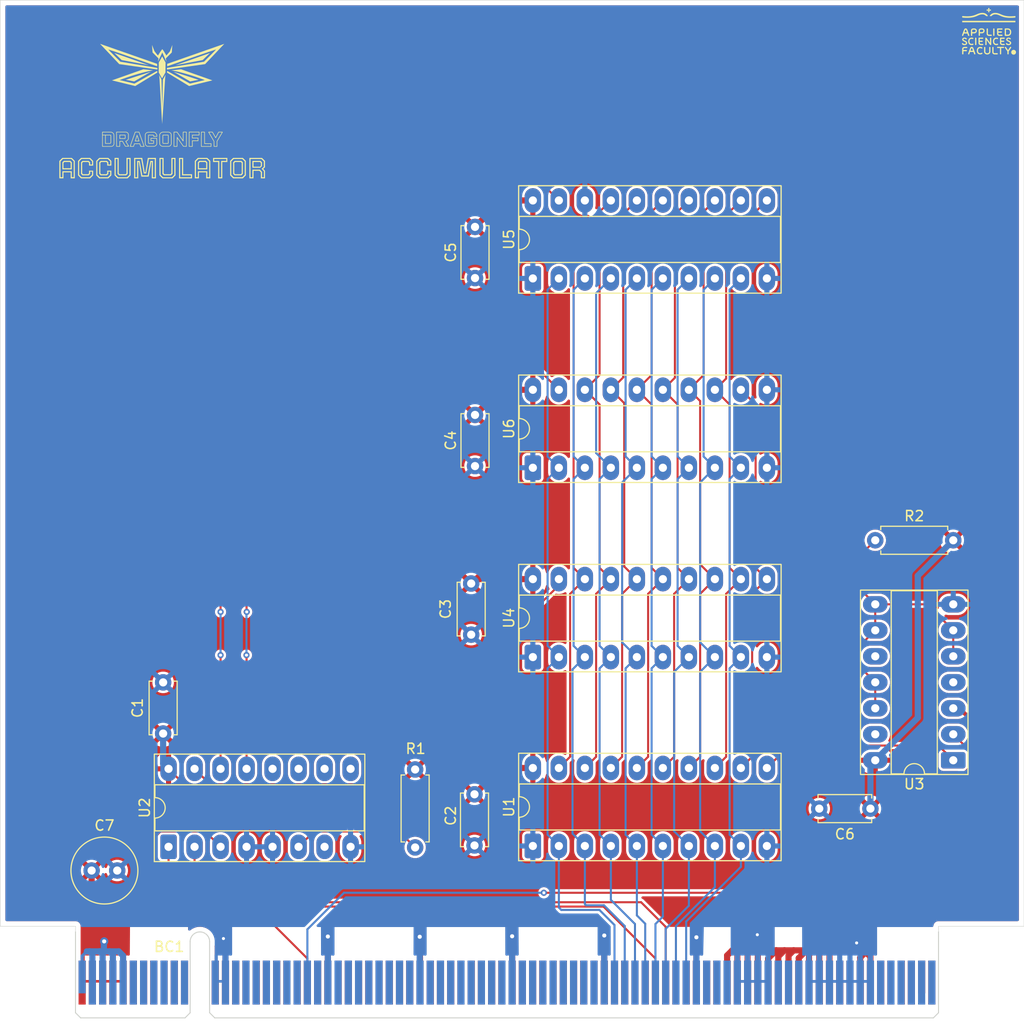
<source format=kicad_pcb>
(kicad_pcb (version 20241229) (generator "pcbnew") (generator_version "9.0")
  (layers (0 "F.Cu" signal) (2 "B.Cu" signal) (13 "F.Paste" user) (15 "B.Paste" user) (5 "F.SilkS" user "F.Silkscreen") (7 "B.SilkS" user "B.Silkscreen") (1 "F.Mask" user) (3 "B.Mask" user) (25 "Edge.Cuts" user))
  (net 0 "")
  (net 2 "VCC")
  (net 3 "GND")
  (net 4 "/DATA3")
  (net 5 "/LAC")
  (net 8 "/DATA4")
  (net 21 "/DATA2")
  (net 22 "/DATA1")
  (net 32 "/DATA0")
  (net 50 "/DATA5")
  (net 63 "/~{CLK}")
  (net 75 "/DATA6")
  (net 85 "/DATA7")
  (net 92 "/ACCUM3")
  (net 93 "/ACCUM1")
  (net 94 "Net-(U1-Cp)")
  (net 95 "/ACCUM5")
  (net 96 "/ACCUM2")
  (net 97 "/ACCUM7")
  (net 98 "/ACCUM4")
  (net 99 "/ACCUM0")
  (net 100 "/ACCUM6")
  (net 106 "Net-(U2-E3)")
  (net 107 "Net-(R2-Pad1)")
  (net 111 "/~{PASS}")
  (net 112 "/SHR")
  (net 113 "/SHL")
  (net 114 "/ACSHLEFT")
  (net 115 "/ACSHRIGHT")
  (net 116 "/~{RAC}")
  (footprint "Package_DIP:DIP-20_W7.62mm_Socket_LongPads" (layer "F.Cu") (at 152.025 113.691667 90)
    (property "Reference" "U4")
    (property "Value" "74LS245")
  )
  (footprint "Capacitor_THT:C_Disc_D5.0mm_W2.5mm_P5.00mm" (layer "F.Cu") (at 146.375 71.65 -90)
    (property "Reference" "C5")
    (property "Value" "C")
  )
  (footprint "kibuzzard-6911C8C8" (layer "F.Cu") (at 115.816146 65.906041)
    (property "Reference" "kibuzzard-6911C8C8" (hide yes))
    (property "Value" "G***" (hide yes))
  )
  (footprint "Resistor_THT:R_Axial_DIN0207_L6.3mm_D2.5mm_P7.62mm_Horizontal" (layer "F.Cu") (at 140.525 124.675 -90)
    (property "Reference" "R1")
    (property "Value" "R" (hide yes))
  )
  (footprint "Capacitor_THT:C_Disc_D5.0mm_W2.5mm_P5.00mm" (layer "F.Cu") (at 146.375 90.025 -90)
    (property "Reference" "C4")
    (property "Value" "C")
  )
  (footprint "Resistor_THT:R_Axial_DIN0207_L6.3mm_D2.5mm_P7.62mm_Horizontal" (layer "F.Cu") (at 185.47 102.275)
    (property "Reference" "R2")
    (property "Value" "R")
  )
  (footprint "Capacitor_THT:C_Disc_D5.0mm_W2.5mm_P5.00mm" (layer "F.Cu") (at 146.325 127.1 -90)
    (property "Reference" "C2")
    (property "Value" "C")
  )
  (footprint "Package_DIP:DIP-14_W7.62mm_Socket_LongPads" (layer "F.Cu") (at 193.09 123.775 180)
    (property "Reference" "U3")
    (property "Value" "74LS02")
  )
  (footprint "Capacitor_THT:C_Disc_D5.0mm_W2.5mm_P5.00mm" (layer "F.Cu") (at 115.91 121.163333 90)
    (property "Reference" "C1")
    (property "Value" "C")
  )
  (footprint "Package_DIP:DIP-20_W7.62mm_Socket_LongPads" (layer "F.Cu") (at 152.025 95.188333 90)
    (property "Reference" "U6")
    (property "Value" "74LS245")
  )
  (footprint "Capacitor_THT:C_Disc_D5.0mm_W2.5mm_P5.00mm" (layer "F.Cu") (at 146 106.5 -90)
    (property "Reference" "C3")
    (property "Value" "C")
  )
  (footprint "Capacitor_THT:C_Disc_D5.0mm_W2.5mm_P5.00mm" (layer "F.Cu") (at 185 128.5 180)
    (property "Reference" "C6")
    (property "Value" "C")
  )
  (footprint "Package_DIP:DIP-16_W7.62mm_Socket_LongPads" (layer "F.Cu") (at 116.44 132.233334 90)
    (property "Reference" "U2")
    (property "Value" "74LS138")
  )
  (footprint "Package_DIP:DIP-20_W7.62mm_Socket_LongPads" (layer "F.Cu") (at 152.025 76.685 90)
    (property "Reference" "U5")
    (property "Value" "74LS245")
  )
  (footprint "Package_DIP:DIP-20_W7.62mm_Socket_LongPads" (layer "F.Cu") (at 152.025 132.15 90)
    (property "Reference" "U1")
    (property "Value" "74LS574")
  )
  (footprint "Connector_PCBEdge:BUS_PCIexpress_x16" (layer "F.Cu") (at 108 145.5)
    (property "Reference" "BC1")
    (property "Value" "BusConnector" (hide yes))
    (fp_line (start -0.65 -4.95) (end -0.65 2.95) (stroke (width 0.1)) (layer "Edge.Cuts"))
    (fp_line (start -0.65 2.95) (end -0.15 3.45) (stroke (width 0.1)) (layer "Edge.Cuts"))
    (fp_line (start -0.15 3.45) (end 10.05 3.45) (stroke (width 0.1)) (layer "Edge.Cuts"))
    (fp_line (start 10.55 -4) (end 10.55 2.95) (stroke (width 0.1)) (layer "Edge.Cuts"))
    (fp_line (start 10.55 2.95) (end 10.05 3.45) (stroke (width 0.1)) (layer "Edge.Cuts"))
    (fp_line (start 12.45 -4) (end 12.45 2.95) (stroke (width 0.1)) (layer "Edge.Cuts"))
    (fp_line (start 12.45 2.95) (end 12.95 3.45) (stroke (width 0.1)) (layer "Edge.Cuts"))
    (fp_line (start 12.95 3.45) (end 83.15 3.45) (stroke (width 0.1)) (layer "Edge.Cuts"))
    (fp_line (start 83.65 -4.95) (end 83.65 2.95) (stroke (width 0.1)) (layer "Edge.Cuts"))
    (fp_line (start 83.65 2.95) (end 83.15 3.45) (stroke (width 0.1)) (layer "Edge.Cuts"))
    (fp_arc (start 10.55 -4) (mid 11.5 -4.95) (end 12.45 -4) (stroke (width 0.1)) (layer "Edge.Cuts"))
  )
  (footprint "Capacitor_THT:C_Radial_D6.3mm_H5.0mm_P2.50mm" (layer "F.Cu") (at 108.925 134.55)
    (property "Reference" "C7")
    (property "Value" "C")
  )
  (gr_poly (pts (xy 198.427578 52.249191) (xy 198.446976 52.250388) (xy 198.465849 52.252374) (xy 198.484191 52.255141) (xy 198.501994 52.25868) (xy 198.51925 52.262983) (xy 198.535953 52.268042) (xy 198.552093 52.27385) (xy 198.567664 52.280397) (xy 198.582658 52.287676) (xy 198.597067 52.295679) (xy 198.610884 52.304398) (xy 198.624101 52.313824) (xy 198.636711 52.32395) (xy 198.648706 52.334768) (xy 198.660078 52.346268) (xy 198.670819 52.358444) (xy 198.680923 52.371287) (xy 198.690381 52.384789) (xy 198.699187 52.398942) (xy 198.707331 52.413738) (xy 198.714807 52.429169) (xy 198.721608 52.445226) (xy 198.727724 52.461902) (xy 198.73315 52.479189) (xy 198.737877 52.497078) (xy 198.741898 52.515561) (xy 198.745204 52.53463) (xy 198.747789 52.554278) (xy 198.749645 52.574496) (xy 198.750764 52.595275) (xy 198.751139 52.616609) (xy 198.750764 52.637919) (xy 198.749645 52.658678) (xy 198.747789 52.678878) (xy 198.745204 52.698511) (xy 198.741898 52.717568) (xy 198.737877 52.736041) (xy 198.73315 52.753922) (xy 198.727724 52.771203) (xy 198.721608 52.787875) (xy 198.714807 52.803931) (xy 198.707331 52.819361) (xy 198.699187 52.834158) (xy 198.690381 52.848314) (xy 198.680923 52.86182) (xy 198.670819 52.874668) (xy 198.660078 52.886849) (xy 198.648706 52.898356) (xy 198.636711 52.909181) (xy 198.624101 52.919314) (xy 198.610884 52.928749) (xy 198.597067 52.937476) (xy 198.582658 52.945487) (xy 198.567664 52.952775) (xy 198.552093 52.95933) (xy 198.535953 52.965145) (xy 198.51925 52.970211) (xy 198.501994 52.974521) (xy 198.484191 52.978065) (xy 198.465849 52.980836) (xy 198.446976 52.982826) (xy 198.427578 52.984025) (xy 198.407665 52.984427) (xy 198.180623 52.984427) (xy 198.177492 52.984348) (xy 198.174402 52.984113) (xy 198.171356 52.983726) (xy 198.168359 52.98319) (xy 198.165415 52.982511) (xy 198.162527 52.98169) (xy 198.1597 52.980733) (xy 198.156936 52.979643) (xy 198.15424 52.978424) (xy 198.151616 52.97708) (xy 198.149067 52.975614) (xy 198.146598 52.974031) (xy 198.144211 52.972334) (xy 198.141912 52.970527) (xy 198.139704 52.968614) (xy 198.13759 52.966599) (xy 198.135575 52.964485) (xy 198.133661 52.962276) (xy 198.131854 52.959977) (xy 198.130157 52.957591) (xy 198.128574 52.955121) (xy 198.127108 52.952573) (xy 198.125764 52.949949) (xy 198.124545 52.947253) (xy 198.123455 52.944489) (xy 198.122498 52.941661) (xy 198.121678 52.938773) (xy 198.120998 52.935829) (xy 198.120463 52.932832) (xy 198.120076 52.929787) (xy 198.119841 52.926697) (xy 198.119761 52.923565) (xy 198.119761 52.862702) (xy 198.241485 52.862702) (xy 198.407665 52.862702) (xy 198.42127 52.86246) (xy 198.434448 52.861732) (xy 198.447199 52.860521) (xy 198.459522 52.858825) (xy 198.471418 52.856645) (xy 198.482886 52.853983) (xy 198.493925 52.850838) (xy 198.504536 52.84721) (xy 198.514718 52.843101) (xy 198.52447 52.83851) (xy 198.533792 52.833438) (xy 198.542684 52.827886) (xy 198.551146 52.821854) (xy 198.559177 52.815342) (xy 198.566776 52.808351) (xy 198.573945 52.800881) (xy 198.580681 52.792933) (xy 198.586986 52.784507) (xy 198.592858 52.775604) (xy 198.598297 52.766223) (xy 198.603302 52.756366) (xy 198.607875 52.746033) (xy 198.612013 52.735224) (xy 198.615718 52.72394) (xy 198.618987 52.712181) (xy 198.621822 52.699947) (xy 198.624222 52.68724) (xy 198.626186 52.674059) (xy 198.628806 52.646278) (xy 198.62968 52.616609) (xy 198.629462 52.601514) (xy 198.628806 52.586892) (xy 198.627714 52.572745) (xy 198.626186 52.559071) (xy 198.624222 52.545872) (xy 198.621822 52.533147) (xy 198.618987 52.520898) (xy 198.615718 52.509124) (xy 198.612013 52.497827) (xy 198.607875 52.487005) (xy 198.603302 52.476661) (xy 198.598297 52.466794) (xy 198.592858 52.457404) (xy 198.586986 52.448492) (xy 198.580681 52.440059) (xy 198.573945 52.432104) (xy 198.566776 52.424628) (xy 198.559177 52.417632) (xy 198.551146 52.411116) (xy 198.542684 52.40508) (xy 198.533792 52.399524) (xy 198.52447 52.39445) (xy 198.514718 52.389857) (xy 198.504536 52.385746) (xy 198.493925 52.382117) (xy 198.482886 52.378971) (xy 198.471418 52.376308) (xy 198.459522 52.374128) (xy 198.447199 52.372432) (xy 198.434448 52.37122) (xy 198.42127 52.370492) (xy 198.407665 52.370249) (xy 198.241485 52.370249) (xy 198.241485 52.862702) (xy 198.119761 52.862702) (xy 198.119761 52.309651) (xy 198.119841 52.30652) (xy 198.120076 52.30343) (xy 198.120463 52.300384) (xy 198.120998 52.297388) (xy 198.121678 52.294444) (xy 198.122498 52.291556) (xy 198.123455 52.288728) (xy 198.124545 52.285964) (xy 198.125764 52.283268) (xy 198.127108 52.280644) (xy 198.128574 52.278096) (xy 198.130157 52.275626) (xy 198.131854 52.27324) (xy 198.133661 52.270941) (xy 198.135575 52.268732) (xy 198.13759 52.266618) (xy 198.139704 52.264603) (xy 198.141912 52.26269) (xy 198.144211 52.260883) (xy 198.146598 52.259186) (xy 198.149067 52.257602) (xy 198.151616 52.256137) (xy 198.15424 52.254792) (xy 198.156936 52.253573) (xy 198.1597 52.252483) (xy 198.162527 52.251526) (xy 198.165415 52.250706) (xy 198.168359 52.250026) (xy 198.171356 52.249491) (xy 198.174402 52.249104) (xy 198.177492 52.248869) (xy 198.180623 52.24879) (xy 198.407665 52.24879)) (fill yes) (layer "F.SilkS"))
  (gr_poly (pts (xy 116.146875 55.583125) (xy 116.137086 56.554939) (xy 115.802917 57.144166) (xy 115.474304 56.549648) (xy 115.485417 55.583125) (xy 115.81694 54.991517)) (fill yes) (layer "F.SilkS"))
  (gr_poly (pts (xy 114.929792 56.350416) (xy 114.710572 56.389512) (xy 114.442078 56.445922) (xy 114.269722 56.485541) (xy 114.072575 56.533607) (xy 113.851098 56.590749) (xy 113.605752 56.657594) (xy 113.336996 56.734771) (xy 113.045293 56.822908) (xy 112.731103 56.922634) (xy 112.394887 57.034576) (xy 112.037106 57.159364) (xy 111.658219 57.297624) (xy 113.104167 57.646875) (xy 115.326667 56.403333) (xy 115.353125 56.562083) (xy 113.183542 57.884999) (xy 110.908126 57.329375) (xy 113.977292 56.244583)) (fill yes) (layer "F.SilkS"))
  (gr_poly (pts (xy 119.374792 57.276458) (xy 118.546381 57.430181) (xy 116.914167 56.482708)) (fill yes) (layer "F.SilkS"))
  (gr_poly (pts (xy 197.314611 53.150407) (xy 197.32071 53.150601) (xy 197.332667 53.151336) (xy 197.344257 53.152483) (xy 197.355425 53.15398) (xy 197.366113 53.155762) (xy 197.376266 53.157765) (xy 197.385827 53.159927) (xy 197.394741 53.162183) (xy 197.402951 53.16447) (xy 197.410401 53.166725) (xy 197.417034 53.168884) (xy 197.422795 53.170882) (xy 197.431474 53.174147) (xy 197.435988 53.17601) (xy 197.438841 53.177315) (xy 197.441593 53.178747) (xy 197.444241 53.180301) (xy 197.446785 53.181972) (xy 197.449222 53.183754) (xy 197.45155 53.185643) (xy 197.453767 53.187633) (xy 197.455872 53.18972) (xy 197.457863 53.191899) (xy 197.459738 53.194163) (xy 197.461494 53.19651) (xy 197.46313 53.198932) (xy 197.464645 53.201426) (xy 197.466035 53.203986) (xy 197.4673 53.206608) (xy 197.468438 53.209285) (xy 197.469446 53.212014) (xy 197.470322 53.214789) (xy 197.471066 53.217605) (xy 197.471674 53.220457) (xy 197.472145 53.22334) (xy 197.472477 53.226249) (xy 197.472669 53.229179) (xy 197.472717 53.232125) (xy 197.472622 53.235082) (xy 197.472379 53.238044) (xy 197.471989 53.241008) (xy 197.471448 53.243967) (xy 197.470754 53.246917) (xy 197.469907 53.249852) (xy 197.468904 53.252768) (xy 197.467743 53.25566) (xy 197.466438 53.258513) (xy 197.465006 53.261267) (xy 197.463452 53.263919) (xy 197.461781 53.266467) (xy 197.459998 53.268909) (xy 197.458109 53.271244) (xy 197.456117 53.273468) (xy 197.454029 53.275581) (xy 197.451849 53.277579) (xy 197.449582 53.279462) (xy 197.447233 53.281227) (xy 197.444807 53.282871) (xy 197.442309 53.284394) (xy 197.439745 53.285792) (xy 197.437118 53.287064) (xy 197.434435 53.288208) (xy 197.431699 53.289222) (xy 197.428917 53.290103) (xy 197.426093 53.29085) (xy 197.423231 53.291461) (xy 197.420338 53.291933) (xy 197.417418 53.292265) (xy 197.414476 53.292455) (xy 197.411516 53.2925) (xy 197.408545 53.292398) (xy 197.405567 53.292148) (xy 197.402586 53.291748) (xy 197.399609 53.291194) (xy 197.396639 53.290486) (xy 197.393683 53.289622) (xy 197.390744 53.288598) (xy 197.387829 53.287414) (xy 197.381304 53.284975) (xy 197.373735 53.282474) (xy 197.363815 53.279608) (xy 197.351935 53.276742) (xy 197.345382 53.275423) (xy 197.338486 53.274241) (xy 197.331295 53.273243) (xy 197.323858 53.272473) (xy 197.316225 53.271977) (xy 197.308443 53.271802) (xy 197.294887 53.272045) (xy 197.281754 53.272772) (xy 197.269045 53.273984) (xy 197.256761 53.275679) (xy 197.244902 53.277858) (xy 197.233468 53.28052) (xy 197.22246 53.283664) (xy 197.211879 53.28729) (xy 197.201724 53.291398) (xy 197.191997 53.295987) (xy 197.182697 53.301056) (xy 197.173825 53.306604) (xy 197.165382 53.312633) (xy 197.157367 53.31914) (xy 197.149782 53.326126) (xy 197.142627 53.33359) (xy 197.135903 53.341532) (xy 197.129608 53.34995) (xy 197.123745 53.358846) (xy 197.118314 53.368217) (xy 197.113315 53.378064) (xy 197.108748 53.388386) (xy 197.104613 53.399183) (xy 197.100913 53.410453) (xy 197.097646 53.422198) (xy 197.094813 53.434416) (xy 197.092415 53.447106) (xy 197.090451 53.460269) (xy 197.087832 53.488009) (xy 197.086958 53.517632) (xy 197.087177 53.532678) (xy 197.087832 53.547252) (xy 197.088924 53.561354) (xy 197.090451 53.574984) (xy 197.092415 53.58814) (xy 197.094813 53.600824) (xy 197.097646 53.613034) (xy 197.100913 53.624769) (xy 197.104613 53.63603) (xy 197.108748 53.646817) (xy 197.113315 53.657128) (xy 197.118314 53.666963) (xy 197.123745 53.676323) (xy 197.129608 53.685206) (xy 197.135903 53.693612) (xy 197.142627 53.701542) (xy 197.149782 53.708993) (xy 197.157367 53.715967) (xy 197.165382 53.722462) (xy 197.173825 53.728479) (xy 197.182697 53.734016) (xy 197.191997 53.739074) (xy 197.201724 53.743653) (xy 197.211879 53.747751) (xy 197.22246 53.751368) (xy 197.233468 53.754504) (xy 197.244902 53.757159) (xy 197.256761 53.759332) (xy 197.269045 53.761022) (xy 197.281754 53.762231) (xy 197.294887 53.762956) (xy 197.308443 53.763198) (xy 197.312351 53.763153) (xy 197.316231 53.763022) (xy 197.320076 53.762812) (xy 197.323881 53.762527) (xy 197.331344 53.761757) (xy 197.338568 53.760758) (xy 197.345505 53.759577) (xy 197.352102 53.758258) (xy 197.358311 53.756848) (xy 197.364079 53.755392) (xy 197.369358 53.753936) (xy 197.374097 53.752525) (xy 197.381751 53.750025) (xy 197.388358 53.747586) (xy 197.39125 53.746449) (xy 197.394166 53.745471) (xy 197.397101 53.744648) (xy 197.40005 53.743979) (xy 197.403009 53.743462) (xy 197.405971 53.743095) (xy 197.408933 53.742875) (xy 197.411888 53.742801) (xy 197.414832 53.742871) (xy 197.41776 53.743083) (xy 197.420667 53.743435) (xy 197.423546 53.743924) (xy 197.426395 53.74455) (xy 197.429206 53.745309) (xy 197.431976 53.7462) (xy 197.434699 53.747221) (xy 197.43737 53.74837) (xy 197.439984 53.749645) (xy 197.442536 53.751044) (xy 197.445021 53.752565) (xy 197.447433 53.754205) (xy 197.449768 53.755964) (xy 197.452021 53.757839) (xy 197.454186 53.759828) (xy 197.456258 53.761928) (xy 197.458233 53.764139) (xy 197.460105 53.766458) (xy 197.461869 53.768883) (xy 197.46352 53.771412) (xy 197.465052 53.774043) (xy 197.466462 53.776775) (xy 197.467743 53.779604) (xy 197.46888 53.782495) (xy 197.469861 53.785408) (xy 197.470687 53.78834) (xy 197.47136 53.791285) (xy 197.471884 53.794238) (xy 197.472258 53.797194) (xy 197.472485 53.800149) (xy 197.472568 53.803097) (xy 197.472508 53.806033) (xy 197.472306 53.808953) (xy 197.471965 53.811851) (xy 197.471487 53.814722) (xy 197.470874 53.817563) (xy 197.470127 53.820367) (xy 197.469248 53.823129) (xy 197.468239 53.825846) (xy 197.467102 53.828511) (xy 197.46584 53.83112) (xy 197.464453 53.833668) (xy 197.462944 53.83615) (xy 197.461315 53.838562) (xy 197.459567 53.840897) (xy 197.457702 53.843151) (xy 197.455723 53.84532) (xy 197.453631 53.847398) (xy 197.451429 53.84938) (xy 197.449117 53.851262) (xy 197.446698 53.853038) (xy 197.444174 53.854704) (xy 197.441546 53.856255) (xy 197.438817 53.857685) (xy 197.435988 53.858989) (xy 197.422795 53.864116) (xy 197.410401 53.868274) (xy 197.394741 53.872816) (xy 197.376266 53.877233) (xy 197.366113 53.879237) (xy 197.355425 53.881018) (xy 197.344257 53.882515) (xy 197.332667 53.883662) (xy 197.32071 53.884398) (xy 197.308442 53.884657) (xy 197.308442 53.884656) (xy 197.288577 53.884256) (xy 197.269225 53.883061) (xy 197.250394 53.881078) (xy 197.232092 53.878317) (xy 197.214325 53.874785) (xy 197.197103 53.870491) (xy 197.180432 53.865441) (xy 197.164321 53.859646) (xy 197.148777 53.853111) (xy 197.133808 53.845847) (xy 197.119421 53.83786) (xy 197.105624 53.829159) (xy 197.092425 53.819752) (xy 197.079832 53.809648) (xy 197.067853 53.798853) (xy 197.056494 53.787376) (xy 197.045764 53.775226) (xy 197.03567 53.76241) (xy 197.02622 53.748937) (xy 197.017423 53.734814) (xy 197.009285 53.72005) (xy 197.001814 53.704652) (xy 196.995018 53.68863) (xy 196.988904 53.67199) (xy 196.983482 53.654742) (xy 196.978757 53.636893) (xy 196.974738 53.61845) (xy 196.971432 53.599424) (xy 196.968847 53.57982) (xy 196.966992 53.559648) (xy 196.965873 53.538916) (xy 196.965498 53.517631) (xy 196.965873 53.496346) (xy 196.966992 53.475611) (xy 196.968847 53.455436) (xy 196.971432 53.435827) (xy 196.974738 53.416795) (xy 196.978757 53.398345) (xy 196.983482 53.380488) (xy 196.988904 53.363231) (xy 196.995018 53.346581) (xy 197.001814 53.330549) (xy 197.009285 53.31514) (xy 197.017423 53.300365) (xy 197.02622 53.28623) (xy 197.03567 53.272745) (xy 197.045764 53.259916) (xy 197.056494 53.247754) (xy 197.067853 53.236265) (xy 197.079832 53.225458) (xy 197.092425 53.215341) (xy 197.105624 53.205922) (xy 197.119421 53.19721) (xy 197.133808 53.189212) (xy 197.148777 53.181937) (xy 197.164321 53.175393) (xy 197.180432 53.169589) (xy 197.197103 53.164531) (xy 197.214325 53.16023) (xy 197.232092 53.156692) (xy 197.250394 53.153926) (xy 197.269225 53.15194) (xy 197.288577 53.150742) (xy 197.308442 53.150341)) (fill yes) (layer "F.SilkS"))
  (gr_poly (pts (xy 195.150349 52.251792) (xy 195.166323 52.252841) (xy 195.181736 52.25456) (xy 195.196592 52.256926) (xy 195.210892 52.259914) (xy 195.22464 52.263501) (xy 195.237837 52.267662) (xy 195.250488 52.272375) (xy 195.262594 52.277615) (xy 195.274157 52.283358) (xy 195.285182 52.28958) (xy 195.29567 52.296259) (xy 195.305624 52.303369) (xy 195.315046 52.310887) (xy 195.32394 52.318789) (xy 195.332309 52.327051) (xy 195.340153 52.33565) (xy 195.347477 52.344562) (xy 195.354284 52.353762) (xy 195.360575 52.363228) (xy 195.366353 52.372934) (xy 195.371621 52.382858) (xy 195.376382 52.392975) (xy 195.380638 52.403261) (xy 195.384393 52.413694) (xy 195.387648 52.424248) (xy 195.390406 52.4349) (xy 195.392671 52.445627) (xy 195.394444 52.456404) (xy 195.395728 52.467207) (xy 195.396527 52.478014) (xy 195.396842 52.488799) (xy 195.396635 52.501284) (xy 195.395821 52.513623) (xy 195.394406 52.5258) (xy 195.392397 52.537799) (xy 195.389801 52.549604) (xy 195.386623 52.561199) (xy 195.382871 52.572569) (xy 195.378551 52.583697) (xy 195.373669 52.594568) (xy 195.368233 52.605166) (xy 195.362249 52.615475) (xy 195.355723 52.625478) (xy 195.348662 52.63516) (xy 195.341073 52.644506) (xy 195.332963 52.653499) (xy 195.324337 52.662123) (xy 195.314506 52.670939) (xy 195.304172 52.679223) (xy 195.293347 52.686971) (xy 195.282043 52.694179) (xy 195.270273 52.700843) (xy 195.258048 52.706959) (xy 195.245381 52.712522) (xy 195.232283 52.717527) (xy 195.218766 52.721972) (xy 195.204843 52.725851) (xy 195.190525 52.72916) (xy 195.175824 52.731895) (xy 195.160753 52.734052) (xy 195.145324 52.735626) (xy 195.129547 52.736614) (xy 195.113437 52.73701) (xy 194.939053 52.738333) (xy 194.940906 52.927535) (xy 194.940852 52.930643) (xy 194.940644 52.933713) (xy 194.940285 52.936741) (xy 194.939779 52.939724) (xy 194.93913 52.942657) (xy 194.938341 52.945536) (xy 194.937415 52.948358) (xy 194.936358 52.951119) (xy 194.935172 52.953815) (xy 194.93386 52.956441) (xy 194.932428 52.958995) (xy 194.930877 52.961472) (xy 194.929213 52.963868) (xy 194.927439 52.96618) (xy 194.925557 52.968404) (xy 194.923573 52.970535) (xy 194.92149 52.97257) (xy 194.919311 52.974505) (xy 194.917041 52.976337) (xy 194.914682 52.97806) (xy 194.912238 52.979672) (xy 194.909714 52.981168) (xy 194.907113 52.982545) (xy 194.904438 52.983799) (xy 194.901694 52.984926) (xy 194.898883 52.985921) (xy 194.89601 52.986782) (xy 194.893078 52.987504) (xy 194.890092 52.988083) (xy 194.887053 52.988516) (xy 194.883968 52.988798) (xy 194.880838 52.988926) (xy 194.880044 52.988926) (xy 194.876937 52.988849) (xy 194.873871 52.988618) (xy 194.87085 52.988238) (xy 194.867877 52.987712) (xy 194.864956 52.987044) (xy 194.862091 52.986238) (xy 194.859285 52.985297) (xy 194.856542 52.984225) (xy 194.853866 52.983025) (xy 194.85126 52.981702) (xy 194.848728 52.980258) (xy 194.846274 52.978698) (xy 194.843901 52.977024) (xy 194.841613 52.975241) (xy 194.839414 52.973353) (xy 194.837308 52.971362) (xy 194.835297 52.969273) (xy 194.833387 52.967089) (xy 194.83158 52.964814) (xy 194.82988 52.962451) (xy 194.828291 52.960005) (xy 194.826816 52.957478) (xy 194.82546 52.954874) (xy 194.824226 52.952198) (xy 194.823117 52.949452) (xy 194.822137 52.94664) (xy 194.821291 52.943766) (xy 194.820581 52.940834) (xy 194.820011 52.937847) (xy 194.819586 52.934809) (xy 194.819308 52.931723) (xy 194.819182 52.928593) (xy 194.815479 52.466041) (xy 194.937201 52.466041) (xy 194.937201 52.466042) (xy 194.9374 52.527433) (xy 194.937996 52.616609) (xy 195.112378 52.615287) (xy 195.122666 52.61507) (xy 195.132686 52.614522) (xy 195.142431 52.613645) (xy 195.151894 52.612442) (xy 195.161066 52.610917) (xy 195.169941 52.609072) (xy 195.178511 52.606911) (xy 195.18677 52.604437) (xy 195.194708 52.601653) (xy 195.202321 52.598562) (xy 195.209598 52.595167) (xy 195.216535 52.591471) (xy 195.223123 52.587477) (xy 195.229354 52.583189) (xy 195.235222 52.578609) (xy 195.240719 52.573741) (xy 195.244817 52.569625) (xy 195.248677 52.565318) (xy 195.252293 52.56083) (xy 195.255661 52.556169) (xy 195.258779 52.551344) (xy 195.261641 52.546362) (xy 195.264244 52.541234) (xy 195.266585 52.535967) (xy 195.268659 52.530569) (xy 195.270462 52.52505) (xy 195.271991 52.519418) (xy 195.273242 52.513681) (xy 195.27421 52.507848) (xy 195.274893 52.501927) (xy 195.275285 52.495927) (xy 195.275384 52.489857) (xy 195.274846 52.479211) (xy 195.273403 52.468573) (xy 195.271011 52.458035) (xy 195.267626 52.447692) (xy 195.263207 52.437637) (xy 195.260595 52.432747) (xy 195.257707 52.427964) (xy 195.25454 52.4233) (xy 195.251086 52.418767) (xy 195.24734 52.414377) (xy 195.243298 52.410141) (xy 195.238954 52.40607) (xy 195.234301 52.402177) (xy 195.229336 52.398474) (xy 195.224051 52.394971) (xy 195.218443 52.391682) (xy 195.212505 52.388617) (xy 195.206233 52.385788) (xy 195.19962 52.383207) (xy 195.192661 52.380886) (xy 195.185351 52.378836) (xy 195.177685 52.37707) (xy 195.169656 52.375598) (xy 195.16126 52.374433) (xy 195.152491 52.373587) (xy 195.143344 52.37307) (xy 195.133812 52.372895) (xy 195.13196 52.372895) (xy 195.060249 52.373425) (xy 195.049093 52.373719) (xy 195.038633 52.374389) (xy 195.028846 52.375415) (xy 195.01971 52.376775) (xy 195.011202 52.378448) (xy 195.0033 52.380415) (xy 194.995981 52.382653) (xy 194.989224 52.385142) (xy 194.983005 52.387862) (xy 194.977303 52.390791) (xy 194.972095 52.393909) (xy 194.967359 52.397194) (xy 194.963072 52.400626) (xy 194.959211 52.404184) (xy 194.955755 52.407848) (xy 194.952682 52.411596) (xy 194.949968 52.415407) (xy 194.947591 52.419262) (xy 194.945529 52.423138) (xy 194.94376 52.427015) (xy 194.942261 52.430873) (xy 194.94101 52.434689) (xy 194.939161 52.442118) (xy 194.938035 52.449134) (xy 194.937453 52.455571) (xy 194.937201 52.466041) (xy 194.815479 52.466041) (xy 194.815477 52.465776) (xy 194.815774 52.453665) (xy 194.816612 52.441845) (xy 194.817984 52.430322) (xy 194.819882 52.419102) (xy 194.822301 52.40819) (xy 194.825233 52.397594) (xy 194.828672 52.387319) (xy 194.832611 52.37737) (xy 194.837042 52.367753) (xy 194.84196 52.358475) (xy 194.847358 52.349542) (xy 194.853228 52.340959) (xy 194.859564 52.332732) (xy 194.866359 52.324867) (xy 194.873607 52.317371) (xy 194.8813 52.310248) (xy 194.889432 52.303505) (xy 194.897996 52.297148) (xy 194.906985 52.291183) (xy 194.916393 52.285615) (xy 194.926212 52.28045) (xy 194.936436 52.275696) (xy 194.947059 52.271356) (xy 194.958072 52.267438) (xy 194.96947 52.263947) (xy 194.981246 52.260889) (xy 194.993393 52.258269) (xy 195.005904 52.256095) (xy 195.018772 52.254372) (xy 195.031991 52.253105) (xy 195.059454 52.251966) (xy 195.131165 52.251437) (xy 195.133812 52.251437)) (fill yes) (layer "F.SilkS"))
  (gr_poly (pts (xy 116.360972 62.673996) (xy 116.363463 62.674171) (xy 116.366703 62.674562) (xy 116.370547 62.675253) (xy 116.374852 62.67633) (xy 116.377133 62.677039) (xy 116.379475 62.677877) (xy 116.381861 62.678852) (xy 116.384273 62.679977) (xy 116.386692 62.681262) (xy 116.389101 62.682717) (xy 116.391482 62.684353) (xy 116.393817 62.68618) (xy 116.396088 62.688209) (xy 116.398278 62.69045) (xy 116.400367 62.692915) (xy 116.402339 62.695613) (xy 116.404175 62.698555) (xy 116.405857 62.701752) (xy 116.407368 62.705214) (xy 116.40869 62.708952) (xy 116.409804 62.712977) (xy 116.410693 62.717299) (xy 116.411339 62.721928) (xy 116.411723 62.726875) (xy 116.412645 62.857467) (xy 116.412352 63.091371) (xy 116.411195 63.414791) (xy 116.411656 63.41817) (xy 116.412025 63.422049) (xy 116.412302 63.427082) (xy 116.412351 63.433041) (xy 116.412032 63.439697) (xy 116.411207 63.44682) (xy 116.410562 63.450485) (xy 116.409739 63.454181) (xy 116.408721 63.457879) (xy 116.40749 63.461552) (xy 116.406029 63.465169) (xy 116.404321 63.468702) (xy 116.402349 63.472124) (xy 116.400096 63.475405) (xy 116.397543 63.478516) (xy 116.394675 63.481429) (xy 116.391473 63.484115) (xy 116.38792 63.486546) (xy 116.384 63.488693) (xy 116.379695 63.490528) (xy 116.374987 63.492021) (xy 116.36986 63.493144) (xy 116.364296 63.493869) (xy 116.358278 63.494166) (xy 115.961403 63.494166) (xy 115.958025 63.494345) (xy 115.949112 63.494307) (xy 115.943153 63.493937) (xy 115.936497 63.49319) (xy 115.929374 63.491957) (xy 115.922013 63.490131) (xy 115.918315 63.488963) (xy 115.914642 63.487605) (xy 115.911025 63.486045) (xy 115.907491 63.48427) (xy 115.90407 63.482266) (xy 115.900789 63.480019) (xy 115.897678 63.477516) (xy 115.894765 63.474744) (xy 115.892079 63.471689) (xy 115.889648 63.468337) (xy 115.887501 63.464676) (xy 115.885667 63.460691) (xy 115.884174 63.45637) (xy 115.88305 63.451698) (xy 115.882326 63.446662) (xy 115.882028 63.441249) (xy 115.882557 62.753333) (xy 115.882139 62.750009) (xy 115.881817 62.746189) (xy 115.881598 62.741228) (xy 115.881614 62.73535) (xy 115.881999 62.728776) (xy 115.882886 62.721732) (xy 115.88356 62.718103) (xy 115.884409 62.714439) (xy 115.88545 62.71077) (xy 115.886701 62.707122) (xy 115.888177 62.703524) (xy 115.889895 62.700003) (xy 115.891872 62.696588) (xy 115.894125 62.693306) (xy 115.896669 62.690185) (xy 115.899523 62.687254) (xy 115.902703 62.684539) (xy 115.906224 62.682069) (xy 115.910105 62.679873) (xy 115.914361 62.677977) (xy 115.919009 62.676409) (xy 115.924066 62.675198) (xy 115.929549 62.674372) (xy 115.935474 62.673958) (xy 116.358807 62.673958)) (stroke (width 0.052916)) (fill no) (layer "F.SilkS"))
  (gr_poly (pts (xy 195.739721 54.056523) (xy 195.748295 54.056896) (xy 195.756768 54.057498) (xy 195.76513 54.058315) (xy 195.773369 54.059331) (xy 195.781476 54.060531) (xy 195.78944 54.061899) (xy 195.797251 54.06342) (xy 195.812371 54.066859) (xy 195.826755 54.070726) (xy 195.840318 54.074898) (xy 195.852978 54.079252) (xy 195.864652 54.083664) (xy 195.875256 54.088012) (xy 195.884709 54.092174) (xy 195.892927 54.096026) (xy 195.905326 54.102309) (xy 195.911789 54.105879) (xy 195.914437 54.107525) (xy 195.916972 54.109286) (xy 195.919393 54.111156) (xy 195.921698 54.113129) (xy 195.923885 54.115201) (xy 195.925954 54.117366) (xy 195.927902 54.119619) (xy 195.92973 54.121954) (xy 195.931434 54.124368) (xy 195.933014 54.126853) (xy 195.934468 54.129406) (xy 195.935796 54.13202) (xy 195.936994 54.134691) (xy 195.938063 54.137414) (xy 195.939001 54.140182) (xy 195.939806 54.142991) (xy 195.940477 54.145837) (xy 195.941012 54.148712) (xy 195.94141 54.151613) (xy 195.94167 54.154533) (xy 195.94179 54.157469) (xy 195.941769 54.160414) (xy 195.941606 54.163363) (xy 195.941299 54.166311) (xy 195.940846 54.169253) (xy 195.940246 54.172183) (xy 195.939499 54.175097) (xy 195.938601 54.177989) (xy 195.937553 54.180854) (xy 195.936352 54.183687) (xy 195.934998 54.186482) (xy 195.933488 54.189234) (xy 195.931843 54.191882) (xy 195.930084 54.194417) (xy 195.928218 54.196837) (xy 195.926249 54.199141) (xy 195.924183 54.201328) (xy 195.922024 54.203396) (xy 195.919778 54.205344) (xy 195.91745 54.20717) (xy 195.915045 54.208872) (xy 195.912567 54.21045) (xy 195.910023 54.211902) (xy 195.907417 54.213226) (xy 195.904754 54.214421) (xy 195.902039 54.215485) (xy 195.899278 54.216418) (xy 195.896475 54.217217) (xy 195.893635 54.217881) (xy 195.890765 54.218409) (xy 195.887868 54.218799) (xy 195.88495 54.219049) (xy 195.882016 54.219159) (xy 195.87907 54.219127) (xy 195.876119 54.218952) (xy 195.873167 54.218631) (xy 195.87022 54.218163) (xy 195.867282 54.217548) (xy 195.864358 54.216784) (xy 195.861453 54.215868) (xy 195.858574 54.2148) (xy 195.855724 54.213578) (xy 195.852909 54.212201) (xy 195.850133 54.210668) (xy 195.840123 54.205541) (xy 195.828574 54.200286) (xy 195.813517 54.194261) (xy 195.804874 54.191201) (xy 195.795595 54.188237) (xy 195.78576 54.185466) (xy 195.775449 54.182982) (xy 195.764743 54.180883) (xy 195.753722 54.179265) (xy 195.742466 54.178224) (xy 195.731055 54.177855) (xy 195.717474 54.178098) (xy 195.704319 54.178825) (xy 195.691589 54.180037) (xy 195.679285 54.181733) (xy 195.667408 54.183912) (xy 195.655957 54.186575) (xy 195.644933 54.18972) (xy 195.634337 54.193348) (xy 195.624169 54.197457) (xy 195.61443 54.202048) (xy 195.605118 54.207119) (xy 195.596237 54.212671) (xy 195.587784 54.218704) (xy 195.579761 54.225215) (xy 195.572169 54.232206) (xy 195.565007 54.239676) (xy 195.558277 54.247624) (xy 195.551978 54.25605) (xy 195.54611 54.264954) (xy 195.540675 54.274334) (xy 195.535672 54.284192) (xy 195.531103 54.294525) (xy 195.526966 54.305334) (xy 195.523264 54.316618) (xy 195.519996 54.328377) (xy 195.517162 54.340611) (xy 195.514763 54.353318) (xy 195.512799 54.366499) (xy 195.510179 54.39428) (xy 195.509305 54.42395) (xy 195.509524 54.43902) (xy 195.510179 54.453616) (xy 195.511271 54.46774) (xy 195.512799 54.481389) (xy 195.514763 54.494564) (xy 195.517162 54.507264) (xy 195.519996 54.51949) (xy 195.523264 54.53124) (xy 195.526966 54.542514) (xy 195.531103 54.553313) (xy 195.535672 54.563635) (xy 195.540675 54.573481) (xy 195.54611 54.58285) (xy 195.551978 54.591741) (xy 195.558277 54.600155) (xy 195.565007 54.60809) (xy 195.572169 54.615548) (xy 195.579761 54.622527) (xy 195.587784 54.629026) (xy 195.596237 54.635047) (xy 195.605118 54.640588) (xy 195.61443 54.645648) (xy 195.624169 54.650229) (xy 195.634337 54.654328) (xy 195.644933 54.657947) (xy 195.655957 54.661084) (xy 195.667408 54.66374) (xy 195.679285 54.665913) (xy 195.691589 54.667604) (xy 195.704319 54.668812) (xy 195.717474 54.669538) (xy 195.731055 54.669779) (xy 195.73673 54.669684) (xy 195.742385 54.669405) (xy 195.748009 54.668955) (xy 195.753593 54.668347) (xy 195.759125 54.667592) (xy 195.764595 54.666703) (xy 195.769993 54.665691) (xy 195.775308 54.66457) (xy 195.785648 54.662046) (xy 195.795529 54.65923) (xy 195.804869 54.656218) (xy 195.813583 54.653109) (xy 195.821587 54.649999) (xy 195.828796 54.646987) (xy 195.835127 54.644171) (xy 195.840496 54.641647) (xy 195.848009 54.63787) (xy 195.850663 54.636438) (xy 195.853415 54.634977) (xy 195.856209 54.633669) (xy 195.859042 54.632515) (xy 195.861906 54.631511) (xy 195.864797 54.630657) (xy 195.867709 54.629951) (xy 195.870638 54.629392) (xy 195.873577 54.628978) (xy 195.876522 54.628709) (xy 195.879466 54.628583) (xy 195.882406 54.628598) (xy 195.885335 54.628753) (xy 195.888248 54.629047) (xy 195.89114 54.629478) (xy 195.894005 54.630046) (xy 195.896839 54.630748) (xy 195.899635 54.631583) (xy 195.902388 54.632551) (xy 195.905094 54.633649) (xy 195.907747 54.634876) (xy 195.910341 54.636231) (xy 195.912871 54.637713) (xy 195.915332 54.63932) (xy 195.917719 54.641051) (xy 195.920025 54.642905) (xy 195.922247 54.644879) (xy 195.924378 54.646974) (xy 195.926413 54.649186) (xy 195.928347 54.651516) (xy 195.930174 54.653962) (xy 195.93189 54.656522) (xy 195.933488 54.659194) (xy 195.934974 54.661922) (xy 195.936306 54.664692) (xy 195.937485 54.667499) (xy 195.938514 54.670339) (xy 195.939393 54.673206) (xy 195.940124 54.676095) (xy 195.940707 54.679001) (xy 195.941146 54.681918) (xy 195.94144 54.684842) (xy 195.941591 54.687766) (xy 195.941601 54.690686) (xy 195.94147 54.693597) (xy 195.941201 54.696492) (xy 195.940794 54.699368) (xy 195.940252 54.702219) (xy 195.939574 54.705039) (xy 195.938764 54.707824) (xy 195.937821 54.710568) (xy 195.936748 54.713265) (xy 195.935545 54.715911) (xy 195.934215 54.718501) (xy 195.932758 54.721029) (xy 195.931175 54.72349) (xy 195.929469 54.725878) (xy 195.927641 54.728189) (xy 195.925691 54.730417) (xy 195.923621 54.732557) (xy 195.921434 54.734604) (xy 195.919129 54.736553) (xy 195.916708 54.738398) (xy 195.914173 54.740133) (xy 195.911525 54.741755) (xy 195.905051 54.745325) (xy 195.892629 54.751608) (xy 195.874936 54.759622) (xy 195.852647 54.768382) (xy 195.839991 54.772736) (xy 195.826439 54.776907) (xy 195.812076 54.780774) (xy 195.796986 54.784214) (xy 195.781255 54.787103) (xy 195.764967 54.789319) (xy 195.748205 54.790738) (xy 195.731055 54.791239) (xy 195.731055 54.79124) (xy 195.711166 54.790839) (xy 195.691791 54.789642) (xy 195.672939 54.787656) (xy 195.654617 54.78489) (xy 195.636832 54.781352) (xy 195.619593 54.77705) (xy 195.602906 54.771993) (xy 195.586781 54.766188) (xy 195.571223 54.759644) (xy 195.556241 54.75237) (xy 195.541843 54.744372) (xy 195.528037 54.73566) (xy 195.514829 54.726241) (xy 195.502227 54.716124) (xy 195.49024 54.705317) (xy 195.478875 54.693828) (xy 195.468139 54.681665) (xy 195.45804 54.668837) (xy 195.448586 54.655351) (xy 195.439785 54.641217) (xy 195.431643 54.626441) (xy 195.42417 54.611033) (xy 195.417372 54.595) (xy 195.411257 54.578351) (xy 195.405832 54.561094) (xy 195.401106 54.543236) (xy 195.397087 54.524787) (xy 195.39378 54.505754) (xy 195.391196 54.486146) (xy 195.38934 54.46597) (xy 195.388221 54.445236) (xy 195.387846 54.42395) (xy 195.388221 54.402641) (xy 195.38934 54.381884) (xy 195.391196 54.361687) (xy 195.39378 54.342059) (xy 195.397087 54.323008) (xy 195.401106 54.304542) (xy 195.405832 54.286669) (xy 195.411257 54.269397) (xy 195.417372 54.252734) (xy 195.42417 54.236689) (xy 195.431643 54.221269) (xy 195.439785 54.206483) (xy 195.448586 54.19234) (xy 195.45804 54.178846) (xy 195.468139 54.16601) (xy 195.478875 54.153841) (xy 195.49024 54.142346) (xy 195.502227 54.131534) (xy 195.514829 54.121412) (xy 195.528037 54.11199) (xy 195.541843 54.103274) (xy 195.556241 54.095274) (xy 195.571223 54.087997) (xy 195.586781 54.081451) (xy 195.602906 54.075645) (xy 195.619593 54.070587) (xy 195.636832 54.066285) (xy 195.654617 54.062746) (xy 195.672939 54.05998) (xy 195.691791 54.057994) (xy 195.711166 54.056796) (xy 195.731055 54.056395)) (fill yes) (layer "F.SilkS"))
  (gr_poly (pts (xy 194.2 53.15) (xy 194.213119 53.150552) (xy 194.225835 53.151454) (xy 194.238148 53.15269) (xy 194.250054 53.154245) (xy 194.261553 53.156104) (xy 194.272641 53.158252) (xy 194.283318 53.160674) (xy 194.293582 53.163355) (xy 194.30343 53.166279) (xy 194.31286 53.169431) (xy 194.321871 53.172796) (xy 194.330462 53.176359) (xy 194.338629 53.180104) (xy 194.346371 53.184017) (xy 194.353686 53.188083) (xy 194.360573 53.192286) (xy 194.367029 53.196611) (xy 194.373052 53.201043) (xy 194.378641 53.205566) (xy 194.383794 53.210166) (xy 194.388509 53.214827) (xy 194.392783 53.219535) (xy 194.396616 53.224274) (xy 194.400005 53.229028) (xy 194.402948 53.233784) (xy 194.405444 53.238525) (xy 194.40749 53.243236) (xy 194.409084 53.247902) (xy 194.410226 53.252509) (xy 194.410912 53.257041) (xy 194.411141 53.261482) (xy 194.411058 53.264518) (xy 194.410812 53.267523) (xy 194.410407 53.270491) (xy 194.409847 53.273419) (xy 194.409137 53.276302) (xy 194.40828 53.279136) (xy 194.407282 53.281916) (xy 194.406146 53.28464) (xy 194.404877 53.287301) (xy 194.403479 53.289897) (xy 194.401956 53.292423) (xy 194.400312 53.294875) (xy 194.398553 53.297248) (xy 194.396681 53.299538) (xy 194.394701 53.301741) (xy 194.392618 53.303853) (xy 194.390436 53.30587) (xy 194.388158 53.307788) (xy 194.38579 53.309601) (xy 194.383336 53.311307) (xy 194.380799 53.3129) (xy 194.378184 53.314377) (xy 194.375496 53.315733) (xy 194.372739 53.316964) (xy 194.369916 53.318067) (xy 194.367032 53.319036) (xy 194.364092 53.319867) (xy 194.3611 53.320557) (xy 194.358059 53.321101) (xy 194.354975 53.321494) (xy 194.351851 53.321734) (xy 194.348691 53.321814) (xy 194.345222 53.321712) (xy 194.341763 53.321409) (xy 194.338319 53.320905) (xy 194.334894 53.320206) (xy 194.331493 53.319312) (xy 194.328118 53.318228) (xy 194.324776 53.316955) (xy 194.321469 53.315496) (xy 194.318203 53.313855) (xy 194.314982 53.312033) (xy 194.311809 53.310034) (xy 194.308689 53.307859) (xy 194.305627 53.305513) (xy 194.302626 53.302998) (xy 194.299691 53.300315) (xy 194.296827 53.297469) (xy 194.291678 53.292501) (xy 194.286287 53.287852) (xy 194.280655 53.283521) (xy 194.274781 53.279508) (xy 194.268664 53.275814) (xy 194.262306 53.272438) (xy 194.255707 53.26938) (xy 194.248865 53.266641) (xy 194.241781 53.26422) (xy 194.234456 53.262118) (xy 194.226888 53.260334) (xy 194.219079 53.258868) (xy 194.211028 53.257721) (xy 194.202735 53.256892) (xy 194.1942 53.256381) (xy 194.185423 53.256188) (xy 194.179421 53.256297) (xy 194.173574 53.256619) (xy 194.167883 53.257147) (xy 194.162352 53.257873) (xy 194.156982 53.258791) (xy 194.151776 53.259893) (xy 194.146735 53.261173) (xy 194.141864 53.262622) (xy 194.137163 53.264234) (xy 194.132636 53.266002) (xy 194.128285 53.267918) (xy 194.124111 53.269976) (xy 194.120118 53.272167) (xy 194.116308 53.274486) (xy 194.112683 53.276924) (xy 194.109246 53.279475) (xy 194.105998 53.282131) (xy 194.102943 53.284886) (xy 194.100082 53.287732) (xy 194.097419 53.290662) (xy 194.094955 53.293668) (xy 194.092693 53.296744) (xy 194.090635 53.299882) (xy 194.088783 53.303076) (xy 194.087141 53.306318) (xy 194.085709 53.3096) (xy 194.084492 53.312916) (xy 194.08349 53.316259) (xy 194.082707 53.319621) (xy 194.082145 53.322996) (xy 194.081806 53.326375) (xy 194.081692 53.329753) (xy 194.081766 53.332362) (xy 194.081987 53.334978) (xy 194.082354 53.3376) (xy 194.082863 53.340225) (xy 194.083513 53.342851) (xy 194.084303 53.345476) (xy 194.086294 53.350716) (xy 194.08882 53.355927) (xy 194.091865 53.361095) (xy 194.095415 53.366201) (xy 194.099455 53.371232) (xy 194.103969 53.376169) (xy 194.108942 53.380996) (xy 194.11436 53.385699) (xy 194.120206 53.390259) (xy 194.126467 53.394661) (xy 194.133127 53.398889) (xy 194.14017 53.402926) (xy 194.147582 53.406756) (xy 194.162806 53.414075) (xy 194.179667 53.422038) (xy 194.216912 53.439305) (xy 194.2185 53.439833) (xy 194.262161 53.460011) (xy 194.284364 53.470496) (xy 194.305029 53.480585) (xy 194.322197 53.489869) (xy 194.338364 53.499649) (xy 194.353515 53.509905) (xy 194.367636 53.520617) (xy 194.380712 53.531766) (xy 194.392728 53.543334) (xy 194.40367 53.5553) (xy 194.413522 53.567645) (xy 194.422271 53.580349) (xy 194.429901 53.593394) (xy 194.436397 53.60676) (xy 194.441745 53.620428) (xy 194.443984 53.627368) (xy 194.445931 53.634377) (xy 194.447583 53.641452) (xy 194.448938 53.64859) (xy 194.449996 53.655788) (xy 194.450754 53.663046) (xy 194.45121 53.670359) (xy 194.451362 53.677726) (xy 194.451095 53.687218) (xy 194.450293 53.696728) (xy 194.44896 53.706236) (xy 194.447098 53.715719) (xy 194.444709 53.725157) (xy 194.441797 53.73453) (xy 194.43441 53.752993) (xy 194.429942 53.762042) (xy 194.424959 53.770942) (xy 194.419465 53.779671) (xy 194.413462 53.788208) (xy 194.406953 53.796533) (xy 194.399941 53.804625) (xy 194.392427 53.812462) (xy 194.384414 53.820024) (xy 194.375906 53.82729) (xy 194.366903 53.834239) (xy 194.35741 53.84085) (xy 194.347428 53.847102) (xy 194.33696 53.852974) (xy 194.326008 53.858446) (xy 194.314575 53.863495) (xy 194.302664 53.868102) (xy 194.290277 53.872246) (xy 194.277416 53.875905) (xy 194.264085 53.879058) (xy 194.250285 53.881685) (xy 194.236019 53.883764) (xy 194.221289 53.885276) (xy 194.206099 53.886198) (xy 194.19045 53.88651) (xy 194.190451 53.886509) (xy 194.174773 53.886253) (xy 194.159593 53.885499) (xy 194.14491 53.88427) (xy 194.130726 53.882592) (xy 194.117039 53.880486) (xy 194.103849 53.877976) (xy 194.091158 53.875086) (xy 194.078964 53.871839) (xy 194.067268 53.868259) (xy 194.056069 53.864369) (xy 194.045368 53.860193) (xy 194.035165 53.855754) (xy 194.02546 53.851075) (xy 194.016252 53.84618) (xy 194.007542 53.841092) (xy 193.99933 53.835835) (xy 193.991616 53.830432) (xy 193.984399 53.824907) (xy 193.97768 53.819284) (xy 193.971459 53.813584) (xy 193.965735 53.807833) (xy 193.960509 53.802054) (xy 193.955781 53.796269) (xy 193.95155 53.790503) (xy 193.947818 53.784778) (xy 193.944582 53.779119) (xy 193.941845 53.773549) (xy 193.939605 53.768091) (xy 193.937863 53.762768) (xy 193.936619 53.757605) (xy 193.935873 53.752624) (xy 193.935624 53.74785) (xy 193.93572 53.74456) (xy 193.936003 53.74134) (xy 193.936467 53.738194) (xy 193.937106 53.735122) (xy 193.937913 53.732127) (xy 193.938882 53.729212) (xy 193.940006 53.726378) (xy 193.94128 53.723629) (xy 193.942696 53.720965) (xy 193.944248 53.718389) (xy 193.94593 53.715904) (xy 193.947736 53.713512) (xy 193.949659 53.711215) (xy 193.951692 53.709015) (xy 193.95383 53.706914) (xy 193.956065 53.704915) (xy 193.958392 53.70302) (xy 193.960804 53.701231) (xy 193.963295 53.699551) (xy 193.965858 53.69798) (xy 193.968487 53.696523) (xy 193.971176 53.695181) (xy 193.976705 53.69285) (xy 193.982396 53.691007) (xy 193.985286 53.690273) (xy 193.988197 53.689668) (xy 193.991123 53.689193) (xy 193.994057 53.688851) (xy 193.996993 53.688645) (xy 193.999925 53.688575) (xy 194.003478 53.68868) (xy 194.006989 53.688994) (xy 194.010452 53.689515) (xy 194.013863 53.690241) (xy 194.017217 53.691171) (xy 194.020508 53.692301) (xy 194.023732 53.693631) (xy 194.026883 53.695157) (xy 194.029957 53.69688) (xy 194.032948 53.698795) (xy 194.035852 53.700902) (xy 194.038663 53.703199) (xy 194.041376 53.705684) (xy 194.043987 53.708354) (xy 194.04649 53.711207) (xy 194.04888 53.714243) (xy 194.054601 53.721244) (xy 194.060837 53.727852) (xy 194.067568 53.734059) (xy 194.074775 53.739857) (xy 194.08244 53.745239) (xy 194.090544 53.750195) (xy 194.099066 53.754717) (xy 194.107989 53.758798) (xy 194.117294 53.76243) (xy 194.126961 53.765603) (xy 194.136971 53.768311) (xy 194.147306 53.770545) (xy 194.157946 53.772296) (xy 194.168872 53.773557) (xy 194.180067 53.77432) (xy 194.191509 53.774576) (xy 194.201605 53.774377) (xy 194.211212 53.773795) (xy 194.22034 53.772849) (xy 194.229 53.771561) (xy 194.237204 53.769952) (xy 194.244963 53.768042) (xy 194.252288 53.765853) (xy 194.259189 53.763404) (xy 194.265678 53.760718) (xy 194.271767 53.757815) (xy 194.277465 53.754715) (xy 194.282785 53.75144) (xy 194.287737 53.74801) (xy 194.292333 53.744446) (xy 194.296583 53.740769) (xy 194.300498 53.737) (xy 194.304091 53.73316) (xy 194.307371 53.729269) (xy 194.31035 53.725349) (xy 194.313039 53.72142) (xy 194.31545 53.717503) (xy 194.317592 53.713618) (xy 194.319478 53.709788) (xy 194.321118 53.706032) (xy 194.323706 53.698826) (xy 194.325444 53.692169) (xy 194.326422 53.686227) (xy 194.326729 53.681166) (xy 194.32664 53.677761) (xy 194.326375 53.674347) (xy 194.325936 53.670926) (xy 194.325325 53.667501) (xy 194.324544 53.664074) (xy 194.323596 53.660648) (xy 194.321205 53.653811) (xy 194.318168 53.647011) (xy 194.314504 53.64027) (xy 194.310229 53.633609) (xy 194.305361 53.627051) (xy 194.299915 53.620617) (xy 194.29391 53.614329) (xy 194.287362 53.608208) (xy 194.280288 53.602276) (xy 194.272706 53.596556) (xy 194.264632 53.591067) (xy 194.256084 53.585834) (xy 194.247078 53.580876) (xy 194.210325 53.561716) (xy 194.172555 53.542704) (xy 194.153405 53.533425) (xy 194.13414 53.524388) (xy 194.114807 53.51566) (xy 194.095452 53.507312) (xy 194.080267 53.500414) (xy 194.065888 53.492841) (xy 194.052339 53.484623) (xy 194.039643 53.475793) (xy 194.027824 53.466381) (xy 194.016907 53.45642) (xy 194.006916 53.445939) (xy 193.997875 53.434972) (xy 193.989807 53.423548) (xy 193.982737 53.4117) (xy 193.976688 53.399459) (xy 193.971686 53.386857) (xy 193.969584 53.38043) (xy 193.967753 53.373924) (xy 193.966195 53.367343) (xy 193.964914 53.360692) (xy 193.963912 53.353974) (xy 193.963193 53.347193) (xy 193.962759 53.340353) (xy 193.962614 53.333457) (xy 193.96284 53.324898) (xy 193.963515 53.31635) (xy 193.964639 53.30783) (xy 193.96621 53.299355) (xy 193.968227 53.290943) (xy 193.970689 53.282609) (xy 193.973594 53.274372) (xy 193.976941 53.266249) (xy 193.980729 53.258256) (xy 193.984956 53.250411) (xy 193.989621 53.24273) (xy 193.994723 53.235232) (xy 194.000261 53.227933) (xy 194.006233 53.220849) (xy 194.012638 53.214) (xy 194.019474 53.2074) (xy 194.02674 53.201068) (xy 194.034436 53.19502) (xy 194.042559 53.189275) (xy 194.051108 53.183848) (xy 194.060083 53.178756) (xy 194.069481 53.174018) (xy 194.079302 53.16965) (xy 194.089544 53.165669) (xy 194.100205 53.162092) (xy 194.111285 53.158937) (xy 194.122782 53.15622) (xy 194.134696 53.153959) (xy 194.147023 53.152171) (xy 194.159764 53.150872) (xy 194.172917 53.15008) (xy 194.18648 53.149813)) (fill yes) (layer "F.SilkS"))
  (gr_poly (pts (xy 116.755417 54.604166) (xy 116.173334 55.18625) (xy 116.22625 55.50375) (xy 115.829375 54.604166) (xy 115.406042 55.50375) (xy 115.458959 55.18625) (xy 114.876875 54.604166) (xy 114.823959 53.863333) (xy 115.060231 54.469758) (xy 115.113727 54.542097) (xy 115.169006 54.615061) (xy 115.233004 54.697035) (xy 115.297995 54.77638) (xy 115.328447 54.811429) (xy 115.356251 54.841456) (xy 115.380439 54.865006) (xy 115.400045 54.880624) (xy 115.407829 54.885004) (xy 115.414105 54.886855) (xy 115.418753 54.885995) (xy 115.421652 54.882244) (xy 115.429237 54.866474) (xy 115.443447 54.841069) (xy 115.488113 54.767158) (xy 115.54838 54.672126) (xy 115.616981 54.567588) (xy 115.686649 54.465158) (xy 115.750116 54.376451) (xy 115.777253 54.340874) (xy 115.800114 54.313082) (xy 115.817791 54.294529) (xy 115.824402 54.289171) (xy 115.829375 54.286666) (xy 115.834378 54.287458) (xy 115.84107 54.291713) (xy 115.859039 54.3097) (xy 115.882311 54.338797) (xy 115.909916 54.377174) (xy 115.97425 54.474446) (xy 116.044283 54.586869) (xy 116.170415 54.798598) (xy 116.22625 54.895208) (xy 116.570209 54.498333) (xy 116.808334 53.863333)) (fill yes) (layer "F.SilkS"))
  (gr_poly (pts (xy 120.009792 55.741875) (xy 116.279167 56.271041) (xy 116.279167 56.112291) (xy 119.903958 55.50375) (xy 120.494574 54.914986) (xy 120.895823 54.506527) (xy 121.024635 54.369298) (xy 121.058801 54.329374) (xy 121.066787 54.318077) (xy 121.068125 54.313125) (xy 120.314385 54.562073) (xy 118.678342 55.126784) (xy 116.305625 55.953541) (xy 116.305625 55.715416) (xy 121.888333 53.7575)) (fill yes) (layer "F.SilkS"))
  (gr_poly (pts (xy 195.287775 53.150687) (xy 195.290863 53.150922) (xy 195.293905 53.151309) (xy 195.296897 53.151844) (xy 195.299835 53.152523) (xy 195.302716 53.153343) (xy 195.305536 53.154299) (xy 195.308291 53.155387) (xy 195.310977 53.156604) (xy 195.313591 53.157947) (xy 195.316129 53.15941) (xy 195.318587 53.16099) (xy 195.320961 53.162683) (xy 195.323248 53.164485) (xy 195.325444 53.166393) (xy 195.327546 53.168403) (xy 195.329549 53.17051) (xy 195.33145 53.172711) (xy 195.333245 53.175002) (xy 195.33493 53.177379) (xy 195.336502 53.179838) (xy 195.337956 53.182376) (xy 195.33929 53.184988) (xy 195.3405 53.18767) (xy 195.341581 53.19042) (xy 195.34253 53.193231) (xy 195.343343 53.196102) (xy 195.344017 53.199028) (xy 195.344547 53.202005) (xy 195.344931 53.20503) (xy 195.345164 53.208097) (xy 195.345242 53.211205) (xy 195.345242 53.82406) (xy 195.345164 53.827192) (xy 195.344931 53.830282) (xy 195.344547 53.833327) (xy 195.344017 53.836324) (xy 195.343343 53.839268) (xy 195.34253 53.842156) (xy 195.341581 53.844984) (xy 195.3405 53.847748) (xy 195.33929 53.850443) (xy 195.337956 53.853068) (xy 195.336502 53.855616) (xy 195.33493 53.858086) (xy 195.333244 53.860472) (xy 195.331449 53.862771) (xy 195.329549 53.86498) (xy 195.327546 53.867094) (xy 195.325444 53.869109) (xy 195.323248 53.871022) (xy 195.320961 53.872829) (xy 195.318586 53.874526) (xy 195.316128 53.876109) (xy 195.31359 53.877575) (xy 195.310977 53.878919) (xy 195.30829 53.880138) (xy 195.305536 53.881228) (xy 195.302716 53.882185) (xy 195.299835 53.883006) (xy 195.296897 53.883686) (xy 195.293905 53.884221) (xy 195.290863 53.884608) (xy 195.287775 53.884843) (xy 195.284644 53.884922) (xy 195.281513 53.884843) (xy 195.278425 53.884608) (xy 195.275383 53.884221) (xy 195.272391 53.883686) (xy 195.269453 53.883006) (xy 195.266572 53.882185) (xy 195.263753 53.881228) (xy 195.260998 53.880138) (xy 195.258312 53.878919) (xy 195.255698 53.877575) (xy 195.25316 53.876109) (xy 195.250702 53.874526) (xy 195.248328 53.872829) (xy 195.246041 53.871022) (xy 195.243844 53.869109) (xy 195.241743 53.867094) (xy 195.23974 53.86498) (xy 195.237839 53.862771) (xy 195.236044 53.860472) (xy 195.234359 53.858086) (xy 195.232787 53.855616) (xy 195.231332 53.853068) (xy 195.229999 53.850443) (xy 195.228789 53.847748) (xy 195.227708 53.844984) (xy 195.226759 53.842156) (xy 195.225946 53.839268) (xy 195.225272 53.836324) (xy 195.224742 53.833327) (xy 195.224358 53.830282) (xy 195.224125 53.827192) (xy 195.224047 53.82406) (xy 195.224047 53.211205) (xy 195.224125 53.208097) (xy 195.224358 53.20503) (xy 195.224742 53.202005) (xy 195.225272 53.199028) (xy 195.225946 53.196102) (xy 195.226759 53.193231) (xy 195.227708 53.19042) (xy 195.228789 53.18767) (xy 195.229999 53.184988) (xy 195.231333 53.182376) (xy 195.232787 53.179838) (xy 195.234359 53.177379) (xy 195.236045 53.175002) (xy 195.237839 53.172711) (xy 195.23974 53.17051) (xy 195.241743 53.168403) (xy 195.243845 53.166393) (xy 195.246041 53.164485) (xy 195.248328 53.162683) (xy 195.250702 53.16099) (xy 195.25316 53.15941) (xy 195.255698 53.157947) (xy 195.258312 53.156604) (xy 195.260998 53.155387) (xy 195.263753 53.154299) (xy 195.266573 53.153343) (xy 195.269453 53.152523) (xy 195.272392 53.151844) (xy 195.275384 53.151309) (xy 195.278425 53.150922) (xy 195.281514 53.150687) (xy 195.284644 53.150608)) (fill yes) (layer "F.SilkS"))
  (gr_poly (pts (xy 198.99849 54.347251) (xy 199.010435 54.348159) (xy 199.022205 54.349655) (xy 199.033785 54.351724) (xy 199.045161 54.354351) (xy 199.056317 54.35752) (xy 199.06724 54.361219) (xy 199.077914 54.365431) (xy 199.088325 54.370142) (xy 199.098458 54.375337) (xy 199.108298 54.381001) (xy 199.117831 54.38712) (xy 199.127043 54.393678) (xy 199.135917 54.400662) (xy 199.144441 54.408056) (xy 199.152598 54.415845) (xy 199.160375 54.424015) (xy 199.167756 54.43255) (xy 199.174728 54.441437) (xy 199.181275 54.45066) (xy 199.187382 54.460205) (xy 199.193035 54.470056) (xy 199.19822 54.4802) (xy 199.202921 54.49062) (xy 199.207124 54.501303) (xy 199.210815 54.512234) (xy 199.213977 54.523397) (xy 199.216598 54.534779) (xy 199.218662 54.546364) (xy 199.220154 54.558137) (xy 199.221061 54.570084) (xy 199.221366 54.58219) (xy 199.221061 54.594272) (xy 199.220154 54.606197) (xy 199.218662 54.617949) (xy 199.216598 54.629515) (xy 199.213977 54.640878) (xy 199.210814 54.652024) (xy 199.207124 54.662939) (xy 199.202921 54.673608) (xy 199.19822 54.684015) (xy 199.193035 54.694146) (xy 199.187382 54.703986) (xy 199.181274 54.71352) (xy 199.174727 54.722734) (xy 199.167756 54.731613) (xy 199.160374 54.740141) (xy 199.152598 54.748304) (xy 199.14444 54.756088) (xy 199.135917 54.763476) (xy 199.127042 54.770455) (xy 199.117831 54.77701) (xy 199.108297 54.783126) (xy 199.098457 54.788787) (xy 199.088324 54.79398) (xy 199.077913 54.798689) (xy 199.067239 54.8029) (xy 199.056317 54.806597) (xy 199.04516 54.809766) (xy 199.033785 54.812392) (xy 199.022205 54.814461) (xy 199.010435 54.815957) (xy 198.99849 54.816865) (xy 198.986385 54.817171) (xy 198.974279 54.816865) (xy 198.962332 54.815957) (xy 198.950558 54.814461) (xy 198.938974 54.812392) (xy 198.927592 54.809766) (xy 198.916429 54.806597) (xy 198.905498 54.8029) (xy 198.894815 54.798689) (xy 198.884394 54.79398) (xy 198.874251 54.788787) (xy 198.8644 54.783126) (xy 198.854855 54.77701) (xy 198.845632 54.770455) (xy 198.836745 54.763476) (xy 198.828209 54.756088) (xy 198.820039 54.748304) (xy 198.81225 54.740141) (xy 198.804856 54.731613) (xy 198.797873 54.722734) (xy 198.791314 54.71352) (xy 198.785195 54.703986) (xy 198.779531 54.694146) (xy 198.774336 54.684015) (xy 198.769625 54.673608) (xy 198.765413 54.662939) (xy 198.761715 54.652024) (xy 198.758545 54.640878) (xy 198.755918 54.629515) (xy 198.753849 54.617949) (xy 198.752353 54.606197) (xy 198.751445 54.594272) (xy 198.751139 54.58219) (xy 198.751445 54.570084) (xy 198.752353 54.558137) (xy 198.753849 54.546364) (xy 198.755918 54.534779) (xy 198.758545 54.523397) (xy 198.761715 54.512234) (xy 198.765413 54.501303) (xy 198.769625 54.49062) (xy 198.774336 54.4802) (xy 198.779531 54.470056) (xy 198.785195 54.460205) (xy 198.791314 54.45066) (xy 198.797873 54.441437) (xy 198.804856 54.43255) (xy 198.81225 54.424015) (xy 198.820039 54.415845) (xy 198.828209 54.408056) (xy 198.836745 54.400662) (xy 198.845632 54.393678) (xy 198.854855 54.38712) (xy 198.8644 54.381001) (xy 198.874251 54.375337) (xy 198.884394 54.370142) (xy 198.894815 54.365431) (xy 198.905498 54.361219) (xy 198.916429 54.35752) (xy 198.927592 54.354351) (xy 198.938974 54.351724) (xy 198.950558 54.349655) (xy 198.962332 54.348159) (xy 198.974279 54.347251) (xy 198.986385 54.346945)) (fill yes) (layer "F.SilkS"))
  (gr_poly (pts (xy 114.532917 55.847708) (xy 111.860626 55.345) (xy 111.146251 54.657083)) (fill yes) (layer "F.SilkS"))
  (gr_poly (pts (xy 194.307992 52.249702) (xy 194.314549 52.250058) (xy 194.320996 52.25065) (xy 194.327332 52.251478) (xy 194.333557 52.252543) (xy 194.33967 52.253843) (xy 194.345671 52.255379) (xy 194.35156 52.25715) (xy 194.357337 52.259156) (xy 194.363001 52.261396) (xy 194.368552 52.263871) (xy 194.373989 52.26658) (xy 194.379314 52.269523) (xy 194.384524 52.272699) (xy 194.38962 52.276108) (xy 194.394602 52.27975) (xy 194.399469 52.283625) (xy 194.404221 52.287731) (xy 194.408857 52.29207) (xy 194.413378 52.296641) (xy 194.417783 52.301443) (xy 194.422072 52.306476) (xy 194.4303 52.317235) (xy 194.43806 52.328914) (xy 194.44535 52.341512) (xy 194.452166 52.355027) (xy 194.458507 52.369455) (xy 194.496976 52.473103) (xy 194.561245 52.651273) (xy 194.653265 52.908482) (xy 194.65425 52.911492) (xy 194.655073 52.914516) (xy 194.655736 52.917549) (xy 194.656242 52.920585) (xy 194.656593 52.92362) (xy 194.656791 52.926649) (xy 194.656839 52.929667) (xy 194.656738 52.932669) (xy 194.656492 52.935651) (xy 194.656102 52.938606) (xy 194.655572 52.94153) (xy 194.654902 52.944419) (xy 194.654097 52.947267) (xy 194.653157 52.95007) (xy 194.652085 52.952821) (xy 194.650884 52.955518) (xy 194.649555 52.958154) (xy 194.648102 52.960724) (xy 194.646526 52.963224) (xy 194.64483 52.965649) (xy 194.643017 52.967993) (xy 194.641088 52.970253) (xy 194.639045 52.972422) (xy 194.636892 52.974496) (xy 194.63463 52.97647) (xy 194.632262 52.978339) (xy 194.62979 52.980099) (xy 194.627217 52.981743) (xy 194.624544 52.983268) (xy 194.621775 52.984668) (xy 194.618911 52.985938) (xy 194.615954 52.987074) (xy 194.613375 52.98788) (xy 194.610795 52.988579) (xy 194.608215 52.98917) (xy 194.605635 52.989654) (xy 194.603055 52.99003) (xy 194.600474 52.990299) (xy 194.597894 52.99046) (xy 194.595314 52.990514) (xy 194.592962 52.990468) (xy 194.590622 52.990332) (xy 194.588296 52.990107) (xy 194.585987 52.989794) (xy 194.583696 52.989394) (xy 194.581426 52.988907) (xy 194.57918 52.988336) (xy 194.57696 52.987682) (xy 194.574769 52.986944) (xy 194.572607 52.986126) (xy 194.570479 52.985227) (xy 194.568387 52.984248) (xy 194.566332 52.983192) (xy 194.564317 52.982058) (xy 194.562345 52.980849) (xy 194.560418 52.979565) (xy 194.558538 52.978207) (xy 194.556707 52.976777) (xy 194.554929 52.975276) (xy 194.553205 52.973704) (xy 194.551538 52.972063) (xy 194.54993 52.970353) (xy 194.548384 52.968577) (xy 194.546901 52.966735) (xy 194.545485 52.964828) (xy 194.544138 52.962858) (xy 194.542861 52.960825) (xy 194.541658 52.958731) (xy 194.540531 52.956576) (xy 194.539482 52.954363) (xy 194.538513 52.952091) (xy 194.537627 52.949762) (xy 194.465916 52.749182) (xy 194.136996 52.749182) (xy 194.065285 52.949762) (xy 194.06415 52.952719) (xy 194.062879 52.955583) (xy 194.061479 52.958352) (xy 194.059955 52.961025) (xy 194.05831 52.963598) (xy 194.056551 52.96607) (xy 194.054682 52.968438) (xy 194.052708 52.9707) (xy 194.050634 52.972853) (xy 194.048464 52.974896) (xy 194.046205 52.976825) (xy 194.04386 52.978639) (xy 194.041436 52.980334) (xy 194.038936 52.98191) (xy 194.036365 52.983363) (xy 194.03373 52.984692) (xy 194.031033 52.985893) (xy 194.028281 52.986965) (xy 194.025479 52.987905) (xy 194.022631 52.988711) (xy 194.019742 52.98938) (xy 194.016818 52.989911) (xy 194.013862 52.990301) (xy 194.010881 52.990547) (xy 194.007879 52.990647) (xy 194.004861 52.9906) (xy 194.001832 52.990401) (xy 193.998797 52.990051) (xy 193.99576 52.989545) (xy 193.992728 52.988882) (xy 193.989704 52.988059) (xy 193.986693 52.987074) (xy 193.983737 52.985938) (xy 193.980873 52.984668) (xy 193.978103 52.983268) (xy 193.975431 52.981743) (xy 193.972857 52.980099) (xy 193.970385 52.978339) (xy 193.968017 52.97647) (xy 193.965756 52.974496) (xy 193.963602 52.972422) (xy 193.96156 52.970253) (xy 193.959631 52.967993) (xy 193.957817 52.965649) (xy 193.956121 52.963224) (xy 193.954546 52.960724) (xy 193.953093 52.958154) (xy 193.951764 52.955518) (xy 193.950563 52.952821) (xy 193.949491 52.95007) (xy 193.948551 52.947267) (xy 193.947745 52.944419) (xy 193.947076 52.94153) (xy 193.946545 52.938606) (xy 193.946156 52.935651) (xy 193.945909 52.932669) (xy 193.945809 52.929667) (xy 193.945857 52.926649) (xy 193.946055 52.92362) (xy 193.946406 52.920585) (xy 193.946911 52.917549) (xy 193.947575 52.914516) (xy 193.948398 52.911492) (xy 193.949383 52.908482) (xy 194.041536 52.651273) (xy 194.05052 52.6264) (xy 194.180924 52.6264) (xy 194.421726 52.6264) (xy 194.37221 52.489559) (xy 194.354856 52.442461) (xy 194.344723 52.416028) (xy 194.343073 52.412061) (xy 194.341447 52.408343) (xy 194.339845 52.404864) (xy 194.338267 52.401616) (xy 194.336711 52.398593) (xy 194.335177 52.395786) (xy 194.333665 52.393186) (xy 194.332174 52.390786) (xy 194.330703 52.388578) (xy 194.329252 52.386554) (xy 194.327821 52.384706) (xy 194.326409 52.383026) (xy 194.325015 52.381506) (xy 194.32364 52.380137) (xy 194.322281 52.378913) (xy 194.320939 52.377824) (xy 194.319614 52.376864) (xy 194.318304 52.376023) (xy 194.31701 52.375294) (xy 194.31573 52.374669) (xy 194.314465 52.37414) (xy 194.313213 52.373699) (xy 194.311974 52.373338) (xy 194.310748 52.373049) (xy 194.309533 52.372824) (xy 194.308331 52.372654) (xy 194.305957 52.372452) (xy 194.303623 52.372377) (xy 194.301325 52.372367) (xy 194.297995 52.372452) (xy 194.296014 52.372654) (xy 194.293841 52.373049) (xy 194.291491 52.373699) (xy 194.28898 52.374669) (xy 194.286321 52.376023) (xy 194.283529 52.377824) (xy 194.282088 52.378913) (xy 194.28062 52.380137) (xy 194.279126 52.381506) (xy 194.277607 52.383026) (xy 194.276067 52.384706) (xy 194.274506 52.386554) (xy 194.272928 52.388578) (xy 194.271332 52.390786) (xy 194.269722 52.393186) (xy 194.268099 52.395786) (xy 194.266464 52.398593) (xy 194.264821 52.401616) (xy 194.26317 52.404864) (xy 194.261514 52.408343) (xy 194.259854 52.412061) (xy 194.258192 52.416028) (xy 194.258193 52.416028) (xy 194.248055 52.442461) (xy 194.230672 52.489559) (xy 194.180924 52.6264) (xy 194.05052 52.6264) (xy 194.105896 52.473103) (xy 194.144406 52.369455) (xy 194.14849 52.359938) (xy 194.152747 52.350928) (xy 194.157164 52.342409) (xy 194.16173 52.334371) (xy 194.166433 52.326798) (xy 194.17126 52.319677) (xy 194.1762 52.312996) (xy 194.181241 52.306741) (xy 194.186371 52.300898) (xy 194.191577 52.295454) (xy 194.196848 52.290396) (xy 194.202172 52.28571) (xy 194.207537 52.281383) (xy 194.212931 52.277402) (xy 194.218342 52.273753) (xy 194.223758 52.270422) (xy 194.229167 52.267397) (xy 194.234556 52.264664) (xy 194.245232 52.260022) (xy 194.255687 52.256386) (xy 194.265828 52.253652) (xy 194.275558 52.251712) (xy 194.284781 52.250458) (xy 194.293402 52.249785) (xy 194.301324 52.249584)) (fill yes) (layer "F.SilkS"))
  (gr_poly (pts (xy 197.054894 52.248869) (xy 197.057985 52.249104) (xy 197.06103 52.249491) (xy 197.064027 52.250026) (xy 197.066971 52.250706) (xy 197.069859 52.251526) (xy 197.072686 52.252483) (xy 197.07545 52.253573) (xy 197.078146 52.254792) (xy 197.08077 52.256137) (xy 197.083319 52.257602) (xy 197.085788 52.259186) (xy 197.088175 52.260883) (xy 197.090474 52.26269) (xy 197.092682 52.264603) (xy 197.094796 52.266618) (xy 197.096812 52.268732) (xy 197.098725 52.270941) (xy 197.100532 52.27324) (xy 197.102229 52.275626) (xy 197.103812 52.278096) (xy 197.105278 52.280644) (xy 197.106622 52.283268) (xy 197.107841 52.285964) (xy 197.108931 52.288728) (xy 197.109888 52.291556) (xy 197.110708 52.294444) (xy 197.111388 52.297388) (xy 197.111923 52.300384) (xy 197.112311 52.30343) (xy 197.112546 52.30652) (xy 197.112625 52.309651) (xy 197.112625 52.923565) (xy 197.112546 52.926697) (xy 197.112311 52.929787) (xy 197.111923 52.932832) (xy 197.111388 52.935829) (xy 197.110708 52.938773) (xy 197.109888 52.941661) (xy 197.108931 52.944489) (xy 197.107841 52.947253) (xy 197.106622 52.949949) (xy 197.105278 52.952573) (xy 197.103812 52.955121) (xy 197.102229 52.957591) (xy 197.100532 52.959977) (xy 197.098725 52.962276) (xy 197.096812 52.964485) (xy 197.094796 52.966599) (xy 197.092682 52.968614) (xy 197.090474 52.970527) (xy 197.088175 52.972334) (xy 197.085788 52.974031) (xy 197.083319 52.975614) (xy 197.08077 52.97708) (xy 197.078146 52.978424) (xy 197.07545 52.979643) (xy 197.072686 52.980733) (xy 197.069859 52.98169) (xy 197.066971 52.982511) (xy 197.064027 52.98319) (xy 197.06103 52.983726) (xy 197.057985 52.984113) (xy 197.054894 52.984348) (xy 197.051763 52.984427) (xy 197.048632 52.984348) (xy 197.045541 52.984113) (xy 197.042496 52.983726) (xy 197.039499 52.98319) (xy 197.036555 52.982511) (xy 197.033667 52.98169) (xy 197.030839 52.980733) (xy 197.028076 52.979643) (xy 197.02538 52.978424) (xy 197.022756 52.97708) (xy 197.020207 52.975614) (xy 197.017738 52.974031) (xy 197.015351 52.972334) (xy 197.013052 52.970527) (xy 197.010844 52.968614) (xy 197.00873 52.966599) (xy 197.006714 52.964485) (xy 197.004801 52.962276) (xy 197.002994 52.959977) (xy 197.001297 52.957591) (xy 196.999714 52.955121) (xy 196.998248 52.952573) (xy 196.996904 52.949949) (xy 196.995685 52.947253) (xy 196.994595 52.944489) (xy 196.993638 52.941661) (xy 196.992817 52.938773) (xy 196.992138 52.935829) (xy 196.991602 52.932832) (xy 196.991215 52.929787) (xy 196.99098 52.926697) (xy 196.990901 52.923565) (xy 196.990901 52.309651) (xy 196.99098 52.30652) (xy 196.991215 52.30343) (xy 196.991602 52.300384) (xy 196.992138 52.297388) (xy 196.992817 52.294444) (xy 196.993638 52.291556) (xy 196.994595 52.288728) (xy 196.995685 52.285964) (xy 196.996904 52.283268) (xy 196.998248 52.280644) (xy 196.999714 52.278096) (xy 197.001297 52.275626) (xy 197.002994 52.27324) (xy 197.004801 52.270941) (xy 197.006714 52.268732) (xy 197.00873 52.266618) (xy 197.010844 52.264603) (xy 197.013052 52.26269) (xy 197.015351 52.260883) (xy 197.017738 52.259186) (xy 197.020207 52.257602) (xy 197.022756 52.256137) (xy 197.02538 52.254792) (xy 197.028076 52.253573) (xy 197.030839 52.252483) (xy 197.033667 52.251526) (xy 197.036555 52.250706) (xy 197.039499 52.250026) (xy 197.042496 52.249491) (xy 197.045541 52.249104) (xy 197.048632 52.248869) (xy 197.051763 52.24879)) (fill yes) (layer "F.SilkS"))
  (gr_poly (pts (xy 196.966224 54.056498) (xy 196.969291 54.056753) (xy 196.972316 54.057158) (xy 196.975293 54.057708) (xy 196.978219 54.0584) (xy 196.98109 54.05923) (xy 196.983902 54.060195) (xy 196.986651 54.061291) (xy 196.989334 54.062514) (xy 196.991946 54.06386) (xy 196.994483 54.065326) (xy 196.996942 54.066908) (xy 196.999319 54.068602) (xy 197.00161 54.070405) (xy 197.003811 54.072314) (xy 197.005919 54.074323) (xy 197.007928 54.076431) (xy 197.009836 54.078632) (xy 197.011639 54.080923) (xy 197.013332 54.083302) (xy 197.014912 54.085763) (xy 197.016375 54.088303) (xy 197.017717 54.090919) (xy 197.018935 54.093607) (xy 197.020023 54.096363) (xy 197.020979 54.099184) (xy 197.021799 54.102066) (xy 197.022478 54.105004) (xy 197.023013 54.107997) (xy 197.0234 54.111039) (xy 197.023635 54.114127) (xy 197.023714 54.117257) (xy 197.023714 54.578222) (xy 197.023989 54.58869) (xy 197.024599 54.595122) (xy 197.025761 54.602129) (xy 197.027654 54.609541) (xy 197.030454 54.617192) (xy 197.032251 54.621054) (xy 197.034341 54.624913) (xy 197.036748 54.628746) (xy 197.039492 54.632535) (xy 197.042597 54.636256) (xy 197.046085 54.63989) (xy 197.049978 54.643415) (xy 197.054298 54.646811) (xy 197.059067 54.650055) (xy 197.064308 54.653128) (xy 197.070044 54.656008) (xy 197.076295 54.658674) (xy 197.083084 54.661105) (xy 197.090435 54.66328) (xy 197.098368 54.665178) (xy 197.106906 54.666779) (xy 197.116072 54.66806) (xy 197.125887 54.669001) (xy 197.136374 54.669581) (xy 197.147555 54.669779) (xy 197.384124 54.669779) (xy 197.387231 54.669859) (xy 197.390299 54.670094) (xy 197.393323 54.670481) (xy 197.3963 54.671016) (xy 197.399226 54.671696) (xy 197.402097 54.672516) (xy 197.404909 54.673473) (xy 197.407658 54.674563) (xy 197.410341 54.675782) (xy 197.412953 54.677127) (xy 197.41549 54.678592) (xy 197.41795 54.680176) (xy 197.420327 54.681873) (xy 197.422618 54.68368) (xy 197.424819 54.685593) (xy 197.426926 54.687608) (xy 197.428936 54.689722) (xy 197.430844 54.691931) (xy 197.432646 54.69423) (xy 197.43434 54.696616) (xy 197.43592 54.699086) (xy 197.437383 54.701634) (xy 197.438725 54.704258) (xy 197.439942 54.706954) (xy 197.441031 54.709718) (xy 197.441987 54.712546) (xy 197.442806 54.715434) (xy 197.443485 54.718378) (xy 197.444021 54.721374) (xy 197.444408 54.72442) (xy 197.444643 54.72751) (xy 197.444722 54.730641) (xy 197.444643 54.733773) (xy 197.444408 54.736863) (xy 197.444021 54.739908) (xy 197.443485 54.742905) (xy 197.442806 54.745849) (xy 197.441987 54.748737) (xy 197.441031 54.751565) (xy 197.439942 54.754329) (xy 197.438725 54.757025) (xy 197.437383 54.759649) (xy 197.43592 54.762197) (xy 197.43434 54.764667) (xy 197.432646 54.767053) (xy 197.430844 54.769352) (xy 197.428936 54.771561) (xy 197.426926 54.773675) (xy 197.424819 54.77569) (xy 197.422618 54.777603) (xy 197.420327 54.77941) (xy 197.41795 54.781107) (xy 197.41549 54.782691) (xy 197.412953 54.784156) (xy 197.410341 54.785501) (xy 197.407658 54.78672) (xy 197.404909 54.78781) (xy 197.402097 54.788767) (xy 197.399226 54.789587) (xy 197.3963 54.790267) (xy 197.393323 54.790802) (xy 197.390299 54.791189) (xy 197.387231 54.791424) (xy 197.384124 54.791503) (xy 197.147555 54.791503) (xy 197.147555 54.791505) (xy 197.133654 54.791268) (xy 197.120086 54.790561) (xy 197.10686 54.789389) (xy 197.09398 54.787759) (xy 197.081455 54.785676) (xy 197.069291 54.783146) (xy 197.057495 54.780175) (xy 197.046074 54.776769) (xy 197.035034 54.772933) (xy 197.024382 54.768674) (xy 197.014126 54.763997) (xy 197.004271 54.758907) (xy 196.994824 54.753412) (xy 196.985793 54.747516) (xy 196.977184 54.741225) (xy 196.969004 54.734546) (xy 196.96126 54.727484) (xy 196.953958 54.720044) (xy 196.947105 54.712233) (xy 196.940708 54.704057) (xy 196.934775 54.695521) (xy 196.92931 54.686631) (xy 196.924323 54.677393) (xy 196.919818 54.667813) (xy 196.915803 54.657896) (xy 196.912286 54.647648) (xy 196.909271 54.637076) (xy 196.906767 54.626185) (xy 196.90478 54.61498) (xy 196.903317 54.603468) (xy 196.902385 54.591655) (xy 196.90199 54.579546) (xy 196.90199 54.116993) (xy 196.902093 54.113886) (xy 196.90235 54.110818) (xy 196.902758 54.107794) (xy 196.903313 54.104817) (xy 196.904011 54.101891) (xy 196.904847 54.09902) (xy 196.905819 54.096208) (xy 196.906922 54.093459) (xy 196.908153 54.090776) (xy 196.909507 54.088164) (xy 196.910981 54.085627) (xy 196.912572 54.083167) (xy 196.914274 54.08079) (xy 196.916085 54.078499) (xy 196.918 54.076298) (xy 196.920017 54.074191) (xy 196.92213 54.072181) (xy 196.924336 54.070273) (xy 196.926631 54.068471) (xy 196.929012 54.066777) (xy 196.931474 54.065197) (xy 196.934015 54.063734) (xy 196.936629 54.062392) (xy 196.939313 54.061175) (xy 196.942063 54.060086) (xy 196.944876 54.05913) (xy 196.947748 54.058311) (xy 196.950674 54.057632) (xy 196.953652 54.057096) (xy 196.956676 54.056709) (xy 196.959744 54.056474) (xy 196.962851 54.056395) (xy 196.963116 54.056395)) (fill yes) (layer "F.SilkS"))
  (gr_poly (pts (xy 116.120417 56.932499) (xy 115.815087 61.604248) (xy 115.538334 56.906041) (xy 115.511875 56.77375) (xy 115.75 57.25) (xy 115.828317 60.112527) (xy 115.882292 57.25) (xy 116.146875 56.77375)) (fill yes) (layer "F.SilkS"))
  (gr_poly (pts (xy 196.631286 50.282942) (xy 196.628458 50.290476) (xy 196.625574 50.300069) (xy 196.622156 50.313836) (xy 196.618541 50.331995) (xy 196.615061 50.354761) (xy 196.613478 50.36794) (xy 196.612053 50.382353) (xy 196.610831 50.398026) (xy 196.609852 50.414987) (xy 196.618495 50.41453) (xy 196.626812 50.414008) (xy 196.634808 50.413424) (xy 196.642485 50.412785) (xy 196.656898 50.411361) (xy 196.670077 50.409777) (xy 196.68205 50.408075) (xy 196.692843 50.406298) (xy 196.702485 50.404486) (xy 196.711001 50.402682) (xy 196.71842 50.400928) (xy 196.724769 50.399265) (xy 196.730074 50.397735) (xy 196.734362 50.396381) (xy 196.737661 50.395243) (xy 196.739999 50.394365) (xy 196.741896 50.393553) (xy 196.765182 50.382968) (xy 196.765447 50.542268) (xy 196.741896 50.531419) (xy 196.734403 50.528674) (xy 196.724852 50.525874) (xy 196.711133 50.522554) (xy 196.693024 50.519036) (xy 196.6703 50.515641) (xy 196.657137 50.514091) (xy 196.642738 50.512693) (xy 196.627073 50.511488) (xy 196.610116 50.510514) (xy 196.610548 50.519133) (xy 196.611048 50.527426) (xy 196.61161 50.535397) (xy 196.61223 50.543049) (xy 196.612901 50.550387) (xy 196.613618 50.557414) (xy 196.615172 50.570545) (xy 196.616848 50.582473) (xy 196.618604 50.593222) (xy 196.620398 50.602823) (xy 196.622188 50.611301) (xy 196.623932 50.618684) (xy 196.625586 50.625) (xy 196.62711 50.630277) (xy 196.628461 50.634542) (xy 196.629596 50.637822) (xy 196.630473 50.640145) (xy 196.631285 50.642029) (xy 196.641869 50.665316) (xy 196.616466 50.66558) (xy 196.48257 50.66558) (xy 196.493419 50.642294) (xy 196.496272 50.634169) (xy 196.499066 50.624437) (xy 196.50235 50.610639) (xy 196.505807 50.592562) (xy 196.509122 50.569991) (xy 196.510627 50.556954) (xy 196.511978 50.542713) (xy 196.513135 50.527242) (xy 196.514059 50.510514) (xy 196.505465 50.51097) (xy 196.497195 50.51149) (xy 196.489244 50.51207) (xy 196.481611 50.512704) (xy 196.467283 50.514114) (xy 196.454181 50.515678) (xy 196.44228 50.517356) (xy 196.431551 50.519105) (xy 196.421968 50.520885) (xy 196.413504 50.522653) (xy 196.406132 50.524369) (xy 196.399824 50.525991) (xy 196.394553 50.527476) (xy 196.390293 50.528785) (xy 196.384693 50.530705) (xy 196.382808 50.531419) (xy 196.359524 50.541738) (xy 196.359524 50.382703) (xy 196.382811 50.393552) (xy 196.390294 50.396343) (xy 196.399825 50.399194) (xy 196.413506 50.402582) (xy 196.431552 50.406181) (xy 196.454182 50.409665) (xy 196.467284 50.411262) (xy 196.481613 50.412709) (xy 196.497196 50.413964) (xy 196.514061 50.414986) (xy 196.513629 50.406343) (xy 196.513131 50.398025) (xy 196.512572 50.39003) (xy 196.511958 50.382352) (xy 196.510584 50.367938) (xy 196.509049 50.354757) (xy 196.507397 50.34278) (xy 196.505669 50.331981) (xy 196.503907 50.322331) (xy 196.502153 50.313803) (xy 196.500448 50.30637) (xy 196.498835 50.300004) (xy 196.497355 50.294678) (xy 196.49605 50.290364) (xy 196.49342 50.282677) (xy 196.4831 50.259656) (xy 196.6424 50.259391)) (fill yes) (layer "F.SilkS"))
  (gr_poly (pts (xy 112.268891 62.383594) (xy 112.281963 62.385062) (xy 112.298916 62.387836) (xy 112.318973 62.392331) (xy 112.341356 62.398962) (xy 112.353177 62.403208) (xy 112.365288 62.408143) (xy 112.377591 62.413819) (xy 112.389991 62.420289) (xy 112.402388 62.427603) (xy 112.414687 62.435814) (xy 112.426791 62.444974) (xy 112.438601 62.455134) (xy 112.45002 62.466346) (xy 112.460953 62.478663) (xy 112.4713 62.492135) (xy 112.480966 62.506816) (xy 112.489853 62.522756) (xy 112.497863 62.540007) (xy 112.5049 62.558621) (xy 112.510867 62.578651) (xy 112.515666 62.600148) (xy 112.5192 62.623163) (xy 112.521371 62.64775) (xy 112.522084 62.673958) (xy 112.522084 63.017916) (xy 112.520178 63.026485) (xy 112.517438 63.036484) (xy 112.513187 63.049658) (xy 112.507188 63.065533) (xy 112.499202 63.083633) (xy 112.488989 63.103484) (xy 112.482973 63.113917) (xy 112.476311 63.124609) (xy 112.468973 63.135502) (xy 112.460929 63.146535) (xy 112.45215 63.157649) (xy 112.442606 63.168785) (xy 112.432266 63.179884) (xy 112.4211 63.190886) (xy 112.40908 63.201731) (xy 112.396175 63.21236) (xy 112.382356 63.222714) (xy 112.367592 63.232734) (xy 112.351853 63.242359) (xy 112.33511 63.251532) (xy 112.317334 63.260191) (xy 112.298493 63.268279) (xy 112.278559 63.275734) (xy 112.257501 63.282499) (xy 112.26873 63.303426) (xy 112.300806 63.357939) (xy 112.399946 63.522873) (xy 112.545367 63.762454) (xy 112.220988 63.769069) (xy 111.940001 63.282499) (xy 111.675418 63.282499) (xy 111.675418 63.785208) (xy 111.357918 63.785208) (xy 111.357918 62.382917) (xy 111.384376 62.382917) (xy 112.257501 62.382917)) (stroke (width 0.052916)) (fill no) (layer "F.SilkS"))
  (gr_poly (pts (xy 120.724167 57.329375) (xy 118.44875 57.884999) (xy 116.279167 56.562083) (xy 116.305625 56.403333) (xy 118.528125 57.646875) (xy 119.974073 57.297624) (xy 119.595187 57.159364) (xy 119.237405 57.034576) (xy 118.901189 56.922634) (xy 118.586999 56.822908) (xy 118.295296 56.734771) (xy 118.026541 56.657594) (xy 117.781194 56.590749) (xy 117.559717 56.533607) (xy 117.36257 56.485541) (xy 117.190214 56.445922) (xy 116.92172 56.389512) (xy 116.7025 56.350416) (xy 117.655 56.244583)) (fill yes) (layer "F.SilkS"))
  (gr_poly (pts (xy 194.90132 53.150671) (xy 194.907441 53.150862) (xy 194.919438 53.151589) (xy 194.931063 53.152724) (xy 194.942258 53.154203) (xy 194.952968 53.155965) (xy 194.963136 53.157946) (xy 194.972707 53.160084) (xy 194.981624 53.162315) (xy 194.98983 53.164578) (xy 194.997271 53.166809) (xy 195.003889 53.168945) (xy 195.009628 53.170924) (xy 195.018245 53.174158) (xy 195.022673 53.17601) (xy 195.025526 53.177315) (xy 195.02828 53.178747) (xy 195.030932 53.180301) (xy 195.03348 53.181972) (xy 195.035923 53.183754) (xy 195.038258 53.185643) (xy 195.040484 53.187633) (xy 195.042598 53.18972) (xy 195.044598 53.191899) (xy 195.046483 53.194163) (xy 195.04825 53.19651) (xy 195.049898 53.198932) (xy 195.051424 53.201426) (xy 195.052827 53.203986) (xy 195.054104 53.206608) (xy 195.055254 53.209285) (xy 195.056274 53.212014) (xy 195.057163 53.214789) (xy 195.057918 53.217605) (xy 195.058538 53.220457) (xy 195.05902 53.22334) (xy 195.059364 53.226249) (xy 195.059565 53.229179) (xy 195.059624 53.232125) (xy 195.059537 53.235082) (xy 195.059302 53.238044) (xy 195.058919 53.241008) (xy 195.058384 53.243967) (xy 195.057696 53.246917) (xy 195.056852 53.249852) (xy 195.055851 53.252768) (xy 195.054691 53.25566) (xy 195.053362 53.258512) (xy 195.05191 53.261264) (xy 195.050338 53.263912) (xy 195.048653 53.266456) (xy 195.046858 53.268893) (xy 195.044958 53.271221) (xy 195.042959 53.273439) (xy 195.040865 53.275544) (xy 195.038681 53.277534) (xy 195.036413 53.279409) (xy 195.034063 53.281165) (xy 195.031639 53.282801) (xy 195.029144 53.284316) (xy 195.026583 53.285707) (xy 195.023961 53.286971) (xy 195.021284 53.288109) (xy 195.018555 53.289117) (xy 195.01578 53.289993) (xy 195.012963 53.290737) (xy 195.01011 53.291345) (xy 195.007225 53.291816) (xy 195.004313 53.292148) (xy 195.001379 53.292339) (xy 194.998427 53.292388) (xy 194.995464 53.292292) (xy 194.992492 53.29205) (xy 194.989518 53.291659) (xy 194.986546 53.291118) (xy 194.983582 53.290425) (xy 194.980628 53.289578) (xy 194.977692 53.288575) (xy 194.974777 53.287414) (xy 194.968211 53.284975) (xy 194.960599 53.282474) (xy 194.95063 53.279608) (xy 194.938702 53.276742) (xy 194.932127 53.275423) (xy 194.92521 53.274241) (xy 194.918003 53.273243) (xy 194.910553 53.272473) (xy 194.902911 53.271977) (xy 194.895127 53.271802) (xy 194.895127 53.271801) (xy 194.88157 53.272044) (xy 194.868437 53.272771) (xy 194.855728 53.273983) (xy 194.843444 53.275679) (xy 194.831585 53.277858) (xy 194.820151 53.280519) (xy 194.809144 53.283664) (xy 194.798562 53.28729) (xy 194.788407 53.291397) (xy 194.77868 53.295986) (xy 194.76938 53.301055) (xy 194.760508 53.306604) (xy 194.752065 53.312632) (xy 194.744051 53.31914) (xy 194.736466 53.326126) (xy 194.729311 53.33359) (xy 194.722586 53.341531) (xy 194.716292 53.34995) (xy 194.710429 53.358845) (xy 194.704997 53.368216) (xy 194.699998 53.378063) (xy 194.695431 53.388385) (xy 194.691297 53.399182) (xy 194.687596 53.410453) (xy 194.684329 53.422197) (xy 194.681496 53.434415) (xy 194.679098 53.447105) (xy 194.677135 53.460268) (xy 194.674516 53.488008) (xy 194.673642 53.517631) (xy 194.67386 53.532677) (xy 194.674516 53.547251) (xy 194.675607 53.561353) (xy 194.677135 53.574983) (xy 194.679098 53.58814) (xy 194.681496 53.600823) (xy 194.684329 53.613033) (xy 194.687596 53.624768) (xy 194.691297 53.63603) (xy 194.695431 53.646816) (xy 194.699998 53.657127) (xy 194.704997 53.666963) (xy 194.710429 53.676322) (xy 194.716292 53.685205) (xy 194.722586 53.693612) (xy 194.729311 53.701541) (xy 194.736466 53.708992) (xy 194.744051 53.715966) (xy 194.752065 53.722462) (xy 194.760508 53.728478) (xy 194.76938 53.734016) (xy 194.77868 53.739074) (xy 194.788407 53.743652) (xy 194.798562 53.74775) (xy 194.809144 53.751367) (xy 194.820151 53.754503) (xy 194.831585 53.757158) (xy 194.843444 53.759331) (xy 194.855728 53.761022) (xy 194.868437 53.76223) (xy 194.88157 53.762955) (xy 194.895127 53.763197) (xy 194.899035 53.763152) (xy 194.902914 53.763022) (xy 194.90676 53.762811) (xy 194.910564 53.762526) (xy 194.918027 53.761756) (xy 194.925252 53.760757) (xy 194.932188 53.759576) (xy 194.938785 53.758257) (xy 194.944994 53.756847) (xy 194.950762 53.755391) (xy 194.956041 53.753935) (xy 194.96078 53.752525) (xy 194.968434 53.750024) (xy 194.975041 53.747585) (xy 194.977956 53.746449) (xy 194.980892 53.74547) (xy 194.983845 53.744648) (xy 194.98681 53.743979) (xy 194.989781 53.743461) (xy 194.992755 53.743094) (xy 194.995725 53.742874) (xy 194.998687 53.742801) (xy 195.001637 53.742871) (xy 195.004569 53.743082) (xy 195.007478 53.743434) (xy 195.01036 53.743924) (xy 195.013209 53.744549) (xy 195.016022 53.745308) (xy 195.018792 53.746199) (xy 195.021515 53.74722) (xy 195.024186 53.748369) (xy 195.0268 53.749644) (xy 195.029353 53.751043) (xy 195.031838 53.752564) (xy 195.034253 53.754205) (xy 195.036591 53.755963) (xy 195.038847 53.757838) (xy 195.041018 53.759827) (xy 195.043097 53.761928) (xy 195.045081 53.764138) (xy 195.046963 53.766457) (xy 195.04874 53.768882) (xy 195.050406 53.771411) (xy 195.051956 53.774042) (xy 195.053386 53.776774) (xy 195.054691 53.779603) (xy 195.055828 53.782518) (xy 195.056808 53.785454) (xy 195.057635 53.788407) (xy 195.058308 53.791372) (xy 195.058831 53.794342) (xy 195.059206 53.797315) (xy 195.059434 53.800284) (xy 195.059516 53.803245) (xy 195.059456 53.806193) (xy 195.059254 53.809123) (xy 195.058914 53.81203) (xy 195.058436 53.814908) (xy 195.057822 53.817754) (xy 195.057075 53.820562) (xy 195.056196 53.823327) (xy 195.055187 53.826044) (xy 195.054051 53.828708) (xy 195.052788 53.831315) (xy 195.051401 53.833859) (xy 195.049892 53.836336) (xy 195.048263 53.83874) (xy 195.046515 53.841067) (xy 195.044651 53.843311) (xy 195.042672 53.845468) (xy 195.04058 53.847533) (xy 195.038377 53.849501) (xy 195.036065 53.851366) (xy 195.033646 53.853125) (xy 195.031122 53.854771) (xy 195.028494 53.8563) (xy 195.025765 53.857708) (xy 195.022937 53.858988) (xy 195.009739 53.864115) (xy 194.997335 53.868273) (xy 194.981657 53.872814) (xy 194.96315 53.877232) (xy 194.952976 53.879236) (xy 194.942262 53.881018) (xy 194.931064 53.882514) (xy 194.919439 53.883662) (xy 194.907441 53.884397) (xy 194.895127 53.884656) (xy 194.875262 53.884255) (xy 194.855912 53.883058) (xy 194.837085 53.881072) (xy 194.818787 53.878306) (xy 194.801027 53.874769) (xy 194.783811 53.870468) (xy 194.767149 53.865412) (xy 194.751046 53.859608) (xy 194.735512 53.853066) (xy 194.720553 53.845794) (xy 194.706177 53.837798) (xy 194.692391 53.829089) (xy 194.679204 53.819674) (xy 194.666623 53.809562) (xy 194.654656 53.79876) (xy 194.643309 53.787277) (xy 194.632591 53.775121) (xy 194.62251 53.7623) (xy 194.613073 53.748823) (xy 194.604287 53.734697) (xy 194.59616 53.719932) (xy 194.5887 53.704535) (xy 194.581914 53.688514) (xy 194.575811 53.671878) (xy 194.570397 53.654636) (xy 194.56568 53.636794) (xy 194.561668 53.618362) (xy 194.558368 53.599347) (xy 194.555789 53.579759) (xy 194.553936 53.559604) (xy 194.55282 53.538892) (xy 194.552446 53.517631) (xy 194.55282 53.496346) (xy 194.553936 53.475614) (xy 194.555789 53.455442) (xy 194.558368 53.435839) (xy 194.561668 53.416812) (xy 194.56568 53.39837) (xy 194.570397 53.38052) (xy 194.575811 53.363272) (xy 194.581915 53.346632) (xy 194.5887 53.33061) (xy 194.59616 53.315213) (xy 194.604287 53.300448) (xy 194.613073 53.286326) (xy 194.62251 53.272852) (xy 194.632592 53.260036) (xy 194.643309 53.247886) (xy 194.654656 53.23641) (xy 194.666624 53.225615) (xy 194.679205 53.21551) (xy 194.692392 53.206103) (xy 194.706177 53.197402) (xy 194.720553 53.189415) (xy 194.735512 53.182151) (xy 194.751046 53.175617) (xy 194.767149 53.169821) (xy 194.783812 53.164772) (xy 194.801027 53.160477) (xy 194.818787 53.156945) (xy 194.837085 53.154184) (xy 194.855913 53.152202) (xy 194.875262 53.151006) (xy 194.895127 53.150606)) (fill yes) (layer "F.SilkS"))
  (gr_poly (pts (xy 196.741586 53.150688) (xy 196.744674 53.150923) (xy 196.747716 53.15131) (xy 196.750708 53.151845) (xy 196.753647 53.152524) (xy 196.756527 53.153343) (xy 196.759347 53.154299) (xy 196.762102 53.155388) (xy 196.764788 53.156605) (xy 196.767402 53.157947) (xy 196.76994 53.15941) (xy 196.772398 53.16099) (xy 196.774772 53.162684) (xy 196.777059 53.164486) (xy 196.779255 53.166394) (xy 196.781357 53.168404) (xy 196.78336 53.170511) (xy 196.785261 53.172712) (xy 196.787056 53.175003) (xy 196.788741 53.17738) (xy 196.790313 53.179839) (xy 196.791767 53.182377) (xy 196.793101 53.184989) (xy 196.794311 53.187671) (xy 196.795392 53.19042) (xy 196.796341 53.193232) (xy 196.797154 53.196103) (xy 196.797828 53.199029) (xy 196.798358 53.202006) (xy 196.798742 53.20503) (xy 196.798975 53.208098) (xy 196.799053 53.211206) (xy 196.799053 53.824061) (xy 196.798975 53.827192) (xy 196.798742 53.830283) (xy 196.798358 53.833328) (xy 196.797828 53.836325) (xy 196.797154 53.839269) (xy 196.796341 53.842157) (xy 196.795392 53.844985) (xy 196.79431 53.847748) (xy 196.793101 53.850444) (xy 196.791767 53.853068) (xy 196.790312 53.855617) (xy 196.788741 53.858086) (xy 196.787055 53.860473) (xy 196.78526 53.862772) (xy 196.78336 53.86498) (xy 196.781357 53.867094) (xy 196.779255 53.86911) (xy 196.777059 53.871023) (xy 196.774772 53.87283) (xy 196.772397 53.874527) (xy 196.769939 53.87611) (xy 196.767402 53.877576) (xy 196.764788 53.87892) (xy 196.762102 53.880139) (xy 196.759347 53.881229) (xy 196.756527 53.882186) (xy 196.753646 53.883007) (xy 196.750708 53.883686) (xy 196.747716 53.884222) (xy 196.744674 53.884609) (xy 196.741586 53.884844) (xy 196.738456 53.884923) (xy 196.736349 53.884879) (xy 196.734248 53.884748) (xy 196.732154 53.884534) (xy 196.73007 53.88424) (xy 196.727999 53.88387) (xy 196.725943 53.883426) (xy 196.723904 53.882914) (xy 196.721884 53.882335) (xy 196.719885 53.881693) (xy 196.717911 53.880992) (xy 196.714044 53.879425) (xy 196.710301 53.877661) (xy 196.706701 53.875727) (xy 196.703262 53.873651) (xy 196.700003 53.871459) (xy 196.696942 53.869179) (xy 196.694098 53.866837) (xy 196.69149 53.864462) (xy 196.689137 53.86208) (xy 196.687056 53.859717) (xy 196.685267 53.857402) (xy 196.355024 53.397232) (xy 196.34047 53.37368) (xy 196.344439 53.539331) (xy 196.344439 53.82406) (xy 196.344359 53.827192) (xy 196.344124 53.830282) (xy 196.343737 53.833327) (xy 196.343202 53.836324) (xy 196.342522 53.839268) (xy 196.341702 53.842156) (xy 196.340745 53.844984) (xy 196.339655 53.847748) (xy 196.338436 53.850443) (xy 196.337092 53.853068) (xy 196.335626 53.855616) (xy 196.334043 53.858086) (xy 196.332346 53.860472) (xy 196.330539 53.862771) (xy 196.328626 53.86498) (xy 196.32661 53.867094) (xy 196.324496 53.869109) (xy 196.322288 53.871022) (xy 196.319989 53.872829) (xy 196.317602 53.874526) (xy 196.315133 53.876109) (xy 196.312584 53.877575) (xy 196.30996 53.878919) (xy 196.307264 53.880138) (xy 196.304501 53.881228) (xy 196.301673 53.882185) (xy 196.298785 53.883006) (xy 196.295841 53.883686) (xy 196.292844 53.884221) (xy 196.289798 53.884608) (xy 196.286708 53.884843) (xy 196.283577 53.884922) (xy 196.283577 53.884923) (xy 196.280469 53.884844) (xy 196.277402 53.884609) (xy 196.274377 53.884222) (xy 196.2714 53.883686) (xy 196.268474 53.883007) (xy 196.265603 53.882186) (xy 196.262791 53.881229) (xy 196.260042 53.880139) (xy 196.25736 53.87892) (xy 196.254748 53.877576) (xy 196.25221 53.87611) (xy 196.249751 53.874527) (xy 196.247374 53.87283) (xy 196.245083 53.871023) (xy 196.242882 53.86911) (xy 196.240775 53.867094) (xy 196.238765 53.86498) (xy 196.236857 53.862772) (xy 196.235055 53.860473) (xy 196.233362 53.858086) (xy 196.231781 53.855617) (xy 196.230318 53.853068) (xy 196.228976 53.850444) (xy 196.227759 53.847748) (xy 196.226671 53.844985) (xy 196.225715 53.842157) (xy 196.224895 53.839269) (xy 196.224216 53.836325) (xy 196.223681 53.833328) (xy 196.223294 53.830283) (xy 196.223059 53.827192) (xy 196.22298 53.824061) (xy 196.22298 53.211206) (xy 196.223059 53.208098) (xy 196.223294 53.20503) (xy 196.223681 53.202006) (xy 196.224216 53.199029) (xy 196.224895 53.196103) (xy 196.225715 53.193232) (xy 196.226671 53.19042) (xy 196.227759 53.187671) (xy 196.228976 53.184989) (xy 196.230318 53.182377) (xy 196.231781 53.179839) (xy 196.233362 53.17738) (xy 196.235055 53.175003) (xy 196.236857 53.172712) (xy 196.238765 53.170511) (xy 196.240775 53.168404) (xy 196.242882 53.166394) (xy 196.245083 53.164486) (xy 196.247374 53.162684) (xy 196.249751 53.16099) (xy 196.25221 53.15941) (xy 196.254748 53.157947) (xy 196.25736 53.156605) (xy 196.260042 53.155388) (xy 196.262791 53.154299) (xy 196.265603 53.153343) (xy 196.268474 53.152524) (xy 196.2714 53.151845) (xy 196.274377 53.15131) (xy 196.277402 53.150923) (xy 196.280469 53.150688) (xy 196.283577 53.150608) (xy 196.285753 53.150652) (xy 196.287916 53.150781) (xy 196.290062 53.150991) (xy 196.29219 53.15128) (xy 196.294298 53.151644) (xy 196.296384 53.152081) (xy 196.298447 53.152585) (xy 196.300484 53.153155) (xy 196.302493 53.153787) (xy 196.304473 53.154478) (xy 196.306422 53.155224) (xy 196.308337 53.156023) (xy 196.312061 53.157763) (xy 196.315629 53.159671) (xy 196.319027 53.161723) (xy 196.322239 53.163891) (xy 196.32525 53.166149) (xy 196.328046 53.16847) (xy 196.33061 53.170828) (xy 196.332928 53.173198) (xy 196.334985 53.175552) (xy 196.336766 53.177864) (xy 196.667538 53.638829) (xy 196.682091 53.662115) (xy 196.677858 53.479264) (xy 196.677858 53.211206) (xy 196.677936 53.208098) (xy 196.678169 53.20503) (xy 196.678553 53.202006) (xy 196.679083 53.199029) (xy 196.679757 53.196103) (xy 196.68057 53.193232) (xy 196.681519 53.19042) (xy 196.6826 53.187671) (xy 196.68381 53.184989) (xy 196.685144 53.182377) (xy 196.686598 53.179839) (xy 196.68817 53.17738) (xy 196.689855 53.175003) (xy 196.69165 53.172712) (xy 196.693551 53.170511) (xy 196.695554 53.168404) (xy 196.697656 53.166394) (xy 196.699852 53.164486) (xy 196.702139 53.162684) (xy 196.704514 53.16099) (xy 196.706972 53.15941) (xy 196.709509 53.157947) (xy 196.712123 53.156605) (xy 196.714809 53.155388) (xy 196.717564 53.154299) (xy 196.720384 53.153343) (xy 196.723265 53.152524) (xy 196.726203 53.151845) (xy 196.729195 53.15131) (xy 196.732237 53.150923) (xy 196.735325 53.150688) (xy 196.738456 53.150608)) (fill yes) (layer "F.SilkS"))
  (gr_poly (pts (xy 194.40554 54.056474) (xy 194.40863 54.056709) (xy 194.411675 54.057096) (xy 194.414672 54.057631) (xy 194.417616 54.058311) (xy 194.420504 54.059131) (xy 194.423332 54.060088) (xy 194.426096 54.061178) (xy 194.428791 54.062397) (xy 194.431416 54.063742) (xy 194.433964 54.065207) (xy 194.436434 54.066791) (xy 194.43882 54.068488) (xy 194.441119 54.070295) (xy 194.443328 54.072208) (xy 194.445442 54.074223) (xy 194.447457 54.076337) (xy 194.44937 54.078546) (xy 194.451177 54.080845) (xy 194.452874 54.083231) (xy 194.454457 54.0857) (xy 194.455923 54.088249) (xy 194.457267 54.090873) (xy 194.458486 54.093569) (xy 194.459576 54.096333) (xy 194.460533 54.099161) (xy 194.461354 54.102048) (xy 194.462034 54.104993) (xy 194.462569 54.107989) (xy 194.462956 54.111035) (xy 194.463191 54.114125) (xy 194.46327 54.117256) (xy 194.463191 54.120387) (xy 194.462956 54.123475) (xy 194.462569 54.126517) (xy 194.462034 54.129509) (xy 194.461354 54.132448) (xy 194.460533 54.135328) (xy 194.459576 54.138148) (xy 194.458486 54.140903) (xy 194.457267 54.143589) (xy 194.455923 54.146203) (xy 194.454457 54.148741) (xy 194.452874 54.151199) (xy 194.451177 54.153573) (xy 194.44937 54.155861) (xy 194.447457 54.158057) (xy 194.445442 54.160158) (xy 194.443328 54.162161) (xy 194.441119 54.164062) (xy 194.43882 54.165857) (xy 194.436434 54.167542) (xy 194.433964 54.169114) (xy 194.431416 54.170569) (xy 194.428791 54.171903) (xy 194.426096 54.173112) (xy 194.423332 54.174193) (xy 194.420504 54.175142) (xy 194.417616 54.175955) (xy 194.414672 54.176629) (xy 194.411675 54.17716) (xy 194.40863 54.177543) (xy 194.40554 54.177776) (xy 194.402408 54.177854) (xy 194.205003 54.177854) (xy 194.205003 54.177856) (xy 194.193846 54.178055) (xy 194.183381 54.178637) (xy 194.173587 54.179582) (xy 194.164441 54.180868) (xy 194.15592 54.182473) (xy 194.148004 54.184378) (xy 194.140668 54.18656) (xy 194.133892 54.188999) (xy 194.127652 54.191673) (xy 194.121927 54.194561) (xy 194.116694 54.197642) (xy 194.111932 54.200895) (xy 194.107617 54.204298) (xy 194.103729 54.207831) (xy 194.100243 54.211472) (xy 194.097139 54.2152) (xy 194.094393 54.218994) (xy 194.091985 54.222833) (xy 194.089891 54.226695) (xy 194.088089 54.23056) (xy 194.086557 54.234406) (xy 194.085272 54.238211) (xy 194.083358 54.245619) (xy 194.082168 54.252612) (xy 194.081524 54.259021) (xy 194.081162 54.269413) (xy 194.08093 54.306493) (xy 194.080897 54.358061) (xy 194.366156 54.358061) (xy 194.369263 54.35814) (xy 194.372331 54.358375) (xy 194.375355 54.358762) (xy 194.378332 54.359298) (xy 194.381258 54.359977) (xy 194.384129 54.360798) (xy 194.386941 54.361755) (xy 194.38969 54.362844) (xy 194.392373 54.364063) (xy 194.394985 54.365408) (xy 194.397522 54.366873) (xy 194.399981 54.368457) (xy 194.402358 54.370154) (xy 194.404649 54.371961) (xy 194.40685 54.373874) (xy 194.408958 54.375889) (xy 194.410967 54.378003) (xy 194.412875 54.380212) (xy 194.414678 54.382511) (xy 194.416371 54.384897) (xy 194.417951 54.387366) (xy 194.419414 54.389915) (xy 194.420756 54.392539) (xy 194.421973 54.395235) (xy 194.423062 54.397999) (xy 194.424018 54.400827) (xy 194.424838 54.403714) (xy 194.425517 54.406659) (xy 194.426052 54.409656) (xy 194.426439 54.412701) (xy 194.426674 54.415791) (xy 194.426753 54.418923) (xy 194.426674 54.422054) (xy 194.426439 54.425144) (xy 194.426052 54.42819) (xy 194.425517 54.431186) (xy 194.424838 54.434131) (xy 194.424018 54.437018) (xy 194.423062 54.439846) (xy 194.421973 54.44261) (xy 194.420756 54.445306) (xy 194.419414 54.44793) (xy 194.417951 54.450478) (xy 194.416371 54.452948) (xy 194.414678 54.455334) (xy 194.412875 54.457633) (xy 194.410967 54.459842) (xy 194.408958 54.461956) (xy 194.40685 54.463971) (xy 194.404649 54.465884) (xy 194.402358 54.467691) (xy 194.399981 54.469388) (xy 194.397522 54.470971) (xy 194.394985 54.472437) (xy 194.392373 54.473781) (xy 194.38969 54.475) (xy 194.386941 54.47609) (xy 194.384129 54.477047) (xy 194.381258 54.477867) (xy 194.378332 54.478547) (xy 194.375355 54.479082) (xy 194.372331 54.47947) (xy 194.369263 54.479705) (xy 194.366156 54.479784) (xy 194.080897 54.479784) (xy 194.081162 54.730642) (xy 194.081084 54.733749) (xy 194.080851 54.736817) (xy 194.080467 54.739842) (xy 194.079937 54.742819) (xy 194.079263 54.745745) (xy 194.07845 54.748617) (xy 194.077501 54.75143) (xy 194.07642 54.754181) (xy 194.07521 54.756865) (xy 194.073876 54.759479) (xy 194.072422 54.762019) (xy 194.07085 54.764481) (xy 194.069164 54.766862) (xy 194.067369 54.769158) (xy 194.065469 54.771364) (xy 194.063466 54.773477) (xy 194.061364 54.775493) (xy 194.059168 54.777409) (xy 194.056881 54.779219) (xy 194.054506 54.780922) (xy 194.052048 54.782512) (xy 194.049511 54.783986) (xy 194.046897 54.785341) (xy 194.044211 54.786571) (xy 194.041456 54.787675) (xy 194.038636 54.788646) (xy 194.035755 54.789483) (xy 194.032817 54.790181) (xy 194.029825 54.790735) (xy 194.026783 54.791143) (xy 194.023695 54.791401) (xy 194.020565 54.791504) (xy 194.017433 54.791425) (xy 194.014343 54.79119) (xy 194.011298 54.790803) (xy 194.008301 54.790268) (xy 194.005357 54.789589) (xy 194.002469 54.788769) (xy 193.999641 54.787813) (xy 193.996877 54.786725) (xy 193.994181 54.785507) (xy 193.991557 54.784165) (xy 193.989009 54.782702) (xy 193.986539 54.781122) (xy 193.984153 54.779429) (xy 193.981854 54.777626) (xy 193.979645 54.775718) (xy 193.977531 54.773709) (xy 193.975516 54.771601) (xy 193.973603 54.7694) (xy 193.971796 54.767109) (xy 193.970099 54.764732) (xy 193.968516 54.762273) (xy 193.96705 54.759736) (xy 193.965706 54.757124) (xy 193.964487 54.754441) (xy 193.963397 54.751692) (xy 193.96244 54.74888) (xy 193.961619 54.746009) (xy 193.96094 54.743083) (xy 193.960404 54.740106) (xy 193.960017 54.737081) (xy 193.959782 54.734014) (xy 193.959703 54.730906) (xy 193.959703 54.268354) (xy 193.960097 54.256245) (xy 193.961027 54.244432) (xy 193.962487 54.23292) (xy 193.964469 54.221715) (xy 193.966967 54.210824) (xy 193.969974 54.200252) (xy 193.973484 54.190004) (xy 193.97749 54.180088) (xy 193.981985 54.170507) (xy 193.986962 54.161269) (xy 193.992416 54.152379) (xy 193.998338 54.143843) (xy 194.004723 54.135667) (xy 194.011563 54.127856) (xy 194.018853 54.120416) (xy 194.026585 54.113354) (xy 194.034752 54.106675) (xy 194.043349 54.100384) (xy 194.052368 54.094488) (xy 194.061803 54.088992) (xy 194.071646 54.083903) (xy 194.081892 54.079226) (xy 194.092533 54.074966) (xy 194.103564 54.071131) (xy 194.114976 54.067724) (xy 194.126764 54.064753) (xy 194.138921 54.062223) (xy 194.15144 54.060141) (xy 194.164314 54.05851) (xy 194.177537 54.057339) (xy 194.205003 54.056394) (xy 194.402408 54.056394)) (fill yes) (layer "F.SilkS"))
  (gr_poly (pts (xy 118.183373 63.782826) (xy 117.883601 63.767745) (xy 117.279028 62.905996) (xy 117.272148 63.782032) (xy 116.967084 63.785208) (xy 116.967084 62.382917) (xy 117.273207 62.383974) (xy 117.866667 63.256041) (xy 117.866667 62.382917) (xy 118.184167 62.382917)) (stroke (width 0.052916)) (fill no) (layer "F.SilkS"))
  (gr_poly (pts (xy 198.693642 54.051161) (xy 198.696572 54.051384) (xy 198.699496 54.051749) (xy 198.702409 54.05226) (xy 198.705305 54.052916) (xy 198.70818 54.053719) (xy 198.711028 54.05467) (xy 198.713844 54.05577) (xy 198.716622 54.057021) (xy 198.719357 54.058423) (xy 198.722044 54.059978) (xy 198.724677 54.061687) (xy 198.727221 54.063503) (xy 198.729644 54.065426) (xy 198.731943 54.067449) (xy 198.734118 54.069569) (xy 198.736169 54.071778) (xy 198.738093 54.074073) (xy 198.73989 54.076447) (xy 198.74156 54.078895) (xy 198.7431 54.081413) (xy 198.74451 54.083994) (xy 198.745789 54.086633) (xy 198.746935 54.089326) (xy 198.747949 54.092066) (xy 198.748828 54.094849) (xy 198.749573 54.097668) (xy 198.750181 54.10052) (xy 198.750651 54.103397) (xy 198.750984 54.106296) (xy 198.751177 54.10921) (xy 198.75123 54.112135) (xy 198.751142 54.115065) (xy 198.750912 54.117994) (xy 198.750538 54.120918) (xy 198.750019 54.123831) (xy 198.749356 54.126727) (xy 198.748546 54.129602) (xy 198.747589 54.132451) (xy 198.746483 54.135266) (xy 198.745228 54.138045) (xy 198.743822 54.14078) (xy 198.742265 54.143467) (xy 198.740555 54.1461) (xy 198.500547 54.4991) (xy 198.500547 54.730641) (xy 198.500468 54.733771) (xy 198.500232 54.736859) (xy 198.499845 54.739901) (xy 198.49931 54.742893) (xy 198.49863 54.745832) (xy 198.49781 54.748712) (xy 198.496853 54.751532) (xy 198.495763 54.754287) (xy 198.494544 54.756973) (xy 198.493199 54.759587) (xy 198.491734 54.762125) (xy 198.49015 54.764583) (xy 198.488453 54.766957) (xy 198.486646 54.769245) (xy 198.484733 54.771441) (xy 198.482718 54.773542) (xy 198.480604 54.775545) (xy 198.478395 54.777446) (xy 198.476096 54.779241) (xy 198.47371 54.780926) (xy 198.47124 54.782498) (xy 198.468691 54.783953) (xy 198.466067 54.785287) (xy 198.463371 54.786496) (xy 198.460608 54.787577) (xy 198.45778 54.788526) (xy 198.454892 54.78934) (xy 198.451948 54.790013) (xy 198.448951 54.790544) (xy 198.445906 54.790927) (xy 198.442815 54.79116) (xy 198.439684 54.791239) (xy 198.436554 54.79116) (xy 198.433465 54.790927) (xy 198.430424 54.790544) (xy 198.427432 54.790013) (xy 198.424493 54.789339) (xy 198.421613 54.788526) (xy 198.418793 54.787577) (xy 198.416038 54.786496) (xy 198.413352 54.785287) (xy 198.410738 54.783953) (xy 198.4082 54.782498) (xy 198.405742 54.780926) (xy 198.403368 54.779241) (xy 198.401081 54.777446) (xy 198.398885 54.775545) (xy 198.396783 54.773542) (xy 198.39478 54.77144) (xy 198.392879 54.769244) (xy 198.391084 54.766957) (xy 198.389399 54.764583) (xy 198.387827 54.762125) (xy 198.386373 54.759587) (xy 198.385039 54.756973) (xy 198.383829 54.754287) (xy 198.382748 54.751532) (xy 198.381799 54.748712) (xy 198.380986 54.745831) (xy 198.380312 54.742893) (xy 198.379782 54.739901) (xy 198.379398 54.736859) (xy 198.379165 54.733771) (xy 198.379087 54.730641) (xy 198.379087 54.4991) (xy 198.138814 54.1461) (xy 198.137129 54.143467) (xy 198.135594 54.14078) (xy 198.134209 54.138045) (xy 198.132974 54.135266) (xy 198.131886 54.132451) (xy 198.130946 54.129602) (xy 198.130152 54.126727) (xy 198.129503 54.123831) (xy 198.128998 54.120918) (xy 198.128636 54.117994) (xy 198.128417 54.115065) (xy 198.128338 54.112135) (xy 198.128401 54.10921) (xy 198.128602 54.106296) (xy 198.128942 54.103397) (xy 198.12942 54.10052) (xy 198.130033 54.097668) (xy 198.130783 54.094849) (xy 198.131666 54.092066) (xy 198.132684 54.089326) (xy 198.133834 54.086633) (xy 198.135115 54.083994) (xy 198.136527 54.081413) (xy 198.138069 54.078895) (xy 198.13974 54.076447) (xy 198.141538 54.074073) (xy 198.143463 54.071778) (xy 198.145514 54.069569) (xy 198.147689 54.067449) (xy 198.149989 54.065426) (xy 198.152411 54.063503) (xy 198.154955 54.061687) (xy 198.157564 54.060001) (xy 198.160229 54.058467) (xy 198.162943 54.057082) (xy 198.165702 54.055846) (xy 198.1685 54.054758) (xy 198.171332 54.053817) (xy 198.174192 54.053022) (xy 198.177076 54.052371) (xy 198.179977 54.051865) (xy 198.182891 54.051501) (xy 198.185812 54.051279) (xy 198.188734 54.051198) (xy 198.191654 54.051256) (xy 198.194564 54.051453) (xy 198.197461 54.051788) (xy 198.200337 54.05226) (xy 198.203189 54.052867) (xy 198.206011 54.053609) (xy 198.208798 54.054484) (xy 198.211543 54.055492) (xy 198.214243 54.056632) (xy 198.216891 54.057902) (xy 198.219482 54.059302) (xy 198.222011 54.060831) (xy 198.224473 54.062487) (xy 198.226862 54.064269) (xy 198.229172 54.066177) (xy 198.2314 54.068209) (xy 198.233538 54.070365) (xy 198.235583 54.072644) (xy 198.237528 54.075044) (xy 198.239368 54.077564) (xy 198.439684 54.379228) (xy 198.640264 54.077564) (xy 198.64208 54.075043) (xy 198.644003 54.072641) (xy 198.646026 54.070359) (xy 198.648146 54.068199) (xy 198.650355 54.066161) (xy 198.65265 54.064246) (xy 198.655024 54.062457) (xy 198.657473 54.060793) (xy 198.65999 54.059257) (xy 198.662571 54.057849) (xy 198.665211 54.05657) (xy 198.667904 54.055422) (xy 198.670644 54.054406) (xy 198.673426 54.053523) (xy 198.676246 54.052774) (xy 198.679097 54.05216) (xy 198.681975 54.051683) (xy 198.684874 54.051343) (xy 198.687788 54.051142) (xy 198.690713 54.051081)) (fill yes) (layer "F.SilkS"))
  (gr_poly (pts (xy 197.999052 54.049594) (xy 198.002142 54.049829) (xy 198.005187 54.050216) (xy 198.008184 54.050752) (xy 198.011128 54.051432) (xy 198.014016 54.052252) (xy 198.016844 54.053209) (xy 198.019608 54.054299) (xy 198.022303 54.055518) (xy 198.024928 54.056862) (xy 198.027476 54.058328) (xy 198.029946 54.059911) (xy 198.032332 54.061608) (xy 198.034631 54.063415) (xy 198.03684 54.065328) (xy 198.038954 54.067344) (xy 198.040969 54.069458) (xy 198.042882 54.071666) (xy 198.044689 54.073965) (xy 198.046386 54.076352) (xy 198.047969 54.078821) (xy 198.049435 54.08137) (xy 198.050779 54.083994) (xy 198.051998 54.08669) (xy 198.053088 54.089454) (xy 198.054045 54.092281) (xy 198.054866 54.095169) (xy 198.055546 54.098113) (xy 198.056081 54.10111) (xy 198.056468 54.104155) (xy 198.056703 54.107246) (xy 198.056782 54.110377) (xy 198.056703 54.113508) (xy 198.056468 54.116596) (xy 198.056081 54.119638) (xy 198.055546 54.12263) (xy 198.054866 54.125568) (xy 198.054045 54.128449) (xy 198.053088 54.131268) (xy 198.051998 54.134023) (xy 198.050779 54.13671) (xy 198.049435 54.139323) (xy 198.047969 54.141861) (xy 198.046386 54.144319) (xy 198.044689 54.146694) (xy 198.042882 54.148981) (xy 198.040969 54.151177) (xy 198.038954 54.153279) (xy 198.03684 54.155282) (xy 198.034631 54.157182) (xy 198.032332 54.158977) (xy 198.029946 54.160663) (xy 198.027476 54.162234) (xy 198.024928 54.163689) (xy 198.022303 54.165023) (xy 198.019608 54.166233) (xy 198.016844 54.167314) (xy 198.014016 54.168263) (xy 198.011128 54.169076) (xy 198.008184 54.16975) (xy 198.005187 54.17028) (xy 198.002142 54.170664) (xy 197.999052 54.170897) (xy 197.99592 54.170975) (xy 197.771789 54.170975) (xy 197.771789 54.730641) (xy 197.771711 54.733773) (xy 197.771478 54.736863) (xy 197.771094 54.739908) (xy 197.770564 54.742905) (xy 197.76989 54.745849) (xy 197.769077 54.748737) (xy 197.768128 54.751565) (xy 197.767047 54.754329) (xy 197.765837 54.757025) (xy 197.764503 54.759649) (xy 197.763049 54.762197) (xy 197.761477 54.764667) (xy 197.759791 54.767053) (xy 197.757996 54.769352) (xy 197.756096 54.771561) (xy 197.754093 54.773675) (xy 197.751991 54.77569) (xy 197.749795 54.777603) (xy 197.747508 54.77941) (xy 197.745133 54.781107) (xy 197.742675 54.782691) (xy 197.740137 54.784156) (xy 197.737523 54.785501) (xy 197.734837 54.78672) (xy 197.732082 54.78781) (xy 197.729263 54.788767) (xy 197.726382 54.789587) (xy 197.723444 54.790267) (xy 197.720452 54.790802) (xy 197.71741 54.791189) (xy 197.714322 54.791424) (xy 197.711191 54.791503) (xy 197.70806 54.791424) (xy 197.70497 54.791189) (xy 197.701924 54.790802) (xy 197.698928 54.790267) (xy 197.695983 54.789587) (xy 197.693096 54.788767) (xy 197.690268 54.78781) (xy 197.687504 54.78672) (xy 197.684808 54.785501) (xy 197.682184 54.784156) (xy 197.679635 54.782691) (xy 197.677166 54.781107) (xy 197.67478 54.77941) (xy 197.67248 54.777603) (xy 197.670272 54.77569) (xy 197.668158 54.773675) (xy 197.666143 54.771561) (xy 197.66423 54.769352) (xy 197.662423 54.767053) (xy 197.660726 54.764667) (xy 197.659142 54.762197) (xy 197.657677 54.759649) (xy 197.656332 54.757025) (xy 197.655113 54.754329) (xy 197.654023 54.751565) (xy 197.653066 54.748737) (xy 197.652246 54.745849) (xy 197.651566 54.742905) (xy 197.651031 54.739908) (xy 197.650644 54.736863) (xy 197.650409 54.733773) (xy 197.650329 54.730641) (xy 197.650329 54.170975) (xy 197.426463 54.170975) (xy 197.423332 54.170897) (xy 197.420241 54.170664) (xy 197.417196 54.17028) (xy 197.414199 54.16975) (xy 197.411255 54.169076) (xy 197.408367 54.168263) (xy 197.405539 54.167313) (xy 197.402776 54.166232) (xy 197.40008 54.165023) (xy 197.397455 54.163689) (xy 197.394907 54.162234) (xy 197.392437 54.160662) (xy 197.390051 54.158977) (xy 197.387752 54.157182) (xy 197.385543 54.155281) (xy 197.38343 54.153278) (xy 197.381414 54.151177) (xy 197.379501 54.148981) (xy 197.377694 54.146693) (xy 197.375997 54.144319) (xy 197.374414 54.141861) (xy 197.372948 54.139323) (xy 197.371604 54.136709) (xy 197.370385 54.134023) (xy 197.369295 54.131268) (xy 197.368338 54.128448) (xy 197.367518 54.125568) (xy 197.366838 54.122629) (xy 197.366303 54.119638) (xy 197.365915 54.116596) (xy 197.36568 54.113508) (xy 197.365601 54.110377) (xy 197.36568 54.107246) (xy 197.365915 54.104155) (xy 197.366303 54.10111) (xy 197.366838 54.098113) (xy 197.367518 54.095169) (xy 197.368338 54.092281) (xy 197.369295 54.089454) (xy 197.370385 54.08669) (xy 197.371604 54.083994) (xy 197.372948 54.08137) (xy 197.374414 54.078821) (xy 197.375997 54.076352) (xy 197.377694 54.073965) (xy 197.379501 54.071666) (xy 197.381414 54.069458) (xy 197.38343 54.067344) (xy 197.385543 54.065328) (xy 197.387752 54.063415) (xy 197.390051 54.061608) (xy 197.392437 54.059911) (xy 197.394907 54.058328) (xy 197.397455 54.056862) (xy 197.40008 54.055518) (xy 197.402776 54.054299) (xy 197.405539 54.053209) (xy 197.408367 54.052252) (xy 197.411255 54.051432) (xy 197.414199 54.050752) (xy 197.417196 54.050216) (xy 197.420241 54.049829) (xy 197.423332 54.049594) (xy 197.426463 54.049515) (xy 197.99592 54.049515)) (fill yes) (layer "F.SilkS"))
  (gr_poly (pts (xy 119.771667 55.345) (xy 117.099375 55.847708) (xy 120.486042 54.657083)) (fill yes) (layer "F.SilkS"))
  (gr_poly (pts (xy 196.417695 52.248869) (xy 196.420785 52.249104) (xy 196.423831 52.249491) (xy 196.426827 52.250026) (xy 196.429771 52.250706) (xy 196.432659 52.251526) (xy 196.435487 52.252483) (xy 196.438251 52.253573) (xy 196.440946 52.254792) (xy 196.443571 52.256137) (xy 196.446119 52.257602) (xy 196.448589 52.259186) (xy 196.450975 52.260883) (xy 196.453274 52.26269) (xy 196.455483 52.264603) (xy 196.457596 52.266618) (xy 196.459612 52.268732) (xy 196.461525 52.270941) (xy 196.463332 52.27324) (xy 196.465029 52.275626) (xy 196.466612 52.278096) (xy 196.468078 52.280644) (xy 196.469422 52.283268) (xy 196.470641 52.285964) (xy 196.471731 52.288728) (xy 196.472688 52.291556) (xy 196.473508 52.294444) (xy 196.474188 52.297388) (xy 196.474723 52.300384) (xy 196.47511 52.30343) (xy 196.475346 52.30652) (xy 196.475425 52.309651) (xy 196.475425 52.771145) (xy 196.475699 52.781537) (xy 196.476309 52.787947) (xy 196.477471 52.79494) (xy 196.479364 52.802347) (xy 196.482165 52.809999) (xy 196.483961 52.813864) (xy 196.486052 52.817726) (xy 196.488458 52.821565) (xy 196.491203 52.825359) (xy 196.494308 52.829087) (xy 196.497796 52.832728) (xy 196.501688 52.836261) (xy 196.506008 52.839664) (xy 196.510778 52.842917) (xy 196.516019 52.845998) (xy 196.521754 52.848886) (xy 196.528005 52.85156) (xy 196.534795 52.853998) (xy 196.542145 52.856181) (xy 196.550078 52.858085) (xy 196.558617 52.859691) (xy 196.567782 52.860977) (xy 196.577598 52.861921) (xy 196.588085 52.862504) (xy 196.599266 52.862702) (xy 196.800376 52.862702) (xy 196.800377 52.862703) (xy 196.803508 52.862782) (xy 196.806598 52.863018) (xy 196.809644 52.863405) (xy 196.81264 52.86394) (xy 196.815585 52.86462) (xy 196.818472 52.86544) (xy 196.8213 52.866397) (xy 196.824064 52.867487) (xy 196.82676 52.868706) (xy 196.829384 52.87005) (xy 196.831933 52.871516) (xy 196.834402 52.873099) (xy 196.836788 52.874796) (xy 196.839088 52.876603) (xy 196.841296 52.878517) (xy 196.84341 52.880532) (xy 196.845425 52.882646) (xy 196.847338 52.884854) (xy 196.849145 52.887154) (xy 196.850842 52.88954) (xy 196.852426 52.892009) (xy 196.853891 52.894558) (xy 196.855236 52.897182) (xy 196.856455 52.899878) (xy 196.857545 52.902642) (xy 196.858502 52.905469) (xy 196.859322 52.908357) (xy 196.860002 52.911301) (xy 196.860537 52.914298) (xy 196.860924 52.917344) (xy 196.861159 52.920434) (xy 196.861239 52.923565) (xy 196.861159 52.926697) (xy 196.860924 52.929787) (xy 196.860537 52.932832) (xy 196.860002 52.935829) (xy 196.859322 52.938773) (xy 196.858502 52.941661) (xy 196.857545 52.944489) (xy 196.856455 52.947253) (xy 196.855236 52.949949) (xy 196.853891 52.952573) (xy 196.852426 52.955121) (xy 196.850842 52.957591) (xy 196.849145 52.959977) (xy 196.847338 52.962276) (xy 196.845425 52.964485) (xy 196.84341 52.966599) (xy 196.841296 52.968614) (xy 196.839088 52.970527) (xy 196.836788 52.972334) (xy 196.834402 52.974031) (xy 196.831933 52.975614) (xy 196.829384 52.97708) (xy 196.82676 52.978424) (xy 196.824064 52.979643) (xy 196.8213 52.980733) (xy 196.818472 52.98169) (xy 196.815585 52.982511) (xy 196.81264 52.98319) (xy 196.809644 52.983726) (xy 196.806598 52.984113) (xy 196.803508 52.984348) (xy 196.800377 52.984427) (xy 196.599267 52.984427) (xy 196.585365 52.98419) (xy 196.571798 52.983483) (xy 196.558571 52.982311) (xy 196.545692 52.980681) (xy 196.533167 52.978597) (xy 196.521003 52.976067) (xy 196.509207 52.973095) (xy 196.497786 52.969687) (xy 196.486746 52.96585) (xy 196.476094 52.961588) (xy 196.465837 52.956908) (xy 196.455982 52.951816) (xy 196.446536 52.946316) (xy 196.437505 52.940416) (xy 196.428896 52.934121) (xy 196.420716 52.927435) (xy 196.412972 52.920367) (xy 196.40567 52.91292) (xy 196.398817 52.905101) (xy 196.39242 52.896915) (xy 196.386487 52.888369) (xy 196.381022 52.879468) (xy 196.376035 52.870217) (xy 196.37153 52.860624) (xy 196.367515 52.850692) (xy 196.363998 52.840429) (xy 196.360983 52.82984) (xy 196.358479 52.81893) (xy 196.356492 52.807706) (xy 196.355029 52.796173) (xy 196.354097 52.784337) (xy 196.353702 52.772204) (xy 196.353702 52.309387) (xy 196.353781 52.306257) (xy 196.354016 52.303169) (xy 196.354403 52.300127) (xy 196.354938 52.297135) (xy 196.355618 52.294196) (xy 196.356438 52.291315) (xy 196.357395 52.288496) (xy 196.358485 52.285741) (xy 196.359704 52.283055) (xy 196.361049 52.280441) (xy 196.362514 52.277903) (xy 196.364098 52.275445) (xy 196.365795 52.273071) (xy 196.367602 52.270783) (xy 196.369515 52.268587) (xy 196.37153 52.266486) (xy 196.373644 52.264483) (xy 196.375852 52.262582) (xy 196.378152 52.260787) (xy 196.380538 52.259102) (xy 196.383007 52.25753) (xy 196.385556 52.256075) (xy 196.38818 52.254741) (xy 196.390876 52.253532) (xy 196.39364 52.252451) (xy 196.396467 52.251502) (xy 196.399355 52.250689) (xy 196.4023 52.250015) (xy 196.405296 52.249484) (xy 196.408342 52.249101) (xy 196.411432 52.248868) (xy 196.414564 52.24879)) (fill yes) (layer "F.SilkS"))
  (gr_poly (pts (xy 119.427708 62.382917) (xy 119.427708 62.673958) (xy 118.766251 62.673958) (xy 118.766251 62.965) (xy 119.321875 62.965) (xy 119.321875 63.229583) (xy 118.766251 63.229583) (xy 118.766251 63.785208) (xy 118.44875 63.785208) (xy 118.456952 62.379477)) (stroke (width 0.052916)) (fill no) (layer "F.SilkS"))
  (gr_poly (pts (xy 113.085911 57.430181) (xy 112.257501 57.276458) (xy 114.718125 56.482708)) (fill yes) (layer "F.SilkS"))
  (gr_poly (pts (xy 199.161561 51.653928) (xy 193.963142 51.653928) (xy 193.963142 51.507859) (xy 199.161561 51.507859)) (fill yes) (layer "F.SilkS"))
  (gr_poly (pts (xy 121.041666 62.938541) (xy 121.332709 62.382917) (xy 121.703125 62.382917) (xy 121.173959 63.282499) (xy 121.173959 63.785208) (xy 120.882917 63.785208) (xy 120.879212 63.286997) (xy 120.35375 62.382917) (xy 120.724167 62.382917)) (stroke (width 0.052916)) (fill no) (layer "F.SilkS"))
  (gr_poly (pts (xy 114.999643 62.394294) (xy 115.015596 62.395217) (xy 115.031205 62.397528) (xy 115.046457 62.401133) (xy 115.061343 62.40594) (xy 115.075852 62.411856) (xy 115.089973 62.418789) (xy 115.103696 62.426644) (xy 115.11701 62.435329) (xy 115.129905 62.444751) (xy 115.14237 62.454818) (xy 115.154394 62.465435) (xy 115.165967 62.476512) (xy 115.177079 62.487954) (xy 115.187718 62.499668) (xy 115.207539 62.523543) (xy 115.225344 62.547392) (xy 115.241049 62.570474) (xy 115.254569 62.592044) (xy 115.265821 62.61136) (xy 115.281181 62.640252) (xy 115.286451 62.651204) (xy 115.300209 62.80625) (xy 114.982709 62.80625) (xy 114.982671 62.80799) (xy 114.982609 62.806481) (xy 114.982709 62.753333) (xy 114.98258 62.746843) (xy 114.982158 62.740712) (xy 114.981462 62.734931) (xy 114.980511 62.729488) (xy 114.979325 62.724374) (xy 114.977924 62.719579) (xy 114.976326 62.715092) (xy 114.974552 62.710904) (xy 114.972621 62.707006) (xy 114.970553 62.703385) (xy 114.968367 62.700034) (xy 114.966082 62.696941) (xy 114.963718 62.694097) (xy 114.961295 62.691491) (xy 114.958833 62.689114) (xy 114.95635 62.686956) (xy 114.953866 62.685006) (xy 114.951401 62.683254) (xy 114.948974 62.681691) (xy 114.946605 62.680306) (xy 114.942118 62.678032) (xy 114.938097 62.676352) (xy 114.934698 62.675184) (xy 114.932077 62.67445) (xy 114.929792 62.673958) (xy 114.532917 62.673958) (xy 114.527039 62.674133) (xy 114.521597 62.674596) (xy 114.516575 62.675327) (xy 114.511956 62.676308) (xy 114.507725 62.677519) (xy 114.503864 62.67894) (xy 114.500358 62.680553) (xy 114.49719 62.682338) (xy 114.494344 62.684276) (xy 114.491803 62.686349) (xy 114.48955 62.688535) (xy 114.487571 62.690818) (xy 114.485848 62.693176) (xy 114.484364 62.695591) (xy 114.483104 62.698044) (xy 114.482051 62.700516) (xy 114.481188 62.702986) (xy 114.4805 62.705437) (xy 114.47997 62.707849) (xy 114.479582 62.710202) (xy 114.479164 62.714655) (xy 114.479116 62.718644) (xy 114.479306 62.722014) (xy 114.479604 62.724612) (xy 114.48 62.726875) (xy 114.48 63.441249) (xy 114.480205 63.446173) (xy 114.480848 63.450782) (xy 114.481901 63.455086) (xy 114.483335 63.459096) (xy 114.48512 63.462822) (xy 114.487227 63.466274) (xy 114.489627 63.469463) (xy 114.492291 63.4724) (xy 114.495189 63.475094) (xy 114.498293 63.477557) (xy 114.501572 63.479798) (xy 114.504999 63.481828) (xy 114.508543 63.483658) (xy 114.512175 63.485298) (xy 114.515867 63.486757) (xy 114.519589 63.488048) (xy 114.527005 63.490162) (xy 114.534191 63.491724) (xy 114.540912 63.492818) (xy 114.546936 63.493525) (xy 114.555954 63.494117) (xy 114.559375 63.494166) (xy 114.929792 63.494166) (xy 114.935112 63.493968) (xy 114.940066 63.493485) (xy 114.944668 63.492736) (xy 114.94893 63.49174) (xy 114.952865 63.490517) (xy 114.956487 63.489086) (xy 114.959808 63.487465) (xy 114.96284 63.485675) (xy 114.965598 63.483732) (xy 114.968093 63.481658) (xy 114.970338 63.479471) (xy 114.972348 63.47719) (xy 114.974133 63.474835) (xy 114.975708 63.472423) (xy 114.977085 63.469975) (xy 114.978277 63.467509) (xy 114.979297 63.465045) (xy 114.980158 63.462602) (xy 114.980872 63.460198) (xy 114.981453 63.457853) (xy 114.982266 63.453416) (xy 114.9827 63.449443) (xy 114.982859 63.446087) (xy 114.982844 63.443501) (xy 114.982709 63.441249) (xy 114.982709 63.2317) (xy 114.718125 63.229583) (xy 114.718125 62.991458) (xy 115.281952 62.991191) (xy 115.288633 63.189695) (xy 115.291998 63.363783) (xy 115.292233 63.44794) (xy 115.290948 63.521946) (xy 115.289756 63.538945) (xy 115.287326 63.555273) (xy 115.283743 63.570938) (xy 115.27909 63.585948) (xy 115.273451 63.600312) (xy 115.266909 63.614039) (xy 115.259548 63.627137) (xy 115.251451 63.639615) (xy 115.242702 63.651483) (xy 115.233385 63.662747) (xy 115.223583 63.673418) (xy 115.213381 63.683504) (xy 115.202861 63.693013) (xy 115.192107 63.701954) (xy 115.181203 63.710336) (xy 115.170232 63.718168) (xy 115.148426 63.732214) (xy 115.127356 63.744163) (xy 115.107693 63.754083) (xy 115.090105 63.762043) (xy 115.063829 63.772365) (xy 115.053882 63.775682) (xy 114.872014 63.778328) (xy 114.674036 63.778361) (xy 114.430788 63.774624) (xy 114.408533 63.773383) (xy 114.387531 63.770813) (xy 114.367747 63.767001) (xy 114.349145 63.762039) (xy 114.33169 63.756016) (xy 114.315345 63.749023) (xy 114.300074 63.741148) (xy 114.285842 63.732481) (xy 114.272613 63.723114) (xy 114.26035 63.713134) (xy 114.249018 63.702633) (xy 114.238581 63.691699) (xy 114.229004 63.680424) (xy 114.220249 63.668896) (xy 114.212282 63.657205) (xy 114.205066 63.645442) (xy 114.198565 63.633696) (xy 114.192744 63.622056) (xy 114.182997 63.599457) (xy 114.175538 63.578364) (xy 114.170079 63.559494) (xy 114.166332 63.543566) (xy 114.164012 63.5313) (xy 114.162501 63.520625) (xy 114.162501 62.673958) (xy 114.163887 62.649555) (xy 114.167074 62.62662) (xy 114.17194 62.605106) (xy 114.178363 62.58497) (xy 114.186224 62.566165) (xy 114.195401 62.548646) (xy 114.205773 62.532367) (xy 114.21722 62.517283) (xy 114.22962 62.503349) (xy 114.242853 62.490519) (xy 114.256797 62.478747) (xy 114.271331 62.467989) (xy 114.286336 62.458198) (xy 114.301689 62.44933) (xy 114.317271 62.441339) (xy 114.332959 62.434179) (xy 114.364172 62.422172) (xy 114.394363 62.412945) (xy 114.422563 62.406135) (xy 114.447804 62.401379) (xy 114.469121 62.398312) (xy 114.485545 62.396572) (xy 114.499845 62.395616) (xy 114.686839 62.394061) (xy 114.850781 62.393495)) (stroke (width 0.052916)) (fill no) (layer "F.SilkS"))
  (gr_poly (pts (xy 112.163994 62.673068) (xy 112.16848 62.67347) (xy 112.170849 62.67385) (xy 112.173276 62.674373) (xy 112.175741 62.675054) (xy 112.178225 62.67591) (xy 112.180708 62.676957) (xy 112.18317 62.678212) (xy 112.185593 62.679692) (xy 112.187957 62.681413) (xy 112.190242 62.683391) (xy 112.192428 62.685643) (xy 112.194496 62.688186) (xy 112.196427 62.691036) (xy 112.198201 62.69421) (xy 112.199799 62.697724) (xy 112.2012 62.701594) (xy 112.202386 62.705838) (xy 112.203337 62.710471) (xy 112.204033 62.715511) (xy 112.204455 62.720973) (xy 112.204584 62.726875) (xy 112.204584 62.965) (xy 112.20422 62.96723) (xy 112.203691 62.969792) (xy 112.202864 62.973119) (xy 112.20169 62.97706) (xy 112.200119 62.981464) (xy 112.198102 62.986181) (xy 112.19691 62.98861) (xy 112.195588 62.991061) (xy 112.19413 62.993515) (xy 112.192529 62.995954) (xy 112.190779 62.998358) (xy 112.188874 63.000708) (xy 112.186808 63.002987) (xy 112.184575 63.005174) (xy 112.182168 63.007252) (xy 112.179581 63.009202) (xy 112.176808 63.011004) (xy 112.173843 63.01264) (xy 112.170679 63.014091) (xy 112.167311 63.015339) (xy 112.163732 63.016364) (xy 112.159935 63.017148) (xy 112.155916 63.017672) (xy 112.151667 63.017916) (xy 111.675417 63.017916) (xy 111.675417 62.673958) (xy 112.151667 62.673958) (xy 112.153952 62.673552) (xy 112.156573 62.673241) (xy 112.159973 62.673036)) (stroke (width 0.052916)) (fill no) (layer "F.SilkS"))
  (gr_poly (pts (xy 198.063618 53.150688) (xy 198.066706 53.150923) (xy 198.069748 53.15131) (xy 198.07274 53.151845) (xy 198.075678 53.152524) (xy 198.078559 53.153343) (xy 198.081379 53.154299) (xy 198.084134 53.155388) (xy 198.08682 53.156605) (xy 198.089434 53.157947) (xy 198.091972 53.15941) (xy 198.09443 53.16099) (xy 198.096804 53.162684) (xy 198.099091 53.164486) (xy 198.101287 53.166394) (xy 198.103389 53.168404) (xy 198.105392 53.170511) (xy 198.107293 53.172712) (xy 198.109088 53.175003) (xy 198.110773 53.17738) (xy 198.112345 53.179839) (xy 198.113799 53.182377) (xy 198.115133 53.184989) (xy 198.116343 53.187671) (xy 198.117424 53.19042) (xy 198.118373 53.193232) (xy 198.119186 53.196103) (xy 198.11986 53.199029) (xy 198.12039 53.202006) (xy 198.120774 53.20503) (xy 198.121007 53.208098) (xy 198.121085 53.211206) (xy 198.121007 53.214337) (xy 198.120774 53.217427) (xy 198.12039 53.220473) (xy 198.11986 53.22347) (xy 198.119186 53.226414) (xy 198.118373 53.229302) (xy 198.117424 53.232129) (xy 198.116343 53.234893) (xy 198.115133 53.237589) (xy 198.113799 53.240213) (xy 198.112344 53.242762) (xy 198.110772 53.245231) (xy 198.109087 53.247618) (xy 198.107292 53.249917) (xy 198.105391 53.252125) (xy 198.103388 53.254239) (xy 198.101287 53.256254) (xy 198.099091 53.258168) (xy 198.096803 53.259975) (xy 198.094429 53.261672) (xy 198.091971 53.263255) (xy 198.089433 53.264721) (xy 198.086819 53.266065) (xy 198.084133 53.267284) (xy 198.081378 53.268374) (xy 198.078559 53.269331) (xy 198.075678 53.270151) (xy 198.07274 53.270831) (xy 198.069748 53.271366) (xy 198.066706 53.271753) (xy 198.063618 53.271988) (xy 198.060487 53.272068) (xy 197.775758 53.272068) (xy 197.775493 53.449097) (xy 198.010209 53.449097) (xy 198.013341 53.449176) (xy 198.016431 53.449411) (xy 198.019476 53.449798) (xy 198.022473 53.450333) (xy 198.025417 53.451012) (xy 198.028305 53.451832) (xy 198.031133 53.452788) (xy 198.033896 53.453877) (xy 198.036592 53.455094) (xy 198.039216 53.456436) (xy 198.041765 53.457899) (xy 198.044235 53.459479) (xy 198.046621 53.461172) (xy 198.04892 53.462975) (xy 198.051128 53.464883) (xy 198.053242 53.466893) (xy 198.055258 53.469) (xy 198.057171 53.471201) (xy 198.058978 53.473492) (xy 198.060675 53.475869) (xy 198.062258 53.478328) (xy 198.063724 53.480866) (xy 198.065068 53.483478) (xy 198.066287 53.48616) (xy 198.067377 53.48891) (xy 198.068334 53.491722) (xy 198.069154 53.494592) (xy 198.069834 53.497518) (xy 198.070369 53.500495) (xy 198.070756 53.50352) (xy 198.070991 53.506588) (xy 198.071071 53.509695) (xy 198.070991 53.512826) (xy 198.070756 53.515917) (xy 198.070369 53.518962) (xy 198.069834 53.521959) (xy 198.069154 53.524903) (xy 198.068334 53.527791) (xy 198.067377 53.530618) (xy 198.066287 53.533382) (xy 198.065068 53.536078) (xy 198.063724 53.538702) (xy 198.062258 53.541251) (xy 198.060675 53.54372) (xy 198.058978 53.546107) (xy 198.057171 53.548406) (xy 198.055258 53.550614) (xy 198.053242 53.552728) (xy 198.051128 53.554744) (xy 198.04892 53.556657) (xy 198.046621 53.558464) (xy 198.044235 53.560161) (xy 198.041765 53.561744) (xy 198.039216 53.56321) (xy 198.036592 53.564554) (xy 198.033896 53.565773) (xy 198.031133 53.566863) (xy 198.028305 53.56782) (xy 198.025417 53.56864) (xy 198.022473 53.56932) (xy 198.019476 53.569855) (xy 198.016431 53.570243) (xy 198.013341 53.570478) (xy 198.010209 53.570557) (xy 197.775493 53.570557) (xy 197.776022 53.671905) (xy 197.776296 53.682373) (xy 197.776905 53.688805) (xy 197.778065 53.695811) (xy 197.779953 53.703224) (xy 197.782748 53.710875) (xy 197.784541 53.714737) (xy 197.786627 53.718595) (xy 197.789028 53.722429) (xy 197.791767 53.726218) (xy 197.794866 53.729939) (xy 197.798346 53.733573) (xy 197.802231 53.737098) (xy 197.806541 53.740493) (xy 197.811301 53.743738) (xy 197.816531 53.746811) (xy 197.822253 53.749691) (xy 197.828491 53.752357) (xy 197.835266 53.754788) (xy 197.842601 53.756963) (xy 197.850517 53.758861) (xy 197.859037 53.760462) (xy 197.868183 53.761743) (xy 197.877977 53.762684) (xy 197.888442 53.763264) (xy 197.899599 53.763462) (xy 198.060486 53.763462) (xy 198.063617 53.763542) (xy 198.066705 53.763777) (xy 198.069747 53.764164) (xy 198.072739 53.764699) (xy 198.075677 53.765378) (xy 198.078558 53.766197) (xy 198.081378 53.767153) (xy 198.084133 53.768242) (xy 198.086819 53.769459) (xy 198.089433 53.770801) (xy 198.091971 53.772264) (xy 198.094429 53.773845) (xy 198.096803 53.775538) (xy 198.09909 53.77734) (xy 198.101286 53.779249) (xy 198.103388 53.781258) (xy 198.105391 53.783365) (xy 198.107292 53.785566) (xy 198.109087 53.787857) (xy 198.110772 53.790235) (xy 198.112344 53.792694) (xy 198.113799 53.795231) (xy 198.115133 53.797843) (xy 198.116342 53.800526) (xy 198.117423 53.803275) (xy 198.118372 53.806087) (xy 198.119185 53.808958) (xy 198.119859 53.811884) (xy 198.120389 53.814861) (xy 198.120773 53.817885) (xy 198.121006 53.820953) (xy 198.121084 53.82406) (xy 198.121006 53.827192) (xy 198.120773 53.830282) (xy 198.120389 53.833327) (xy 198.119859 53.836324) (xy 198.119185 53.839268) (xy 198.118372 53.842156) (xy 198.117423 53.844984) (xy 198.116342 53.847748) (xy 198.115132 53.850443) (xy 198.113798 53.853068) (xy 198.112344 53.855616) (xy 198.110772 53.858086) (xy 198.109086 53.860472) (xy 198.107291 53.862771) (xy 198.105391 53.86498) (xy 198.103388 53.867094) (xy 198.101286 53.869109) (xy 198.09909 53.871022) (xy 198.096803 53.872829) (xy 198.094428 53.874526) (xy 198.09197 53.876109) (xy 198.089432 53.877575) (xy 198.086819 53.878919) (xy 198.084132 53.880138) (xy 198.081378 53.881228) (xy 198.078558 53.882185) (xy 198.075677 53.883006) (xy 198.072739 53.883686) (xy 198.069747 53.884221) (xy 198.066705 53.884608) (xy 198.063617 53.884843) (xy 198.060486 53.884922) (xy 197.899599 53.884922) (xy 197.885723 53.884685) (xy 197.87218 53.883978) (xy 197.858978 53.882807) (xy 197.846123 53.881177) (xy 197.833622 53.879094) (xy 197.821482 53.876565) (xy 197.80971 53.873595) (xy 197.798312 53.87019) (xy 197.787295 53.866356) (xy 197.776666 53.862099) (xy 197.766432 53.857425) (xy 197.756598 53.852338) (xy 197.747173 53.846847) (xy 197.738162 53.840955) (xy 197.729573 53.83467) (xy 197.721412 53.827996) (xy 197.713685 53.82094) (xy 197.706401 53.813508) (xy 197.699565 53.805706) (xy 197.693184 53.797539) (xy 197.687265 53.789013) (xy 197.681814 53.780134) (xy 197.676839 53.770908) (xy 197.672346 53.761341) (xy 197.668341 53.751439) (xy 197.664832 53.741207) (xy 197.661826 53.730652) (xy 197.659328 53.719779) (xy 197.657347 53.708595) (xy 197.655887 53.697104) (xy 197.654957 53.685313) (xy 197.654563 53.673228) (xy 197.654563 53.211205) (xy 197.654564 53.211206) (xy 197.654643 53.208075) (xy 197.654878 53.204987) (xy 197.655265 53.201945) (xy 197.6558 53.198953) (xy 197.656479 53.196015) (xy 197.657299 53.193134) (xy 197.658255 53.190314) (xy 197.659343 53.187559) (xy 197.660561 53.184873) (xy 197.661903 53.182259) (xy 197.663366 53.179722) (xy 197.664946 53.177264) (xy 197.666639 53.174889) (xy 197.668441 53.172602) (xy 197.670349 53.170406) (xy 197.672359 53.168304) (xy 197.674466 53.166301) (xy 197.676667 53.164401) (xy 197.678958 53.162606) (xy 197.681335 53.160921) (xy 197.683795 53.159349) (xy 197.686332 53.157894) (xy 197.688944 53.15656) (xy 197.691626 53.155351) (xy 197.694376 53.15427) (xy 197.697188 53.153321) (xy 197.700058 53.152507) (xy 197.702984 53.151834) (xy 197.705961 53.151303) (xy 197.708986 53.15092) (xy 197.712054 53.150687) (xy 197.715161 53.150608) (xy 198.060487 53.150608)) (fill yes) (layer "F.SilkS"))
  (gr_poly (pts (xy 115.883615 55.81384) (xy 115.884408 56.422647) (xy 115.821702 56.620556) (xy 115.820909 56.619232) (xy 115.743651 56.42979) (xy 115.75 55.821249) (xy 115.814559 55.609053)) (fill yes) (layer "F.SilkS"))
  (gr_poly (pts (xy 115.326667 55.715416) (xy 115.326667 55.953541) (xy 112.95395 55.126784) (xy 111.317907 54.562073) (xy 110.564167 54.313125) (xy 110.565505 54.318077) (xy 110.573492 54.329374) (xy 110.607657 54.369298) (xy 110.736469 54.506527) (xy 111.137718 54.914986) (xy 111.728334 55.50375) (xy 115.353125 56.112291) (xy 115.353125 56.271041) (xy 111.622501 55.741875) (xy 109.743959 53.7575)) (fill yes) (layer "F.SilkS"))
  (gr_poly (pts (xy 195.980669 50.733438) (xy 196.0167 50.736091) (xy 196.051134 50.740371) (xy 196.084 50.746161) (xy 196.115325 50.753345) (xy 196.145139 50.761808) (xy 196.173468 50.771432) (xy 196.200342 50.782102) (xy 196.225788 50.793702) (xy 196.249835 50.806115) (xy 196.27251 50.819225) (xy 196.293843 50.832916) (xy 196.31386 50.847072) (xy 196.33259 50.861577) (xy 196.350062 50.876313) (xy 196.366303 50.891166) (xy 196.381342 50.906019) (xy 196.395206 50.920756) (xy 196.419525 50.949417) (xy 196.439484 50.976218) (xy 196.45531 51.00023) (xy 196.467226 51.020525) (xy 196.475459 51.036172) (xy 196.481775 51.049805) (xy 196.299983 51.049805) (xy 196.294338 51.042528) (xy 196.277399 51.023343) (xy 196.264693 51.010526) (xy 196.249161 50.99622) (xy 196.230802 50.980922) (xy 196.209616 50.965127) (xy 196.185602 50.949333) (xy 196.158758 50.934035) (xy 196.129086 50.919729) (xy 196.096583 50.906911) (xy 196.079269 50.901216) (xy 196.061248 50.896079) (xy 196.042519 50.891561) (xy 196.023082 50.887727) (xy 196.002937 50.884636) (xy 195.982083 50.882352) (xy 195.960521 50.880935) (xy 195.93825 50.88045) (xy 195.854083 50.884212) (xy 195.777468 50.894844) (xy 195.706544 50.911366) (xy 195.639447 50.932794) (xy 195.574317 50.958149) (xy 195.50929 50.986448) (xy 195.372101 51.047953) (xy 195.296213 51.079196) (xy 195.21298 51.109458) (xy 195.120541 51.137757) (xy 195.017033 51.163111) (xy 194.900593 51.18454) (xy 194.769361 51.201061) (xy 194.621473 51.211694) (xy 194.455067 51.215456) (xy 194.394946 51.215123) (xy 194.33881 51.214182) (xy 194.286645 51.212721) (xy 194.238436 51.210825) (xy 194.194168 51.208582) (xy 194.153827 51.206079) (xy 194.117398 51.203401) (xy 194.084866 51.200637) (xy 194.031435 51.195196) (xy 193.993416 51.19045) (xy 193.963142 51.185819) (xy 193.963142 51.04319) (xy 194.138849 51.055494) (xy 194.299613 51.063954) (xy 194.383657 51.066741) (xy 194.464593 51.067799) (xy 194.54048 51.066837) (xy 194.612433 51.064034) (xy 194.680652 51.059511) (xy 194.745341 51.053393) (xy 194.8067 51.045801) (xy 194.864933 51.036858) (xy 194.920241 51.026688) (xy 194.972825 51.015413) (xy 195.022889 51.003155) (xy 195.070633 50.990038) (xy 195.159972 50.961717) (xy 195.242458 50.931431) (xy 195.319706 50.900164) (xy 195.464953 50.83861) (xy 195.536182 50.810289) (xy 195.608636 50.784914) (xy 195.645827 50.773639) (xy 195.68393 50.763469) (xy 195.723148 50.754526) (xy 195.763681 50.746934) (xy 195.805733 50.740816) (xy 195.849504 50.736293) (xy 195.895197 50.73349) (xy 195.943014 50.732528)) (fill yes) (layer "F.SilkS"))
  (gr_poly (pts (xy 119.961903 63.512687) (xy 120.595315 63.516127) (xy 120.591875 63.785208) (xy 119.639375 63.785208) (xy 119.639375 62.382917) (xy 119.956875 62.382917)) (stroke (width 0.052916)) (fill no) (layer "F.SilkS"))
  (gr_poly (pts (xy 195.905545 52.246235) (xy 195.921496 52.247286) (xy 195.936889 52.249008) (xy 195.951724 52.251379) (xy 195.966006 52.254372) (xy 195.979737 52.257965) (xy 195.992919 52.262134) (xy 196.005554 52.266854) (xy 196.017647 52.272102) (xy 196.029198 52.277853) (xy 196.040211 52.284084) (xy 196.050689 52.290771) (xy 196.060634 52.297889) (xy 196.070048 52.305415) (xy 196.078935 52.313324) (xy 196.087296 52.321593) (xy 196.095135 52.330198) (xy 196.102454 52.339114) (xy 196.109256 52.348319) (xy 196.115543 52.357786) (xy 196.121318 52.367494) (xy 196.126584 52.377417) (xy 196.131343 52.387533) (xy 196.135597 52.397816) (xy 196.139351 52.408242) (xy 196.142605 52.418789) (xy 196.145362 52.429431) (xy 196.147626 52.440146) (xy 196.149399 52.450908) (xy 196.150684 52.461694) (xy 196.151482 52.47248) (xy 196.151797 52.483242) (xy 196.151615 52.495146) (xy 196.150875 52.506936) (xy 196.149581 52.518594) (xy 196.147741 52.530103) (xy 196.14536 52.541448) (xy 196.142443 52.552613) (xy 196.138997 52.563581) (xy 196.135027 52.574335) (xy 196.130539 52.584861) (xy 196.12554 52.59514) (xy 196.120034 52.605157) (xy 196.114027 52.614896) (xy 196.107526 52.624341) (xy 196.100536 52.633475) (xy 196.093063 52.642281) (xy 196.085113 52.650744) (xy 196.078048 52.65766) (xy 196.070233 52.664664) (xy 196.061644 52.671684) (xy 196.052255 52.678649) (xy 196.042044 52.685484) (xy 196.030984 52.692119) (xy 196.019052 52.69848) (xy 196.006224 52.704494) (xy 195.992475 52.710091) (xy 195.97778 52.715196) (xy 195.962116 52.719737) (xy 195.945457 52.723642) (xy 195.92778 52.726839) (xy 195.909059 52.729254) (xy 195.889271 52.730816) (xy 195.868391 52.731452) (xy 195.694008 52.732775) (xy 195.695861 52.921977) (xy 195.69583 52.925109) (xy 195.695643 52.928202) (xy 195.695301 52.931251) (xy 195.69481 52.934253) (xy 195.694173 52.937204) (xy 195.693394 52.940099) (xy 195.692476 52.942936) (xy 195.691424 52.94571) (xy 195.690242 52.948417) (xy 195.688932 52.951054) (xy 195.6875 52.953616) (xy 195.685949 52.956101) (xy 195.684282 52.958502) (xy 195.682504 52.960818) (xy 195.680618 52.963044) (xy 195.678628 52.965176) (xy 195.676538 52.96721) (xy 195.674352 52.969143) (xy 195.672074 52.970971) (xy 195.669707 52.972689) (xy 195.667255 52.974293) (xy 195.664723 52.975781) (xy 195.662113 52.977148) (xy 195.659431 52.97839) (xy 195.656679 52.979504) (xy 195.653861 52.980484) (xy 195.650982 52.981329) (xy 195.648044 52.982033) (xy 195.645053 52.982593) (xy 195.642012 52.983004) (xy 195.638924 52.983264) (xy 195.635793 52.983368) (xy 195.635 52.983368) (xy 195.631916 52.983291) (xy 195.628871 52.98306) (xy 195.625868 52.98268) (xy 195.62291 52.982155) (xy 195.620002 52.981487) (xy 195.617147 52.980682) (xy 195.61435 52.979742) (xy 195.611614 52.978671) (xy 195.608943 52.977473) (xy 195.606341 52.976152) (xy 195.603812 52.974711) (xy 195.60136 52.973154) (xy 195.598989 52.971484) (xy 195.596701 52.969706) (xy 195.594503 52.967822) (xy 195.592396 52.965838) (xy 195.590386 52.963755) (xy 195.588476 52.961579) (xy 195.586669 52.959312) (xy 195.584971 52.956959) (xy 195.583383 52.954522) (xy 195.581912 52.952007) (xy 195.58056 52.949415) (xy 195.579331 52.946752) (xy 195.578229 52.944021) (xy 195.577258 52.941225) (xy 195.576423 52.938368) (xy 195.575725 52.935454) (xy 195.575171 52.932487) (xy 195.574763 52.92947) (xy 195.574506 52.926406) (xy 195.574402 52.9233) (xy 195.570699 52.460484) (xy 195.692155 52.460484) (xy 195.692354 52.521875) (xy 195.692949 52.611051) (xy 195.867597 52.609993) (xy 195.87822 52.609721) (xy 195.888551 52.609103) (xy 195.898582 52.608143) (xy 195.908307 52.606842) (xy 195.917719 52.605204) (xy 195.926811 52.60323) (xy 195.935575 52.600922) (xy 195.944006 52.598284) (xy 195.952095 52.595316) (xy 195.959836 52.592023) (xy 195.967222 52.588405) (xy 195.974246 52.584466) (xy 195.980902 52.580207) (xy 195.987181 52.575631) (xy 195.993077 52.570741) (xy 195.998583 52.565538) (xy 196.003303 52.560418) (xy 196.007556 52.555198) (xy 196.011362 52.549899) (xy 196.014745 52.544545) (xy 196.017727 52.539159) (xy 196.020329 52.533763) (xy 196.022573 52.52838) (xy 196.024483 52.523033) (xy 196.026079 52.517745) (xy 196.027384 52.512538) (xy 196.02842 52.507437) (xy 196.029209 52.502463) (xy 196.029773 52.497639) (xy 196.030134 52.492989) (xy 196.030315 52.488535) (xy 196.030337 52.4843) (xy 196.0298 52.473654) (xy 196.028357 52.463015) (xy 196.025967 52.452477) (xy 196.022585 52.442134) (xy 196.018169 52.432079) (xy 196.01556 52.427189) (xy 196.012676 52.422406) (xy 196.009512 52.417743) (xy 196.006062 52.41321) (xy 196.002322 52.408819) (xy 195.998286 52.404583) (xy 195.993948 52.400513) (xy 195.989303 52.39662) (xy 195.984345 52.392916) (xy 195.97907 52.389414) (xy 195.973472 52.386124) (xy 195.967546 52.383059) (xy 195.961285 52.380231) (xy 195.954686 52.37765) (xy 195.947742 52.375329) (xy 195.940447 52.373279) (xy 195.932798 52.371513) (xy 195.924788 52.370041) (xy 195.916411 52.368876) (xy 195.907663 52.368029) (xy 195.898539 52.367513) (xy 195.889032 52.367338) (xy 195.886915 52.367338) (xy 195.815204 52.368132) (xy 195.804048 52.368402) (xy 195.793588 52.36905) (xy 195.783801 52.370054) (xy 195.774665 52.371394) (xy 195.766157 52.37305) (xy 195.758255 52.374999) (xy 195.750936 52.377222) (xy 195.744179 52.379696) (xy 195.73796 52.382403) (xy 195.732258 52.385319) (xy 195.72705 52.388426) (xy 195.722314 52.391701) (xy 195.718027 52.395124) (xy 195.714166 52.398674) (xy 195.710711 52.40233) (xy 195.707637 52.406071) (xy 195.704923 52.409877) (xy 195.702546 52.413726) (xy 195.700485 52.417598) (xy 195.698715 52.421471) (xy 195.697216 52.425326) (xy 195.695965 52.42914) (xy 195.694117 52.436564) (xy 195.692991 52.443578) (xy 195.692408 52.450014) (xy 195.692157 52.460483) (xy 195.692155 52.460484) (xy 195.570699 52.460484) (xy 195.570697 52.460219) (xy 195.570993 52.448108) (xy 195.571829 52.436287) (xy 195.573197 52.424764) (xy 195.575091 52.413544) (xy 195.577503 52.402633) (xy 195.580429 52.392037) (xy 195.583859 52.381761) (xy 195.587789 52.371812) (xy 195.592211 52.362196) (xy 195.597119 52.352918) (xy 195.602505 52.343985) (xy 195.608364 52.335402) (xy 195.614689 52.327175) (xy 195.621472 52.31931) (xy 195.628707 52.311813) (xy 195.636388 52.30469) (xy 195.644508 52.297947) (xy 195.653059 52.29159) (xy 195.662036 52.285625) (xy 195.671432 52.280057) (xy 195.68124 52.274893) (xy 195.691453 52.270138) (xy 195.702065 52.265798) (xy 195.713069 52.26188) (xy 195.724459 52.258389) (xy 195.736227 52.255331) (xy 195.748366 52.252712) (xy 195.760871 52.250538) (xy 195.773735 52.248814) (xy 195.78695 52.247548) (xy 195.81441 52.246408) (xy 195.886121 52.245879) (xy 195.889032 52.245879)) (fill yes) (layer "F.SilkS"))
  (gr_poly (pts (xy 195.964669 53.150688) (xy 195.967757 53.150923) (xy 195.970799 53.15131) (xy 195.973791 53.151845) (xy 195.976729 53.152524) (xy 195.97961 53.153343) (xy 195.98243 53.154299) (xy 195.985185 53.155388) (xy 195.987871 53.156605) (xy 195.990485 53.157947) (xy 195.993022 53.15941) (xy 195.99548 53.16099) (xy 195.997855 53.162684) (xy 196.000142 53.164486) (xy 196.002338 53.166394) (xy 196.00444 53.168404) (xy 196.006443 53.170511) (xy 196.008343 53.172712) (xy 196.010138 53.175003) (xy 196.011823 53.17738) (xy 196.013395 53.179839) (xy 196.01485 53.182377) (xy 196.016184 53.184989) (xy 196.017393 53.187671) (xy 196.018474 53.19042) (xy 196.019423 53.193232) (xy 196.020237 53.196103) (xy 196.02091 53.199029) (xy 196.021441 53.202006) (xy 196.021824 53.20503) (xy 196.022057 53.208098) (xy 196.022136 53.211206) (xy 196.022057 53.214337) (xy 196.021824 53.217427) (xy 196.021441 53.220473) (xy 196.02091 53.22347) (xy 196.020237 53.226414) (xy 196.019423 53.229302) (xy 196.018474 53.232129) (xy 196.017393 53.234893) (xy 196.016184 53.237589) (xy 196.01485 53.240213) (xy 196.013395 53.242762) (xy 196.011823 53.245231) (xy 196.010138 53.247618) (xy 196.008343 53.249917) (xy 196.006442 53.252125) (xy 196.004439 53.254239) (xy 196.002338 53.256254) (xy 196.000142 53.258168) (xy 195.997854 53.259975) (xy 195.99548 53.261672) (xy 195.993022 53.263255) (xy 195.990484 53.264721) (xy 195.98787 53.266065) (xy 195.985184 53.267284) (xy 195.98243 53.268374) (xy 195.97961 53.269331) (xy 195.976729 53.270151) (xy 195.973791 53.270831) (xy 195.970799 53.271366) (xy 195.967757 53.271753) (xy 195.964669 53.271988) (xy 195.961538 53.272068) (xy 195.676809 53.272068) (xy 195.676544 53.449097) (xy 195.911525 53.449097) (xy 195.914632 53.449176) (xy 195.9177 53.449411) (xy 195.920724 53.449798) (xy 195.923702 53.450333) (xy 195.926628 53.451012) (xy 195.929498 53.451832) (xy 195.93231 53.452788) (xy 195.93506 53.453877) (xy 195.937742 53.455094) (xy 195.940354 53.456436) (xy 195.942892 53.457899) (xy 195.945351 53.459479) (xy 195.947728 53.461172) (xy 195.950019 53.462975) (xy 195.95222 53.464883) (xy 195.954327 53.466893) (xy 195.956337 53.469) (xy 195.958245 53.471201) (xy 195.960047 53.473492) (xy 195.961741 53.475869) (xy 195.963321 53.478328) (xy 195.964784 53.480866) (xy 195.966126 53.483478) (xy 195.967343 53.48616) (xy 195.968432 53.48891) (xy 195.969388 53.491722) (xy 195.970207 53.494592) (xy 195.970886 53.497518) (xy 195.971422 53.500495) (xy 195.971808 53.50352) (xy 195.972044 53.506588) (xy 195.972123 53.509695) (xy 195.972044 53.512826) (xy 195.971808 53.515917) (xy 195.971422 53.518962) (xy 195.970886 53.521959) (xy 195.970207 53.524903) (xy 195.969388 53.527791) (xy 195.968432 53.530618) (xy 195.967343 53.533382) (xy 195.966126 53.536078) (xy 195.964784 53.538702) (xy 195.963321 53.541251) (xy 195.961741 53.54372) (xy 195.960047 53.546107) (xy 195.958245 53.548406) (xy 195.956337 53.550614) (xy 195.954327 53.552728) (xy 195.95222 53.554744) (xy 195.950019 53.556657) (xy 195.947728 53.558464) (xy 195.945351 53.560161) (xy 195.942892 53.561744) (xy 195.940354 53.56321) (xy 195.937742 53.564554) (xy 195.93506 53.565773) (xy 195.93231 53.566863) (xy 195.929498 53.56782) (xy 195.926628 53.56864) (xy 195.923702 53.56932) (xy 195.920724 53.569855) (xy 195.9177 53.570243) (xy 195.914632 53.570478) (xy 195.911525 53.570557) (xy 195.676544 53.570557) (xy 195.677073 53.671905) (xy 195.677424 53.682373) (xy 195.678056 53.688805) (xy 195.679231 53.695811) (xy 195.68113 53.703224) (xy 195.683929 53.710875) (xy 195.685723 53.714737) (xy 195.68781 53.718595) (xy 195.690211 53.722429) (xy 195.69295 53.726218) (xy 195.696049 53.729939) (xy 195.699529 53.733573) (xy 195.703414 53.737098) (xy 195.707726 53.740493) (xy 195.712488 53.743738) (xy 195.717721 53.746811) (xy 195.723447 53.749691) (xy 195.729691 53.752357) (xy 195.736473 53.754788) (xy 195.743816 53.756963) (xy 195.751743 53.758861) (xy 195.760276 53.760462) (xy 195.769437 53.761743) (xy 195.779249 53.762684) (xy 195.789734 53.763264) (xy 195.800915 53.763462) (xy 195.961538 53.763462) (xy 195.964668 53.763542) (xy 195.967756 53.763777) (xy 195.970798 53.764164) (xy 195.97379 53.764699) (xy 195.976729 53.765378) (xy 195.979609 53.766197) (xy 195.982429 53.767153) (xy 195.985184 53.768242) (xy 195.98787 53.769459) (xy 195.990484 53.770801) (xy 195.993022 53.772264) (xy 195.99548 53.773845) (xy 195.997854 53.775538) (xy 196.000141 53.77734) (xy 196.002337 53.779249) (xy 196.004439 53.781258) (xy 196.006442 53.783365) (xy 196.008343 53.785566) (xy 196.010138 53.787857) (xy 196.011823 53.790235) (xy 196.013395 53.792694) (xy 196.014849 53.795231) (xy 196.016183 53.797843) (xy 196.017393 53.800526) (xy 196.018474 53.803275) (xy 196.019423 53.806087) (xy 196.020236 53.808958) (xy 196.02091 53.811884) (xy 196.02144 53.814861) (xy 196.021824 53.817885) (xy 196.022056 53.820953) (xy 196.022135 53.82406) (xy 196.022056 53.827192) (xy 196.021824 53.830282) (xy 196.02144 53.833327) (xy 196.02091 53.836324) (xy 196.020236 53.839268) (xy 196.019423 53.842156) (xy 196.018473 53.844984) (xy 196.017392 53.847748) (xy 196.016183 53.850443) (xy 196.014849 53.853068) (xy 196.013394 53.855616) (xy 196.011823 53.858086) (xy 196.010137 53.860472) (xy 196.008342 53.862771) (xy 196.006442 53.86498) (xy 196.004439 53.867094) (xy 196.002337 53.869109) (xy 196.000141 53.871022) (xy 195.997854 53.872829) (xy 195.995479 53.874526) (xy 195.993021 53.876109) (xy 195.990484 53.877575) (xy 195.98787 53.878919) (xy 195.985184 53.880138) (xy 195.982429 53.881228) (xy 195.979609 53.882185) (xy 195.976728 53.883006) (xy 195.97379 53.883686) (xy 195.970798 53.884221) (xy 195.967756 53.884608) (xy 195.964668 53.884843) (xy 195.961538 53.884922) (xy 195.800915 53.884922) (xy 195.800915 53.884923) (xy 195.787015 53.884686) (xy 195.773449 53.883979) (xy 195.760226 53.882807) (xy 195.747352 53.881178) (xy 195.734833 53.879095) (xy 195.722676 53.876566) (xy 195.710888 53.873596) (xy 195.699476 53.870191) (xy 195.688445 53.866357) (xy 195.677804 53.8621) (xy 195.667558 53.857425) (xy 195.657715 53.852339) (xy 195.64828 53.846848) (xy 195.639261 53.840956) (xy 195.630664 53.834671) (xy 195.622497 53.827997) (xy 195.614765 53.820941) (xy 195.607475 53.813509) (xy 195.600634 53.805707) (xy 195.59425 53.79754) (xy 195.588327 53.789014) (xy 195.582874 53.780135) (xy 195.577896 53.770909) (xy 195.573402 53.761342) (xy 195.569396 53.75144) (xy 195.565886 53.741208) (xy 195.562879 53.730653) (xy 195.56038 53.71978) (xy 195.558398 53.708596) (xy 195.556939 53.697105) (xy 195.556008 53.685314) (xy 195.555614 53.673229) (xy 195.555614 53.211206) (xy 195.555693 53.208075) (xy 195.555928 53.204987) (xy 195.556315 53.201945) (xy 195.556851 53.198953) (xy 195.55753 53.196015) (xy 195.558349 53.193134) (xy 195.559305 53.190314) (xy 195.560394 53.187559) (xy 195.561611 53.184873) (xy 195.562953 53.182259) (xy 195.564416 53.179722) (xy 195.565996 53.177264) (xy 195.56769 53.174889) (xy 195.569492 53.172602) (xy 195.5714 53.170406) (xy 195.57341 53.168304) (xy 195.575517 53.166301) (xy 195.577718 53.164401) (xy 195.580009 53.162606) (xy 195.582386 53.160921) (xy 195.584846 53.159349) (xy 195.587383 53.157894) (xy 195.589995 53.15656) (xy 195.592678 53.155351) (xy 195.595427 53.15427) (xy 195.598239 53.153321) (xy 195.60111 53.152507) (xy 195.604036 53.151834) (xy 195.607013 53.151303) (xy 195.610037 53.15092) (xy 195.613105 53.150687) (xy 195.616212 53.150608) (xy 195.961538 53.150608)) (fill yes) (layer "F.SilkS"))
  (gr_poly (pts (xy 114.056667 63.785208) (xy 113.712709 63.785208) (xy 113.633334 63.520625) (xy 113.104167 63.520625) (xy 113.024792 63.785208) (xy 112.687448 63.782298) (xy 113.183542 62.382917) (xy 113.553959 62.382917)) (stroke (width 0.052916)) (fill no) (layer "F.SilkS"))
  (gr_poly (pts (xy 194.908879 54.05422) (xy 194.915322 54.054808) (xy 194.921653 54.055632) (xy 194.927871 54.056691) (xy 194.933977 54.057985) (xy 194.939971 54.059514) (xy 194.945851 54.061278) (xy 194.951618 54.063276) (xy 194.957271 54.065508) (xy 194.962811 54.067975) (xy 194.968238 54.070675) (xy 194.97355 54.07361) (xy 194.978748 54.076778) (xy 194.983832 54.08018) (xy 194.988801 54.083816) (xy 194.993656 54.087684) (xy 194.998396 54.091786) (xy 195.00302 54.096122) (xy 195.007529 54.10069) (xy 195.011923 54.10549) (xy 195.016201 54.110524) (xy 195.024409 54.121288) (xy 195.032152 54.132981) (xy 195.039428 54.145601) (xy 195.046236 54.159148) (xy 195.052575 54.17362) (xy 195.091043 54.277074) (xy 195.155312 54.455075) (xy 195.247333 54.712118) (xy 195.248318 54.715127) (xy 195.249141 54.718149) (xy 195.249804 54.721178) (xy 195.25031 54.72421) (xy 195.250661 54.727239) (xy 195.250859 54.730261) (xy 195.250907 54.733271) (xy 195.250806 54.736264) (xy 195.25056 54.739236) (xy 195.25017 54.742181) (xy 195.24964 54.745094) (xy 195.24897 54.747971) (xy 195.248164 54.750808) (xy 195.247224 54.753598) (xy 195.246153 54.756337) (xy 195.244951 54.759021) (xy 195.243623 54.761645) (xy 195.24217 54.764203) (xy 195.240594 54.766691) (xy 195.238898 54.769104) (xy 195.237084 54.771437) (xy 195.235155 54.773685) (xy 195.233113 54.775844) (xy 195.230959 54.777908) (xy 195.228698 54.779873) (xy 195.22633 54.781735) (xy 195.223858 54.783487) (xy 195.221284 54.785125) (xy 195.218612 54.786645) (xy 195.215842 54.788041) (xy 195.212978 54.78931) (xy 195.210022 54.790444) (xy 195.207442 54.791313) (xy 195.206152 54.791704) (xy 195.204862 54.792066) (xy 195.203572 54.792399) (xy 195.202282 54.792703) (xy 195.200992 54.792978) (xy 195.199702 54.793224) (xy 195.198412 54.793441) (xy 195.197122 54.793629) (xy 195.195832 54.793788) (xy 195.194542 54.793918) (xy 195.193252 54.79402) (xy 195.191962 54.794092) (xy 195.190672 54.794136) (xy 195.189382 54.79415) (xy 195.18703 54.794105) (xy 195.18469 54.793969) (xy 195.182364 54.793743) (xy 195.180055 54.79343) (xy 195.177764 54.79303) (xy 195.175494 54.792544) (xy 195.173248 54.791972) (xy 195.171028 54.791318) (xy 195.168836 54.79058) (xy 195.166675 54.789762) (xy 195.164547 54.788863) (xy 195.162454 54.787884) (xy 195.160399 54.786828) (xy 195.158385 54.785695) (xy 195.156413 54.784485) (xy 195.154485 54.783201) (xy 195.152605 54.781844) (xy 195.150775 54.780413) (xy 195.148997 54.778912) (xy 195.147273 54.77734) (xy 195.145606 54.775699) (xy 195.143998 54.77399) (xy 195.142452 54.772213) (xy 195.140969 54.770371) (xy 195.139553 54.768465) (xy 195.138205 54.766494) (xy 195.136929 54.764461) (xy 195.135726 54.762367) (xy 195.134599 54.760213) (xy 195.13355 54.757999) (xy 195.132581 54.755727) (xy 195.131695 54.753398) (xy 195.059984 54.552819) (xy 194.731328 54.552819) (xy 194.659617 54.753398) (xy 194.658481 54.756331) (xy 194.657211 54.759172) (xy 194.655811 54.761921) (xy 194.654287 54.764574) (xy 194.652643 54.767129) (xy 194.650884 54.769584) (xy 194.649016 54.771936) (xy 194.647043 54.774183) (xy 194.644971 54.776323) (xy 194.642804 54.778353) (xy 194.640547 54.780271) (xy 194.638206 54.782074) (xy 194.635785 54.783761) (xy 194.63329 54.785328) (xy 194.630724 54.786774) (xy 194.628094 54.788096) (xy 194.625405 54.789291) (xy 194.62266 54.790358) (xy 194.619866 54.791294) (xy 194.617028 54.792096) (xy 194.614149 54.792762) (xy 194.611236 54.79329) (xy 194.608293 54.793677) (xy 194.605325 54.793922) (xy 194.602337 54.794021) (xy 194.599335 54.793972) (xy 194.596323 54.793773) (xy 194.593306 54.793422) (xy 194.590289 54.792916) (xy 194.587278 54.792252) (xy 194.584276 54.791429) (xy 194.58129 54.790444) (xy 194.581291 54.790444) (xy 194.578335 54.78931) (xy 194.57547 54.788041) (xy 194.572701 54.786645) (xy 194.570028 54.785125) (xy 194.567455 54.783487) (xy 194.564983 54.781735) (xy 194.562615 54.779873) (xy 194.560353 54.777908) (xy 194.5582 54.775844) (xy 194.556158 54.773685) (xy 194.554229 54.771437) (xy 194.552415 54.769104) (xy 194.550719 54.766691) (xy 194.549143 54.764203) (xy 194.54769 54.761645) (xy 194.546362 54.759021) (xy 194.54516 54.756337) (xy 194.544089 54.753598) (xy 194.543149 54.750808) (xy 194.542343 54.747971) (xy 194.541673 54.745094) (xy 194.541143 54.742181) (xy 194.540753 54.739236) (xy 194.540507 54.736264) (xy 194.540406 54.733271) (xy 194.540454 54.730261) (xy 194.540652 54.727239) (xy 194.541003 54.72421) (xy 194.541509 54.721178) (xy 194.542172 54.718149) (xy 194.542995 54.715127) (xy 194.543979 54.712118) (xy 194.636 54.455075) (xy 194.644945 54.4303) (xy 194.775255 54.4303) (xy 195.015793 54.4303) (xy 194.966276 54.293459) (xy 194.948923 54.246361) (xy 194.938789 54.219928) (xy 194.937139 54.215962) (xy 194.935514 54.212243) (xy 194.933912 54.208764) (xy 194.932334 54.205517) (xy 194.930778 54.202493) (xy 194.929245 54.199686) (xy 194.927734 54.197086) (xy 194.926244 54.194686) (xy 194.924776 54.192479) (xy 194.923327 54.190455) (xy 194.921899 54.188607) (xy 194.92049 54.186926) (xy 194.9191 54.185406) (xy 194.917729 54.184038) (xy 194.916375 54.182813) (xy 194.915039 54.181724) (xy 194.913721 54.180764) (xy 194.912419 54.179923) (xy 194.911132 54.179194) (xy 194.909862 54.178569) (xy 194.908607 54.17804) (xy 194.907366 54.177599) (xy 194.906139 54.177238) (xy 194.904926 54.176949) (xy 194.903726 54.176724) (xy 194.902539 54.176555) (xy 194.900201 54.176352) (xy 194.897908 54.176277) (xy 194.895656 54.176267) (xy 194.892326 54.176352) (xy 194.890344 54.176555) (xy 194.888168 54.176949) (xy 194.885815 54.177599) (xy 194.883297 54.178569) (xy 194.88063 54.179923) (xy 194.877827 54.181724) (xy 194.87638 54.182813) (xy 194.874904 54.184038) (xy 194.873401 54.185406) (xy 194.871874 54.186926) (xy 194.870324 54.188607) (xy 194.868752 54.190455) (xy 194.867161 54.192479) (xy 194.865552 54.194686) (xy 194.863927 54.197086) (xy 194.862288 54.199686) (xy 194.860637 54.202493) (xy 194.858975 54.205517) (xy 194.857305 54.208764) (xy 194.855627 54.212243) (xy 194.853945 54.215962) (xy 194.852259 54.219928) (xy 194.85226 54.219928) (xy 194.824971 54.293459) (xy 194.775255 54.4303) (xy 194.644945 54.4303) (xy 194.700269 54.277074) (xy 194.738738 54.17362) (xy 194.742822 54.164103) (xy 194.747076 54.155092) (xy 194.75149 54.146574) (xy 194.756052 54.138536) (xy 194.760749 54.130963) (xy 194.76557 54.123842) (xy 194.770503 54.117161) (xy 194.775536 54.110906) (xy 194.780658 54.105063) (xy 194.785856 54.099619) (xy 194.791119 54.094561) (xy 194.796435 54.089875) (xy 194.801792 54.085548) (xy 194.807178 54.081567) (xy 194.812582 54.077917) (xy 194.817991 54.074587) (xy 194.823394 54.071562) (xy 194.828779 54.068829) (xy 194.839448 54.064186) (xy 194.849903 54.060551) (xy 194.860049 54.057817) (xy 194.869792 54.055877) (xy 194.879037 54.054623) (xy 194.88769 54.053949) (xy 194.895656 54.053749)) (fill yes) (layer "F.SilkS"))
  (gr_poly (pts (xy 110.831661 62.388208) (xy 110.873668 62.399308) (xy 110.894036 62.4059) (xy 110.916786 62.414751) (xy 110.941135 62.426227) (xy 110.953665 62.433064) (xy 110.966301 62.440695) (xy 110.978945 62.449165) (xy 110.991501 62.458521) (xy 111.003869 62.468808) (xy 111.015952 62.480071) (xy 111.027653 62.492357) (xy 111.038873 62.505712) (xy 111.049514 62.52018) (xy 111.05948 62.535809) (xy 111.068671 62.552643) (xy 111.076991 62.570729) (xy 111.084341 62.590113) (xy 111.090624 62.610839) (xy 111.095741 62.632954) (xy 111.099595 62.656504) (xy 111.102089 62.681534) (xy 111.103124 62.708091) (xy 111.111855 63.477234) (xy 111.112238 63.49037) (xy 111.111878 63.505452) (xy 111.110404 63.52502) (xy 111.107257 63.548184) (xy 111.101879 63.574051) (xy 111.098178 63.58772) (xy 111.093709 63.60173) (xy 111.088402 63.61597) (xy 111.082189 63.630329) (xy 111.074997 63.644694) (xy 111.066758 63.658955) (xy 111.057402 63.673) (xy 111.046859 63.686717) (xy 111.035059 63.699996) (xy 111.021931 63.712724) (xy 111.007407 63.72479) (xy 110.991416 63.736083) (xy 110.973888 63.746491) (xy 110.954754 63.755903) (xy 110.933942 63.764207) (xy 110.911385 63.771292) (xy 110.887011 63.777046) (xy 110.860751 63.781358) (xy 110.832535 63.784116) (xy 110.802292 63.785209) (xy 110.267073 63.786102) (xy 109.982084 63.785209) (xy 109.982084 63.494166) (xy 110.273126 63.494166) (xy 110.481154 63.495158) (xy 110.633662 63.495282) (xy 110.722917 63.494166) (xy 110.727102 63.493706) (xy 110.731221 63.492839) (xy 110.735269 63.491593) (xy 110.739242 63.489996) (xy 110.743135 63.488075) (xy 110.746945 63.485859) (xy 110.750666 63.483374) (xy 110.754295 63.480648) (xy 110.757827 63.477709) (xy 110.761258 63.474584) (xy 110.764583 63.471302) (xy 110.767798 63.467889) (xy 110.773881 63.460783) (xy 110.779472 63.453487) (xy 110.784536 63.446222) (xy 110.789037 63.439209) (xy 110.792942 63.432668) (xy 110.796215 63.426822) (xy 110.800726 63.418094) (xy 110.802292 63.414791) (xy 110.803582 63.089188) (xy 110.803743 62.855011) (xy 110.802292 62.726875) (xy 110.801762 62.722417) (xy 110.800834 62.718214) (xy 110.799536 62.71426) (xy 110.797894 62.710548) (xy 110.795936 62.707068) (xy 110.79369 62.703815) (xy 110.791182 62.700781) (xy 110.788439 62.697957) (xy 110.785489 62.695336) (xy 110.782358 62.692912) (xy 110.779075 62.690676) (xy 110.775666 62.688621) (xy 110.772158 62.68674) (xy 110.768579 62.685024) (xy 110.761315 62.682061) (xy 110.754091 62.679671) (xy 110.747125 62.677795) (xy 110.740634 62.676372) (xy 110.734836 62.675343) (xy 110.726187 62.674224) (xy 110.722917 62.673958) (xy 110.273126 62.673958) (xy 110.273126 63.494166) (xy 109.982084 63.494166) (xy 109.982084 62.382917)) (stroke (width 0.052916)) (fill no) (layer "F.SilkS"))
  (gr_poly (pts (xy 116.423834 62.383952) (xy 116.438045 62.38581) (xy 116.456487 62.389064) (xy 116.478321 62.39409) (xy 116.502709 62.401264) (xy 116.528811 62.410963) (xy 116.542243 62.416877) (xy 116.555789 62.423563) (xy 116.569344 62.431069) (xy 116.582804 62.43944) (xy 116.596063 62.448726) (xy 116.609018 62.458971) (xy 116.621562 62.470225) (xy 116.633591 62.482532) (xy 116.645001 62.495942) (xy 116.655686 62.510499) (xy 116.665541 62.526253) (xy 116.674462 62.543249) (xy 116.682345 62.561535) (xy 116.689083 62.581158) (xy 116.694572 62.602165) (xy 116.698708 62.624602) (xy 116.701386 62.648518) (xy 116.7025 62.673958) (xy 116.70938 63.518508) (xy 116.707789 63.529671) (xy 116.705295 63.542484) (xy 116.701219 63.559101) (xy 116.695223 63.578761) (xy 116.686972 63.600703) (xy 116.676126 63.624165) (xy 116.669626 63.636228) (xy 116.66235 63.648385) (xy 116.654257 63.660542) (xy 116.645306 63.672602) (xy 116.635453 63.684472) (xy 116.624656 63.696055) (xy 116.612874 63.707256) (xy 116.600064 63.717981) (xy 116.586185 63.728134) (xy 116.571193 63.73762) (xy 116.555047 63.746343) (xy 116.537705 63.754209) (xy 116.519124 63.761122) (xy 116.499263 63.766987) (xy 116.478078 63.771709) (xy 116.455529 63.775192) (xy 116.431573 63.777342) (xy 116.406168 63.778064) (xy 115.875942 63.778593) (xy 115.863096 63.777016) (xy 115.848339 63.774554) (xy 115.829181 63.77054) (xy 115.806491 63.764647) (xy 115.781134 63.756548) (xy 115.753978 63.745916) (xy 115.739997 63.739548) (xy 115.72589 63.732424) (xy 115.711768 63.724503) (xy 115.697737 63.715744) (xy 115.683907 63.706106) (xy 115.670386 63.695549) (xy 115.657282 63.684032) (xy 115.644704 63.671513) (xy 115.63276 63.657953) (xy 115.621558 63.643309) (xy 115.611206 63.627541) (xy 115.601814 63.610608) (xy 115.59349 63.59247) (xy 115.586341 63.573084) (xy 115.580476 63.552412) (xy 115.576004 63.530411) (xy 115.573033 63.50704) (xy 115.571672 63.48226) (xy 115.566802 63.170895) (xy 115.564858 62.913604) (xy 115.564792 62.673958) (xy 115.566614 62.662429) (xy 115.569463 62.64914) (xy 115.57411 62.631832) (xy 115.580938 62.611252) (xy 115.590325 62.58815) (xy 115.596098 62.575886) (xy 115.602654 62.563272) (xy 115.61004 62.550401) (xy 115.618304 62.537367) (xy 115.627494 62.524263) (xy 115.637656 62.511183) (xy 115.64884 62.498221) (xy 115.661091 62.485469) (xy 115.674459 62.473021) (xy 115.688989 62.460971) (xy 115.704731 62.449412) (xy 115.721731 62.438438) (xy 115.740038 62.428142) (xy 115.759698 62.418618) (xy 115.780759 62.409959) (xy 115.80327 62.402259) (xy 115.827276 62.395611) (xy 115.852827 62.390109) (xy 115.879969 62.385847) (xy 115.90875 62.382917) (xy 116.411459 62.382917)) (stroke (width 0.052916)) (fill no) (layer "F.SilkS"))
  (gr_poly (pts (xy 198.499799 53.150001) (xy 198.512939 53.150553) (xy 198.525673 53.151455) (xy 198.538 53.152691) (xy 198.549919 53.154246) (xy 198.561428 53.156105) (xy 198.572524 53.158253) (xy 198.583207 53.160675) (xy 198.593474 53.163356) (xy 198.603324 53.166279) (xy 198.612754 53.169431) (xy 198.621764 53.172796) (xy 198.630352 53.176359) (xy 198.638515 53.180105) (xy 198.646253 53.184018) (xy 198.653562 53.188084) (xy 198.660442 53.192287) (xy 198.666891 53.196612) (xy 198.672907 53.201043) (xy 198.678488 53.205567) (xy 198.683633 53.210167) (xy 198.688339 53.214828) (xy 198.692606 53.219536) (xy 198.69643 53.224275) (xy 198.699812 53.229029) (xy 198.702748 53.233785) (xy 198.705237 53.238525) (xy 198.707278 53.243237) (xy 198.708868 53.247903) (xy 198.710006 53.25251) (xy 198.71069 53.257041) (xy 198.710918 53.261483) (xy 198.710835 53.264519) (xy 198.710589 53.267524) (xy 198.710184 53.270492) (xy 198.709624 53.27342) (xy 198.708914 53.276303) (xy 198.708058 53.279137) (xy 198.707059 53.281917) (xy 198.705924 53.284641) (xy 198.704654 53.287302) (xy 198.703256 53.289898) (xy 198.701733 53.292424) (xy 198.70009 53.294875) (xy 198.69833 53.297248) (xy 198.696458 53.299539) (xy 198.694478 53.301742) (xy 198.692395 53.303854) (xy 198.690213 53.305871) (xy 198.687935 53.307788) (xy 198.685567 53.309602) (xy 198.683113 53.311307) (xy 198.680576 53.312901) (xy 198.677962 53.314378) (xy 198.675273 53.315734) (xy 198.672516 53.316965) (xy 198.669693 53.318067) (xy 198.666809 53.319036) (xy 198.663869 53.319868) (xy 198.660877 53.320558) (xy 198.657836 53.321101) (xy 198.654752 53.321495) (xy 198.651628 53.321734) (xy 198.648469 53.321815) (xy 198.644999 53.321713) (xy 198.641541 53.321409) (xy 198.638098 53.320906) (xy 198.634675 53.320207) (xy 198.631277 53.319313) (xy 198.627908 53.318229) (xy 198.624574 53.316956) (xy 198.621278 53.315497) (xy 198.618026 53.313856) (xy 198.614822 53.312034) (xy 198.611671 53.310034) (xy 198.608577 53.30786) (xy 198.605545 53.305514) (xy 198.60258 53.302998) (xy 198.599686 53.300316) (xy 198.596868 53.29747) (xy 198.591718 53.292502) (xy 198.586324 53.287852) (xy 198.580686 53.283521) (xy 198.574805 53.279509) (xy 198.568679 53.275815) (xy 198.56231 53.272439) (xy 198.555696 53.269381) (xy 198.548839 53.266642) (xy 198.541738 53.264221) (xy 198.534392 53.262119) (xy 198.526803 53.260335) (xy 198.51897 53.258869) (xy 198.510893 53.257721) (xy 198.502572 53.256892) (xy 198.494007 53.256382) (xy 198.485198 53.256189) (xy 198.479197 53.256298) (xy 198.473352 53.25662) (xy 198.467665 53.257148) (xy 198.462138 53.257874) (xy 198.456774 53.258792) (xy 198.451575 53.259894) (xy 198.446543 53.261174) (xy 198.441681 53.262623) (xy 198.43699 53.264235) (xy 198.432473 53.266003) (xy 198.428133 53.267919) (xy 198.42397 53.269976) (xy 198.419989 53.272168) (xy 198.416191 53.274487) (xy 198.412579 53.276925) (xy 198.409154 53.279476) (xy 198.405918 53.282132) (xy 198.402876 53.284887) (xy 198.400027 53.287733) (xy 198.397376 53.290662) (xy 198.394923 53.293669) (xy 198.392672 53.296745) (xy 198.390624 53.299883) (xy 198.388782 53.303077) (xy 198.387149 53.306318) (xy 198.385725 53.309601) (xy 198.384515 53.312917) (xy 198.383519 53.31626) (xy 198.382741 53.319622) (xy 198.382182 53.322997) (xy 198.381846 53.326376) (xy 198.381733 53.329753) (xy 198.381806 53.332363) (xy 198.382025 53.334979) (xy 198.382387 53.337601) (xy 198.382892 53.340226) (xy 198.383537 53.342852) (xy 198.38432 53.345477) (xy 198.386293 53.350716) (xy 198.388799 53.355928) (xy 198.391822 53.361095) (xy 198.395348 53.366202) (xy 198.399363 53.371232) (xy 198.403853 53.376169) (xy 198.408802 53.380997) (xy 198.414198 53.385699) (xy 198.420024 53.39026) (xy 198.426268 53.394662) (xy 198.432915 53.39889) (xy 198.43995 53.402927) (xy 198.447359 53.406757) (xy 198.462583 53.414034) (xy 198.479444 53.421907) (xy 198.516689 53.439041) (xy 198.521451 53.441422) (xy 198.543369 53.451411) (xy 198.565014 53.461401) (xy 198.585716 53.471192) (xy 198.604806 53.480586) (xy 198.604807 53.480585) (xy 198.622018 53.489869) (xy 198.638218 53.499649) (xy 198.653391 53.509905) (xy 198.667526 53.520617) (xy 198.680607 53.531766) (xy 198.692622 53.543334) (xy 198.703558 53.5553) (xy 198.713399 53.567645) (xy 198.722134 53.580349) (xy 198.729748 53.593394) (xy 198.736228 53.60676) (xy 198.74156 53.620428) (xy 198.743792 53.627368) (xy 198.745731 53.634377) (xy 198.747377 53.641452) (xy 198.748727 53.64859) (xy 198.74978 53.655788) (xy 198.750535 53.663046) (xy 198.750989 53.670359) (xy 198.75114 53.677726) (xy 198.750873 53.687218) (xy 198.750074 53.696728) (xy 198.748744 53.706236) (xy 198.746886 53.715719) (xy 198.741597 53.73453) (xy 198.734225 53.752993) (xy 198.729765 53.762042) (xy 198.72479 53.770942) (xy 198.719304 53.779671) (xy 198.71331 53.788208) (xy 198.706809 53.796533) (xy 198.699804 53.804625) (xy 198.692297 53.812462) (xy 198.684291 53.820024) (xy 198.675788 53.82729) (xy 198.666791 53.834239) (xy 198.657301 53.84085) (xy 198.647322 53.847102) (xy 198.636855 53.852974) (xy 198.625903 53.858446) (xy 198.614468 53.863495) (xy 198.602553 53.868102) (xy 198.59016 53.872246) (xy 198.577292 53.875905) (xy 198.56395 53.879058) (xy 198.550138 53.881685) (xy 198.535857 53.883764) (xy 198.52111 53.885276) (xy 198.505899 53.886198) (xy 198.490227 53.88651) (xy 198.474573 53.886253) (xy 198.459413 53.885499) (xy 198.444748 53.884271) (xy 198.430578 53.882592) (xy 198.416904 53.880486) (xy 198.403724 53.877977) (xy 198.39104 53.875087) (xy 198.378852 53.87184) (xy 198.36716 53.86826) (xy 198.355963 53.86437) (xy 198.345263 53.860194) (xy 198.335058 53.855754) (xy 198.325351 53.851075) (xy 198.316139 53.84618) (xy 198.307424 53.841093) (xy 198.299206 53.835836) (xy 198.291485 53.830433) (xy 198.284261 53.824908) (xy 198.277534 53.819284) (xy 198.271305 53.813585) (xy 198.265573 53.807834) (xy 198.260339 53.802054) (xy 198.255603 53.79627) (xy 198.251364 53.790503) (xy 198.247624 53.784779) (xy 198.244382 53.77912) (xy 198.241638 53.77355) (xy 198.239393 53.768092) (xy 198.237646 53.762769) (xy 198.236398 53.757606) (xy 198.23565 53.752625) (xy 198.2354 53.74785) (xy 198.235497 53.744561) (xy 198.235782 53.741341) (xy 198.23625 53.738194) (xy 198.236893 53.735123) (xy 198.237706 53.732128) (xy 198.238681 53.729213) (xy 198.239813 53.726379) (xy 198.241093 53.723629) (xy 198.242517 53.720966) (xy 198.244078 53.71839) (xy 198.245768 53.715905) (xy 198.247582 53.713513) (xy 198.249513 53.711216) (xy 198.251554 53.709016) (xy 198.253699 53.706915) (xy 198.255941 53.704916) (xy 198.258274 53.703021) (xy 198.26069 53.701232) (xy 198.263185 53.699551) (xy 198.265751 53.697981) (xy 198.268381 53.696524) (xy 198.271069 53.695182) (xy 198.276593 53.692851) (xy 198.282271 53.691008) (xy 198.285151 53.690274) (xy 198.28805 53.689669) (xy 198.290961 53.689194) (xy 198.293877 53.688852) (xy 198.296793 53.688645) (xy 198.299701 53.688576) (xy 198.303254 53.688681) (xy 198.306765 53.688995) (xy 198.31023 53.689516) (xy 198.313643 53.690242) (xy 198.317001 53.691171) (xy 198.320298 53.692302) (xy 198.32353 53.693631) (xy 198.326692 53.695158) (xy 198.32978 53.69688) (xy 198.332789 53.698796) (xy 198.335714 53.700903) (xy 198.338551 53.7032) (xy 198.341294 53.705684) (xy 198.34394 53.708354) (xy 198.346484 53.711208) (xy 198.34892 53.714244) (xy 198.354598 53.721244) (xy 198.360801 53.727853) (xy 198.367508 53.73406) (xy 198.3747 53.739858) (xy 198.382355 53.745239) (xy 198.390454 53.750195) (xy 198.398975 53.754718) (xy 198.407897 53.758799) (xy 198.417202 53.762431) (xy 198.426867 53.765604) (xy 198.436872 53.768312) (xy 198.447197 53.770546) (xy 198.457822 53.772297) (xy 198.468725 53.773558) (xy 198.479886 53.774321) (xy 198.491285 53.774577) (xy 198.501405 53.774378) (xy 198.511034 53.773795) (xy 198.520184 53.77285) (xy 198.528864 53.771562) (xy 198.537086 53.769952) (xy 198.544862 53.768043) (xy 198.552202 53.765853) (xy 198.559118 53.763405) (xy 198.565621 53.760719) (xy 198.571721 53.757815) (xy 198.577431 53.754716) (xy 198.582761 53.75144) (xy 198.587722 53.74801) (xy 198.592326 53.744447) (xy 198.596584 53.74077) (xy 198.600506 53.737001) (xy 198.604104 53.733161) (xy 198.607389 53.72927) (xy 198.610373 53.72535) (xy 198.613066 53.721421) (xy 198.615479 53.717504) (xy 198.617624 53.713619) (xy 198.619512 53.709789) (xy 198.621154 53.706032) (xy 198.623744 53.698827) (xy 198.625484 53.69217) (xy 198.626463 53.686227) (xy 198.626769 53.681166) (xy 198.626679 53.677762) (xy 198.626412 53.674348) (xy 198.62597 53.670927) (xy 198.625355 53.667502) (xy 198.624568 53.664075) (xy 198.623614 53.660649) (xy 198.621208 53.653812) (xy 198.618156 53.647012) (xy 198.614475 53.640271) (xy 198.610185 53.63361) (xy 198.605302 53.627052) (xy 198.599846 53.620618) (xy 198.593835 53.61433) (xy 198.587286 53.608209) (xy 198.580218 53.602277) (xy 198.572649 53.596557) (xy 198.564597 53.591068) (xy 198.556082 53.585834) (xy 198.54712 53.580876) (xy 198.510363 53.561865) (xy 198.472564 53.542904) (xy 198.453382 53.533612) (xy 198.43407 53.524537) (xy 198.414671 53.515748) (xy 198.395229 53.507312) (xy 198.380047 53.500415) (xy 198.365677 53.492842) (xy 198.35214 53.484624) (xy 198.339461 53.475794) (xy 198.327662 53.466382) (xy 198.316767 53.45642) (xy 198.3068 53.44594) (xy 198.297783 53.434972) (xy 198.28974 53.423549) (xy 198.282693 53.411701) (xy 198.276667 53.39946) (xy 198.271685 53.386858) (xy 198.269592 53.38043) (xy 198.267769 53.373925) (xy 198.266218 53.367344) (xy 198.264943 53.360693) (xy 198.263946 53.353975) (xy 198.263231 53.347194) (xy 198.262799 53.340353) (xy 198.262655 53.333458) (xy 198.262879 53.324899) (xy 198.263552 53.316351) (xy 198.264673 53.307831) (xy 198.266239 53.299356) (xy 198.26825 53.290943) (xy 198.270705 53.28261) (xy 198.273602 53.274373) (xy 198.27694 53.266249) (xy 198.280718 53.258256) (xy 198.284935 53.250411) (xy 198.289589 53.242731) (xy 198.29468 53.235233) (xy 198.300206 53.227933) (xy 198.306166 53.22085) (xy 198.312558 53.214) (xy 198.319382 53.207401) (xy 198.326636 53.201069) (xy 198.33432 53.195021) (xy 198.342431 53.189275) (xy 198.350968 53.183848) (xy 198.359932 53.178757) (xy 198.369319 53.174019) (xy 198.379129 53.169651) (xy 198.389361 53.16567) (xy 198.400014 53.162093) (xy 198.411086 53.158938) (xy 198.422576 53.156221) (xy 198.434483 53.15396) (xy 198.446806 53.152171) (xy 198.459544 53.150873) (xy 198.472694 53.150081) (xy 198.486257 53.149813)) (fill yes) (layer "F.SilkS"))
  (gr_poly (pts (xy 197.229531 50.73349) (xy 197.275244 50.736293) (xy 197.361099 50.746934) (xy 197.440872 50.763469) (xy 197.51618 50.784914) (xy 197.58864 50.810289) (xy 197.659868 50.83861) (xy 197.805097 50.900164) (xy 197.882332 50.931431) (xy 197.964802 50.961717) (xy 198.054124 50.990038) (xy 198.151916 51.015413) (xy 198.259794 51.036858) (xy 198.379375 51.053393) (xy 198.512275 51.064034) (xy 198.584225 51.066837) (xy 198.660111 51.067799) (xy 198.741048 51.066741) (xy 198.825092 51.063954) (xy 198.908081 51.060012) (xy 198.985855 51.055494) (xy 199.161561 51.04319) (xy 199.161561 51.18582) (xy 199.131287 51.19045) (xy 199.093267 51.195197) (xy 199.039836 51.200638) (xy 198.970876 51.206079) (xy 198.886267 51.210826) (xy 198.785894 51.214183) (xy 198.669637 51.215457) (xy 198.584004 51.214496) (xy 198.503234 51.211694) (xy 198.427095 51.207176) (xy 198.355354 51.201062) (xy 198.287778 51.193476) (xy 198.224133 51.184541) (xy 198.164188 51.174378) (xy 198.107708 51.163112) (xy 198.054462 51.150864) (xy 198.004216 51.137757) (xy 197.956737 51.123915) (xy 197.911793 51.109458) (xy 197.828576 51.079197) (xy 197.752702 51.047953) (xy 197.615529 50.986448) (xy 197.550504 50.958149) (xy 197.485368 50.932795) (xy 197.452176 50.921528) (xy 197.418258 50.911366) (xy 197.383381 50.902431) (xy 197.347311 50.894845) (xy 197.309817 50.888731) (xy 197.270664 50.884212) (xy 197.22962 50.881411) (xy 197.186453 50.88045) (xy 197.164206 50.880936) (xy 197.142664 50.882352) (xy 197.121828 50.884636) (xy 197.101697 50.887727) (xy 197.082272 50.891562) (xy 197.063553 50.896079) (xy 197.04554 50.901216) (xy 197.028232 50.906912) (xy 197.011631 50.913103) (xy 196.995735 50.919729) (xy 196.980545 50.926727) (xy 196.966061 50.934035) (xy 196.952283 50.941591) (xy 196.939212 50.949333) (xy 196.926846 50.957199) (xy 196.915187 50.965128) (xy 196.904234 50.973056) (xy 196.893987 50.980922) (xy 196.875612 50.99622) (xy 196.860064 51.010526) (xy 196.847341 51.023344) (xy 196.837445 51.034176) (xy 196.830376 51.042528) (xy 196.824721 51.049805) (xy 196.643193 51.049805) (xy 196.649509 51.036172) (xy 196.669655 51.000231) (xy 196.685476 50.976218) (xy 196.70543 50.949417) (xy 196.72974 50.920757) (xy 196.758633 50.891167) (xy 196.792331 50.861577) (xy 196.831062 50.832917) (xy 196.852384 50.819226) (xy 196.875048 50.806115) (xy 196.899082 50.793702) (xy 196.924515 50.782103) (xy 196.951374 50.771433) (xy 196.979688 50.761808) (xy 197.009485 50.753346) (xy 197.040792 50.746161) (xy 197.073638 50.740371) (xy 197.108051 50.736091) (xy 197.144059 50.733438) (xy 197.181691 50.732528)) (fill yes) (layer "F.SilkS"))
  (gr_poly (pts (xy 113.553959 63.256041) (xy 113.183542 63.256041) (xy 113.36875 62.700416)) (stroke (width 0.052916)) (fill no) (layer "F.SilkS"))
  (gr_poly (pts (xy 197.844516 52.248869) (xy 197.847606 52.249105) (xy 197.850652 52.249492) (xy 197.853648 52.250027) (xy 197.856593 52.250707) (xy 197.85948 52.251527) (xy 197.862308 52.252484) (xy 197.865072 52.253574) (xy 197.867768 52.254793) (xy 197.870392 52.256137) (xy 197.87294 52.257603) (xy 197.87541 52.259186) (xy 197.877796 52.260883) (xy 197.880095 52.26269) (xy 197.882304 52.264604) (xy 197.884417 52.266619) (xy 197.886433 52.268733) (xy 197.888346 52.270941) (xy 197.890153 52.273241) (xy 197.89185 52.275627) (xy 197.893433 52.278096) (xy 197.894899 52.280645) (xy 197.896243 52.283269) (xy 197.897462 52.285965) (xy 197.898552 52.288729) (xy 197.899509 52.291556) (xy 197.900329 52.294444) (xy 197.901009 52.297388) (xy 197.901544 52.300385) (xy 197.901932 52.303431) (xy 197.902167 52.306521) (xy 197.902246 52.309652) (xy 197.902167 52.31276) (xy 197.901932 52.315827) (xy 197.901544 52.318852) (xy 197.901009 52.321829) (xy 197.900329 52.324755) (xy 197.899509 52.327626) (xy 197.898552 52.330438) (xy 197.897462 52.333187) (xy 197.896243 52.335869) (xy 197.894899 52.338481) (xy 197.893433 52.341019) (xy 197.89185 52.343478) (xy 197.890153 52.345855) (xy 197.888346 52.348146) (xy 197.886433 52.350347) (xy 197.884417 52.352454) (xy 197.882304 52.354464) (xy 197.880095 52.356372) (xy 197.877796 52.358175) (xy 197.87541 52.359868) (xy 197.87294 52.361448) (xy 197.870392 52.362911) (xy 197.867768 52.364253) (xy 197.865072 52.365471) (xy 197.862308 52.366559) (xy 197.85948 52.367515) (xy 197.856593 52.368335) (xy 197.853648 52.369014) (xy 197.850652 52.369549) (xy 197.847606 52.369936) (xy 197.844516 52.370171) (xy 197.841385 52.37025) (xy 197.492088 52.37025) (xy 197.491823 52.547808) (xy 197.784226 52.547808) (xy 197.787357 52.547888) (xy 197.790448 52.548123) (xy 197.793493 52.54851) (xy 197.79649 52.549045) (xy 197.799434 52.549725) (xy 197.802322 52.550545) (xy 197.80515 52.551502) (xy 197.807913 52.552592) (xy 197.810609 52.553811) (xy 197.813233 52.555156) (xy 197.815782 52.556621) (xy 197.818251 52.558205) (xy 197.820638 52.559902) (xy 197.822937 52.561709) (xy 197.825145 52.563622) (xy 197.827259 52.565637) (xy 197.829275 52.567751) (xy 197.831188 52.569959) (xy 197.832995 52.572259) (xy 197.834692 52.574645) (xy 197.836275 52.577114) (xy 197.837741 52.579663) (xy 197.839085 52.582287) (xy 197.840304 52.584983) (xy 197.841394 52.587747) (xy 197.842351 52.590575) (xy 197.843171 52.593462) (xy 197.843851 52.596407) (xy 197.844387 52.599403) (xy 197.844774 52.602449) (xy 197.845009 52.605539) (xy 197.845088 52.60867) (xy 197.845009 52.611801) (xy 197.844774 52.614889) (xy 197.844387 52.617931) (xy 197.843851 52.620923) (xy 197.843171 52.623861) (xy 197.842351 52.626742) (xy 197.841394 52.629562) (xy 197.840304 52.632316) (xy 197.839085 52.635003) (xy 197.837741 52.637617) (xy 197.836275 52.640154) (xy 197.834692 52.642612) (xy 197.832995 52.644987) (xy 197.831188 52.647274) (xy 197.829275 52.64947) (xy 197.827259 52.651571) (xy 197.825145 52.653574) (xy 197.822937 52.655475) (xy 197.820638 52.65727) (xy 197.818251 52.658955) (xy 197.815782 52.660527) (xy 197.813233 52.661982) (xy 197.810609 52.663316) (xy 197.807913 52.664525) (xy 197.80515 52.665606) (xy 197.802322 52.666555) (xy 197.799434 52.667368) (xy 197.79649 52.668042) (xy 197.793493 52.668573) (xy 197.790448 52.668956) (xy 197.787357 52.669189) (xy 197.784226 52.669268) (xy 197.491823 52.669268) (xy 197.492353 52.771146) (xy 197.492704 52.781538) (xy 197.493337 52.787948) (xy 197.494515 52.794941) (xy 197.496417 52.802348) (xy 197.499223 52.81) (xy 197.501021 52.813864) (xy 197.503112 52.817727) (xy 197.505518 52.821565) (xy 197.508263 52.825359) (xy 197.511368 52.829088) (xy 197.514856 52.832729) (xy 197.518749 52.836261) (xy 197.523071 52.839665) (xy 197.527842 52.842917) (xy 197.533086 52.845998) (xy 197.538825 52.848887) (xy 197.545082 52.85156) (xy 197.551879 52.853999) (xy 197.559238 52.856181) (xy 197.567182 52.858086) (xy 197.575733 52.859692) (xy 197.584914 52.860977) (xy 197.594747 52.861922) (xy 197.605254 52.862504) (xy 197.616459 52.862703) (xy 197.841384 52.862703) (xy 197.844515 52.862782) (xy 197.847605 52.863018) (xy 197.850651 52.863405) (xy 197.853648 52.86394) (xy 197.856592 52.86462) (xy 197.85948 52.86544) (xy 197.862307 52.866397) (xy 197.865071 52.867487) (xy 197.867767 52.868706) (xy 197.870391 52.87005) (xy 197.87294 52.871516) (xy 197.875409 52.873099) (xy 197.877795 52.874796) (xy 197.880094 52.876603) (xy 197.882303 52.878517) (xy 197.884417 52.880532) (xy 197.886432 52.882646) (xy 197.888345 52.884854) (xy 197.890152 52.887154) (xy 197.891849 52.88954) (xy 197.893432 52.892009) (xy 197.894898 52.894558) (xy 197.896242 52.897182) (xy 197.897461 52.899878) (xy 197.898551 52.902642) (xy 197.899508 52.905469) (xy 197.900329 52.908357) (xy 197.901008 52.911301) (xy 197.901544 52.914298) (xy 197.901931 52.917344) (xy 197.902166 52.920434) (xy 197.902245 52.923565) (xy 197.902166 52.926697) (xy 197.901931 52.929787) (xy 197.901544 52.932832) (xy 197.901008 52.935829) (xy 197.900329 52.938773) (xy 197.899508 52.941661) (xy 197.898551 52.944489) (xy 197.897461 52.947253) (xy 197.896242 52.949949) (xy 197.894898 52.952573) (xy 197.893432 52.955121) (xy 197.891849 52.957591) (xy 197.890152 52.959977) (xy 197.888345 52.962276) (xy 197.886432 52.964485) (xy 197.884417 52.966599) (xy 197.882303 52.968614) (xy 197.880094 52.970527) (xy 197.877795 52.972334) (xy 197.875409 52.974031) (xy 197.87294 52.975614) (xy 197.870391 52.97708) (xy 197.867767 52.978424) (xy 197.865071 52.979643) (xy 197.862307 52.980733) (xy 197.85948 52.98169) (xy 197.856592 52.982511) (xy 197.853648 52.98319) (xy 197.850651 52.983726) (xy 197.847605 52.984113) (xy 197.844515 52.984348) (xy 197.841384 52.984427) (xy 197.616459 52.984427) (xy 197.61646 52.984428) (xy 197.602535 52.984191) (xy 197.588945 52.983484) (xy 197.575697 52.982312) (xy 197.562798 52.980681) (xy 197.550255 52.978598) (xy 197.538074 52.976068) (xy 197.526262 52.973096) (xy 197.514826 52.969688) (xy 197.503772 52.965851) (xy 197.493108 52.961589) (xy 197.48284 52.956909) (xy 197.472975 52.951817) (xy 197.46352 52.946317) (xy 197.45448 52.940417) (xy 197.445864 52.934121) (xy 197.437677 52.927436) (xy 197.429927 52.920367) (xy 197.42262 52.91292) (xy 197.415763 52.905101) (xy 197.409362 52.896916) (xy 197.403426 52.88837) (xy 197.397959 52.879468) (xy 197.392969 52.870218) (xy 197.388462 52.860624) (xy 197.384446 52.850693) (xy 197.380927 52.84043) (xy 197.377912 52.829841) (xy 197.375408 52.818931) (xy 197.37342 52.807707) (xy 197.371957 52.796174) (xy 197.371025 52.784338) (xy 197.37063 52.772205) (xy 197.37063 52.309388) (xy 197.370732 52.306258) (xy 197.370987 52.303169) (xy 197.371392 52.300128) (xy 197.371942 52.297136) (xy 197.372634 52.294197) (xy 197.373465 52.291317) (xy 197.374429 52.288497) (xy 197.375525 52.285742) (xy 197.376748 52.283056) (xy 197.378094 52.280442) (xy 197.37956 52.277904) (xy 197.381142 52.275446) (xy 197.382836 52.273072) (xy 197.38464 52.270784) (xy 197.386548 52.268588) (xy 197.388557 52.266487) (xy 197.390665 52.264484) (xy 197.392866 52.262583) (xy 197.395158 52.260788) (xy 197.397536 52.259103) (xy 197.399997 52.257531) (xy 197.402538 52.256076) (xy 197.405154 52.254742) (xy 197.407842 52.253533) (xy 197.410598 52.252452) (xy 197.413418 52.251503) (xy 197.4163 52.250689) (xy 197.419239 52.250016) (xy 197.422231 52.249485) (xy 197.425273 52.249102) (xy 197.428361 52.248869) (xy 197.431492 52.24879) (xy 197.841385 52.24879)) (fill yes) (layer "F.SilkS"))
  (gr_poly (pts (xy 196.663788 54.056473) (xy 196.666876 54.056708) (xy 196.669918 54.057095) (xy 196.67291 54.05763) (xy 196.675848 54.058309) (xy 196.678729 54.059129) (xy 196.681549 54.060085) (xy 196.684304 54.061173) (xy 196.68699 54.062391) (xy 196.689604 54.063733) (xy 196.692142 54.065196) (xy 196.6946 54.066776) (xy 196.696974 54.068469) (xy 196.699261 54.070272) (xy 196.701458 54.07218) (xy 196.703559 54.074189) (xy 196.705562 54.076297) (xy 196.707463 54.078498) (xy 196.709258 54.080789) (xy 196.710943 54.083166) (xy 196.712515 54.085625) (xy 196.71397 54.088163) (xy 196.715304 54.090775) (xy 196.716513 54.093457) (xy 196.717594 54.096206) (xy 196.718543 54.099018) (xy 196.719356 54.101889) (xy 196.72003 54.104815) (xy 196.72056 54.107792) (xy 196.720944 54.110817) (xy 196.721177 54.113884) (xy 196.721255 54.116992) (xy 196.720991 54.516565) (xy 196.720571 54.532251) (xy 196.719327 54.547595) (xy 196.717283 54.562589) (xy 196.714459 54.577222) (xy 196.710879 54.591483) (xy 196.706565 54.605362) (xy 196.70154 54.61885) (xy 196.695827 54.631934) (xy 196.689448 54.644606) (xy 196.682425 54.656855) (xy 196.674782 54.66867) (xy 196.66654 54.680041) (xy 196.657723 54.690959) (xy 196.648353 54.701412) (xy 196.638452 54.71139) (xy 196.628044 54.720883) (xy 196.61715 54.729881) (xy 196.605793 54.738373) (xy 196.593996 54.746349) (xy 196.581782 54.753798) (xy 196.569173 54.760711) (xy 196.556191 54.767077) (xy 196.542859 54.772886) (xy 196.5292 54.778127) (xy 196.515237 54.78279) (xy 196.500991 54.786865) (xy 196.486486 54.790341) (xy 196.471744 54.793209) (xy 196.456788 54.795457) (xy 196.441639 54.797076) (xy 196.426322 54.798054) (xy 196.410858 54.798383) (xy 196.395346 54.798053) (xy 196.379983 54.79707) (xy 196.364793 54.795444) (xy 196.349797 54.793187) (xy 196.335019 54.790309) (xy 196.32048 54.78682) (xy 196.306203 54.782731) (xy 196.29221 54.778053) (xy 196.278525 54.772796) (xy 196.265169 54.766971) (xy 196.252164 54.760588) (xy 196.239535 54.753659) (xy 196.227302 54.746193) (xy 196.215489 54.738202) (xy 196.204117 54.729695) (xy 196.19321 54.720685) (xy 196.18279 54.71118) (xy 196.172879 54.701192) (xy 196.1635 54.690732) (xy 196.154675 54.679809) (xy 196.146427 54.668435) (xy 196.138779 54.65662) (xy 196.131752 54.644376) (xy 196.125369 54.631711) (xy 196.119653 54.618638) (xy 196.114626 54.605166) (xy 196.110311 54.591307) (xy 196.10673 54.57707) (xy 196.103906 54.562467) (xy 196.101861 54.547508) (xy 196.100617 54.532204) (xy 196.100197 54.516565) (xy 196.100197 54.116992) (xy 196.100196 54.116992) (xy 196.100274 54.113884) (xy 196.100507 54.110817) (xy 196.100891 54.107792) (xy 196.101421 54.104815) (xy 196.102095 54.101889) (xy 196.102908 54.099018) (xy 196.103857 54.096206) (xy 196.104938 54.093457) (xy 196.106148 54.090775) (xy 196.107482 54.088163) (xy 196.108937 54.085625) (xy 196.110508 54.083166) (xy 196.112194 54.080789) (xy 196.113989 54.078498) (xy 196.11589 54.076297) (xy 196.117893 54.074189) (xy 196.119994 54.07218) (xy 196.12219 54.070272) (xy 196.124478 54.068469) (xy 196.126852 54.066776) (xy 196.12931 54.065196) (xy 196.131848 54.063733) (xy 196.134462 54.062391) (xy 196.137148 54.061173) (xy 196.139903 54.060085) (xy 196.142722 54.059129) (xy 196.145603 54.058309) (xy 196.148541 54.05763) (xy 196.151533 54.057095) (xy 196.154575 54.056708) (xy 196.157663 54.056473) (xy 196.160794 54.056394) (xy 196.163925 54.056472) (xy 196.167015 54.056705) (xy 196.170061 54.057089) (xy 196.173058 54.057619) (xy 196.176002 54.058293) (xy 196.17889 54.059106) (xy 196.181717 54.060055) (xy 196.184481 54.061136) (xy 196.187177 54.062346) (xy 196.189801 54.06368) (xy 196.19235 54.065134) (xy 196.194819 54.066706) (xy 196.197205 54.068392) (xy 196.199505 54.070187) (xy 196.201713 54.072087) (xy 196.203827 54.07409) (xy 196.205842 54.076192) (xy 196.207756 54.078388) (xy 196.209563 54.080675) (xy 196.21126 54.08305) (xy 196.212843 54.085508) (xy 196.214309 54.088046) (xy 196.215653 54.09066) (xy 196.216872 54.093346) (xy 196.217962 54.096101) (xy 196.218919 54.09892) (xy 196.219739 54.101801) (xy 196.220419 54.104739) (xy 196.220954 54.107731) (xy 196.221342 54.110773) (xy 196.221577 54.113861) (xy 196.221656 54.116992) (xy 196.221921 54.526885) (xy 196.22214 54.533671) (xy 196.222795 54.540475) (xy 196.223878 54.54728) (xy 196.225383 54.554073) (xy 196.227302 54.560837) (xy 196.229629 54.567557) (xy 196.232356 54.574218) (xy 196.235478 54.580805) (xy 196.238987 54.587302) (xy 196.242877 54.593695) (xy 196.251769 54.606105) (xy 196.262102 54.617912) (xy 196.273819 54.628995) (xy 196.28018 54.634226) (xy 196.286867 54.639231) (xy 196.293872 54.643993) (xy 196.30119 54.648498) (xy 196.308813 54.652731) (xy 196.316734 54.656675) (xy 196.324947 54.660316) (xy 196.333445 54.663639) (xy 196.34222 54.666628) (xy 196.351267 54.669268) (xy 196.360578 54.671544) (xy 196.370147 54.67344) (xy 196.379966 54.674941) (xy 196.390028 54.676032) (xy 196.400328 54.676698) (xy 196.410858 54.676924) (xy 196.420642 54.676722) (xy 196.430289 54.676123) (xy 196.439788 54.675138) (xy 196.449127 54.673779) (xy 196.458295 54.672056) (xy 196.46728 54.66998) (xy 196.476072 54.667562) (xy 196.484658 54.664813) (xy 196.493027 54.661745) (xy 196.501169 54.658368) (xy 196.50907 54.654693) (xy 196.516722 54.650731) (xy 196.52411 54.646494) (xy 196.531226 54.641991) (xy 196.538056 54.637235) (xy 196.54459 54.632236) (xy 196.550816 54.627006) (xy 196.556723 54.621554) (xy 196.562299 54.615893) (xy 196.567534 54.610033) (xy 196.572415 54.603985) (xy 196.576931 54.59776) (xy 196.581071 54.59137) (xy 196.584824 54.584824) (xy 196.588178 54.578135) (xy 196.591122 54.571313) (xy 196.593644 54.564369) (xy 196.595733 54.557315) (xy 196.597378 54.55016) (xy 196.598567 54.542917) (xy 196.599288 54.535596) (xy 196.599531 54.528208) (xy 196.599796 54.116992) (xy 196.599875 54.113861) (xy 196.60011 54.110773) (xy 196.600497 54.107731) (xy 196.601033 54.104739) (xy 196.601713 54.101801) (xy 196.602533 54.09892) (xy 196.60349 54.0961) (xy 196.60458 54.093345) (xy 196.605799 54.090659) (xy 196.607143 54.088045) (xy 196.608609 54.085508) (xy 196.610192 54.08305) (xy 196.611889 54.080675) (xy 196.613696 54.078388) (xy 196.615609 54.076192) (xy 196.617624 54.07409) (xy 196.619738 54.072087) (xy 196.621947 54.070186) (xy 196.624246 54.068391) (xy 196.626632 54.066706) (xy 196.629102 54.065134) (xy 196.63165 54.063679) (xy 196.634274 54.062346) (xy 196.63697 54.061136) (xy 196.639734 54.060055) (xy 196.642562 54.059106) (xy 196.645449 54.058293) (xy 196.648394 54.057619) (xy 196.65139 54.057089) (xy 196.654436 54.056705) (xy 196.657526 54.056472) (xy 196.660657 54.056394)) (fill yes) (layer "F.SilkS"))
  (gr_line (start 100 140) (end 100 49.5) (stroke (width 0.05)) (layer "Edge.Cuts"))
  (gr_line (start 200 49.5) (end 100 49.5) (stroke (width 0.05)) (layer "Edge.Cuts"))
  (gr_line (start 200 49.5) (end 200 140) (stroke (width 0.05)) (layer "Edge.Cuts"))
  (gr_line (start 107.35 140.55) (end 107.35 140) (stroke (width 0.05)) (layer "Edge.Cuts"))
  (gr_line (start 191.65 140) (end 200 140) (stroke (width 0.05)) (layer "Edge.Cuts"))
  (gr_line (start 100 140) (end 107.35 140) (stroke (width 0.05)) (layer "Edge.Cuts"))
  (gr_line (start 191.65 140.55) (end 191.65 140) (stroke (width 0.05)) (layer "Edge.Cuts"))
  (segment (start 137.075 128.125) (end 119.951666 128.125) (width 0.2) (layer "F.Cu") (net 2))
  (segment (start 152.025 124.53) (end 148.895 124.53) (width 0.6) (layer "F.Cu") (net 2))
  (segment (start 152.025 87.568333) (end 148.831667 87.568333) (width 0.6) (layer "F.Cu") (net 2))
  (segment (start 148.96 69.065) (end 146.375 71.65) (width 0.6) (layer "F.Cu") (net 2))
  (segment (start 140.525 124.675) (end 137.075 128.125) (width 0.2) (layer "F.Cu") (net 2))
  (segment (start 116.44 121.693333) (end 115.91 121.163333) (width 0.2) (layer "F.Cu") (net 2))
  (segment (start 146.428333 106.071667) (end 146 106.5) (width 0.6) (layer "F.Cu") (net 2))
  (segment (start 119.951666 128.125) (end 116.44 124.613334) (width 0.2) (layer "F.Cu") (net 2))
  (segment (start 148.831667 87.568333) (end 146.375 90.025) (width 0.6) (layer "F.Cu") (net 2))
  (segment (start 110.15 141.475) (end 108.925 140.25) (width 0.6) (layer "F.Cu") (net 2))
  (segment (start 148.895 124.53) (end 146.325 127.1) (width 0.6) (layer "F.Cu") (net 2))
  (segment (start 152.025 69.065) (end 148.96 69.065) (width 0.6) (layer "F.Cu") (net 2))
  (segment (start 152.025 106.071667) (end 146.428333 106.071667) (width 0.6) (layer "F.Cu") (net 2))
  (segment (start 108.925 140.25) (end 108.925 134.55) (width 0.6) (layer "F.Cu") (net 2))
  (via (at 110.15 141.475) (size 0.8) (drill 0.4) (layers "F.Cu" "B.Cu") (net 2))
  (segment (start 110.675 142.45) (end 111.575 142.45) (width 0.6) (layer "B.Cu") (net 2))
  (segment (start 109 145.5) (end 109 142.725) (width 0.6) (layer "B.Cu") (net 2))
  (segment (start 115.91 124.083334) (end 116.44 124.613334) (width 0.6) (layer "B.Cu") (net 2))
  (segment (start 115.91 121.163333) (end 115.91 124.083334) (width 0.6) (layer "B.Cu") (net 2))
  (segment (start 109 142.725) (end 108.725 142.45) (width 0.6) (layer "B.Cu") (net 2))
  (segment (start 185 128.5) (end 185 124.245) (width 0.6) (layer "B.Cu") (net 2))
  (segment (start 185.47 123.775) (end 189.625 119.62) (width 0.6) (layer "B.Cu") (net 2))
  (segment (start 189.625 105.74) (end 193.09 102.275) (width 0.6) (layer "B.Cu") (net 2))
  (segment (start 111 145.5) (end 111 142.775) (width 0.6) (layer "B.Cu") (net 2))
  (segment (start 189.625 119.62) (end 189.625 105.74) (width 0.6) (layer "B.Cu") (net 2))
  (segment (start 111.575 142.45) (end 112 142.875) (width 0.6) (layer "B.Cu") (net 2))
  (segment (start 185 124.245) (end 185.47 123.775) (width 0.6) (layer "B.Cu") (net 2))
  (segment (start 108.45 142.45) (end 108 142.9) (width 0.3) (layer "B.Cu") (net 2))
  (segment (start 110.125 141.45) (end 110.15 141.475) (width 0.2) (layer "B.Cu") (net 2))
  (segment (start 108.45 142.45) (end 108.725 142.45) (width 0.6) (layer "B.Cu") (net 2))
  (segment (start 110 142.75) (end 109.7 142.45) (width 0.6) (layer "B.Cu") (net 2))
  (segment (start 108 142.9) (end 108 144.95) (width 0.3) (layer "B.Cu") (net 2))
  (segment (start 109.7 142.45) (end 110.125 142.45) (width 0.6) (layer "B.Cu") (net 2))
  (segment (start 110 145.5) (end 110 142.75) (width 0.6) (layer "B.Cu") (net 2))
  (segment (start 110.125 142.45) (end 110.125 141.45) (width 0.6) (layer "B.Cu") (net 2))
  (segment (start 108.725 142.45) (end 109.7 142.45) (width 0.6) (layer "B.Cu") (net 2))
  (segment (start 110.125 142.45) (end 110.675 142.45) (width 0.6) (layer "B.Cu") (net 2))
  (segment (start 111 142.775) (end 110.675 142.45) (width 0.6) (layer "B.Cu") (net 2))
  (segment (start 112 145.5) (end 112 142.875) (width 0.6) (layer "B.Cu") (net 2))
  (segment (start 174.85 142.35) (end 174.375 142.35) (width 0.6) (layer "F.Cu") (net 3))
  (segment (start 175.8 142.35) (end 175 143.15) (width 0.6) (layer "F.Cu") (net 3))
  (segment (start 171 145.5) (end 171 142.85) (width 0.6) (layer "F.Cu") (net 3))
  (segment (start 141 141.025) (end 140.975 141.025) (width 0.6) (layer "F.Cu") (net 3))
  (segment (start 150 141) (end 150 140.975) (width 0.6) (layer "F.Cu") (net 3))
  (segment (start 184.5375 142.5125) (end 184.375 142.35) (width 0.6) (layer "F.Cu") (net 3))
  (segment (start 173.35 142.35) (end 173 142.7) (width 0.6) (layer "F.Cu") (net 3))
  (segment (start 175.8 142.35) (end 174.85 142.35) (width 0.6) (layer "F.Cu") (net 3))
  (segment (start 180 142.75) (end 180 145.5) (width 0.6) (layer "F.Cu") (net 3))
  (segment (start 180.4 142.35) (end 179.425 142.35) (width 0.6) (layer "F.Cu") (net 3))
  (segment (start 172.35 142.35) (end 171.5 142.35) (width 0.6) (layer "F.Cu") (net 3))
  (segment (start 174.375 142.35) (end 173.35 142.35) (width 0.6) (layer "F.Cu") (net 3))
  (segment (start 122 141.4) (end 121.8 141.2) (width 0.6) (layer "F.Cu") (net 3))
  (segment (start 185 142.975) (end 184.5375 142.5125) (width 0.6) (layer "F.Cu") (net 3))
  (segment (start 178.75 142.35) (end 178 143.1) (width 0.6) (layer "F.Cu") (net 3))
  (segment (start 132 145.5) (end 132 141) (width 0.6) (layer "F.Cu") (net 3))
  (segment (start 174 142.725) (end 174 145.5) (width 0.6) (layer "F.Cu") (net 3))
  (segment (start 159 145.5) (end 159 140.9) (width 0.6) (layer "F.Cu") (net 3))
  (segment (start 173.95 140.825) (end 173.95 140.85) (width 0.6) (layer "F.Cu") (net 3))
  (segment (start 175 143.15) (end 175 145.5) (width 0.6) (layer "F.Cu") (net 3))
  (segment (start 184.375 142.35) (end 183.65 141.625) (width 0.6) (layer "F.Cu") (net 3))
  (segment (start 150 145.5) (end 150 141) (width 0.6) (layer "F.Cu") (net 3))
  (segment (start 185 145.5) (end 185 142.975) (width 0.6) (layer "F.Cu") (net 3))
  (segment (start 173 142.7) (end 173 145.5) (width 0.6) (layer "F.Cu") (net 3))
  (segment (start 179.425 142.35) (end 178.75 142.35) (width 0.6) (layer "F.Cu") (net 3))
  (segment (start 132 141) (end 132.025 141) (width 0.6) (layer "F.Cu") (net 3))
  (segment (start 141 145.5) (end 141 141.025) (width 0.6) (layer "F.Cu") (net 3))
  (segment (start 180.775 142.35) (end 180.4 142.35) (width 0.6) (layer "F.Cu") (net 3))
  (segment (start 121.8 141.2) (end 121.051 141.949) (width 0.2) (layer "F.Cu") (net 3))
  (segment (start 180.4 142.35) (end 180 142.75) (width 0.6) (layer "F.Cu") (net 3))
  (segment (start 176 142.95) (end 176 145.5) (width 0.6) (layer "F.Cu") (net 3))
  (segment (start 174.35 140.825) (end 173.95 140.825) (width 0.6) (layer "F.Cu") (net 3))
  (segment (start 121.051 141.949) (end 121.051 145.5) (width 0.2) (layer "F.Cu") (net 3))
  (segment (start 171 142.85) (end 171.5 142.35) (width 0.6) (layer "F.Cu") (net 3))
  (segment (start 183.65 141.625) (end 183.65 141.65) (width 0.6) (layer "F.Cu") (net 3))
  (segment (start 174.85 141.325) (end 174.35 140.825) (width 0.6) (layer "F.Cu") (net 3))
  (segment (start 168 141.1) (end 168 141.075) (width 0.6) (layer "F.Cu") (net 3))
  (segment (start 179 142.775) (end 179 145.5) (width 0.6) (layer "F.Cu") (net 3))
  (segment (start 181 145.5) (end 181 142.575) (width 0.6) (layer "F.Cu") (net 3))
  (segment (start 173.35 142.35) (end 172.35 142.35) (width 0.6) (layer "F.Cu") (net 3))
  (segment (start 177.5 142.35) (end 177 142.85) (width 0.6) (layer "F.Cu") (net 3))
  (segment (start 184.5375 142.5125) (end 184 143.05) (width 0.6) (layer "F.Cu") (net 3))
  (segment (start 122 145.5) (end 122 141.4) (width 0.6) (layer "F.Cu") (net 3))
  (segment (start 174.375 142.35) (end 174 142.725) (width 0.6) (layer "F.Cu") (net 3))
  (segment (start 178 143.1) (end 178 145.5) (width 0.6) (layer "F.Cu") (net 3))
  (segment (start 181 142.575) (end 180.775 142.35) (width 0.6) (layer "F.Cu") (net 3))
  (segment (start 174.85 142.35) (end 174.85 141.325) (width 0.6) (layer "F.Cu") (net 3))
  (segment (start 177.5 142.35) (end 176.6 142.35) (width 0.6) (layer "F.Cu") (net 3))
  (segment (start 179.425 142.35) (end 179 142.775) (width 0.6) (layer "F.Cu") (net 3))
  (segment (start 176.6 142.35) (end 175.8 142.35) (width 0.6) (layer "F.Cu") (net 3))
  (segment (start 176.6 142.35) (end 176 142.95) (width 0.6) (layer "F.Cu") (net 3))
  (segment (start 168 145.5) (end 168 141.1) (width 0.6) (layer "F.Cu") (net 3))
  (segment (start 177 142.85) (end 177 145.5) (width 0.6) (layer "F.Cu") (net 3))
  (segment (start 184 143.05) (end 184 145.5) (width 0.6) (layer "F.Cu") (net 3))
  (segment (start 172 142.7) (end 172.35 142.35) (width 0.6) (layer "F.Cu") (net 3))
  (segment (start 172 145.5) (end 172 142.7) (width 0.6) (layer "F.Cu") (net 3))
  (segment (start 178.75 142.35) (end 177.5 142.35) (width 0.6) (layer "F.Cu") (net 3))
  (via (at 183.65 141.625) (size 0.6) (drill 0.3) (layers "F.Cu" "B.Cu") (net 3))
  (via (at 132 141) (size 0.8) (drill 0.4) (layers "F.Cu" "B.Cu") (net 3))
  (via (at 150 140.975) (size 0.8) (drill 0.4) (layers "F.Cu" "B.Cu") (net 3))
  (via (at 140.975 141.025) (size 0.8) (drill 0.4) (layers "F.Cu" "B.Cu") (net 3))
  (via (at 159 140.9) (size 0.8) (drill 0.4) (layers "F.Cu" "B.Cu") (net 3))
  (via (at 173.95 140.825) (size 0.6) (drill 0.3) (layers "F.Cu" "B.Cu") (net 3))
  (via (at 121.8 141.2) (size 0.6) (drill 0.3) (layers "F.Cu" "B.Cu") (net 3))
  (via (at 168 141.075) (size 0.8) (drill 0.4) (layers "F.Cu" "B.Cu") (net 3))
  (segment (start 122 145.5) (end 122 141.9) (width 0.6) (layer "B.Cu") (net 3))
  (segment (start 132 145.5) (end 132 142.225) (width 0.6) (layer "B.Cu") (net 3))
  (segment (start 159 145.5) (end 159 142.25) (width 0.6) (layer "B.Cu") (net 3))
  (segment (start 150 142.2) (end 150.025 142.175) (width 0.2) (layer "B.Cu") (net 3))
  (segment (start 121.725 142.15) (end 121.051 142.824) (width 0.2) (layer "B.Cu") (net 3))
  (segment (start 168 145.5) (end 168 142.2) (width 0.6) (layer "B.Cu") (net 3))
  (segment (start 159 142.25) (end 159.025 142.225) (width 0.2) (layer "B.Cu") (net 3))
  (segment (start 140.975 145.475) (end 140.975 142.25) (width 0.6) (layer "B.Cu") (net 3))
  (segment (start 141 145.5) (end 140.975 145.475) (width 0.2) (layer "B.Cu") (net 3))
  (segment (start 121.051 142.824) (end 121.051 145.5) (width 0.2) (layer "B.Cu") (net 3))
  (segment (start 150 145.5) (end 150 142.2) (width 0.6) (layer "B.Cu") (net 3))
  (segment (start 162.185 95.188333) (end 161.084 94.087333) (width 0.2) (layer "B.Cu") (net 4))
  (segment (start 161.084 77.786) (end 162.185 76.685) (width 0.2) (layer "B.Cu") (net 4))
  (segment (start 163 139.75) (end 162.185 138.935) (width 0.2) (layer "B.Cu") (net 4))
  (segment (start 160.746 112.252667) (end 160.746 96.627333) (width 0.2) (layer "B.Cu") (net 4))
  (segment (start 161.084 114.792667) (end 162.185 113.691667) (width 0.2) (layer "B.Cu") (net 4))
  (segment (start 162.185 113.691667) (end 160.746 112.252667) (width 0.2) (layer "B.Cu") (net 4))
  (segment (start 161.084 131.049) (end 161.084 114.792667) (width 0.2) (layer "B.Cu") (net 4))
  (segment (start 163 145.5) (end 163 139.75) (width 0.2) (layer "B.Cu") (net 4))
  (segment (start 160.746 96.627333) (end 162.185 95.188333) (width 0.2) (layer "B.Cu") (net 4))
  (segment (start 161.084 94.087333) (end 161.084 77.786) (width 0.2) (layer "B.Cu") (net 4))
  (segment (start 162.185 132.15) (end 161.084 131.049) (width 0.2) (layer "B.Cu") (net 4))
  (segment (start 162.185 138.935) (end 162.185 132.15) (width 0.2) (layer "B.Cu") (net 4))
  (segment (start 194.591 124.56016) (end 194.591 122.736) (width 0.2) (layer "F.Cu") (net 5))
  (segment (start 153.1 136.725) (end 182.42616 136.725) (width 0.2) (layer "F.Cu") (net 5))
  (segment (start 182.42616 136.725) (end 194.591 124.56016) (width 0.2) (layer "F.Cu") (net 5))
  (segment (start 194.591 122.736) (end 193.09 121.235) (width 0.2) (layer "F.Cu") (net 5))
  (via (at 153.1 136.725) (size 0.6) (drill 0.3) (layers "F.Cu" "B.Cu") (net 5))
  (segment (start 133.575 136.725) (end 153.1 136.725) (width 0.2) (layer "B.Cu") (net 5))
  (segment (start 130 140.3) (end 133.575 136.725) (width 0.2) (layer "B.Cu") (net 5))
  (segment (start 130 145.5) (end 130 140.3) (width 0.2) (layer "B.Cu") (net 5))
  (segment (start 164.725 132.15) (end 163.624 131.049) (width 0.2) (layer "B.Cu") (net 8))
  (segment (start 163.624 77.786) (end 164.725 76.685) (width 0.2) (layer "B.Cu") (net 8))
  (segment (start 164 139.775) (end 164.725 139.05) (width 0.2) (layer "B.Cu") (net 8))
  (segment (start 163.624 112.590667) (end 163.624 96.289333) (width 0.2) (layer "B.Cu") (net 8))
  (segment (start 163.624 114.792667) (end 164.725 113.691667) (width 0.2) (layer "B.Cu") (net 8))
  (segment (start 164 145.5) (end 164 139.775) (width 0.2) (layer "B.Cu") (net 8))
  (segment (start 164.725 139.05) (end 164.725 132.15) (width 0.2) (layer "B.Cu") (net 8))
  (segment (start 163.624 131.049) (end 163.624 114.792667) (width 0.2) (layer "B.Cu") (net 8))
  (segment (start 163.624 96.289333) (end 164.725 95.188333) (width 0.2) (layer "B.Cu") (net 8))
  (segment (start 163.624 94.087333) (end 163.624 77.786) (width 0.2) (layer "B.Cu") (net 8))
  (segment (start 164.725 113.691667) (end 163.624 112.590667) (width 0.2) (layer "B.Cu") (net 8))
  (segment (start 164.725 95.188333) (end 163.624 94.087333) (width 0.2) (layer "B.Cu") (net 8))
  (segment (start 159.645 95.188333) (end 158.206 93.749333) (width 0.2) (layer "B.Cu") (net 21))
  (segment (start 159.645 113.691667) (end 158.544 112.590667) (width 0.2) (layer "B.Cu") (net 21))
  (segment (start 158.544 112.590667) (end 158.544 96.289333) (width 0.2) (layer "B.Cu") (net 21))
  (segment (start 158.206 93.749333) (end 158.206 78.124) (width 0.2) (layer "B.Cu") (net 21))
  (segment (start 159.645 132.15) (end 158.544 131.049) (width 0.2) (layer "B.Cu") (net 21))
  (segment (start 158.544 114.792667) (end 159.645 113.691667) (width 0.2) (layer "B.Cu") (net 21))
  (segment (start 158.544 131.049) (end 158.544 114.792667) (width 0.2) (layer "B.Cu") (net 21))
  (segment (start 159.645 137.42) (end 159.645 132.15) (width 0.2) (layer "B.Cu") (net 21))
  (segment (start 162 139.775) (end 159.645 137.42) (width 0.2) (layer "B.Cu") (net 21))
  (segment (start 162 145.5) (end 162 139.775) (width 0.2) (layer "B.Cu") (net 21))
  (segment (start 158.206 78.124) (end 159.645 76.685) (width 0.2) (layer "B.Cu") (net 21))
  (segment (start 158.544 96.289333) (end 159.645 95.188333) (width 0.2) (layer "B.Cu") (net 21))
  (segment (start 156.004 77.786) (end 157.105 76.685) (width 0.2) (layer "B.Cu") (net 22))
  (segment (start 156.004 112.590667) (end 156.004 96.289333) (width 0.2) (layer "B.Cu") (net 22))
  (segment (start 157.105 137.82) (end 157.105 132.15) (width 0.2) (layer "B.Cu") (net 22))
  (segment (start 156.004 96.289333) (end 157.105 95.188333) (width 0.2) (layer "B.Cu") (net 22))
  (segment (start 157.105 95.188333) (end 156.004 94.087333) (width 0.2) (layer "B.Cu") (net 22))
  (segment (start 156.004 94.087333) (end 156.004 77.786) (width 0.2) (layer "B.Cu") (net 22))
  (segment (start 157.1 137.825) (end 157.105 137.82) (width 0.2) (layer "B.Cu") (net 22))
  (segment (start 157.225 137.95) (end 157.1 137.825) (width 0.2) (layer "B.Cu") (net 22))
  (segment (start 155.9 114.896667) (end 157.105 113.691667) (width 0.2) (layer "B.Cu") (net 22))
  (segment (start 161 139.975) (end 158.975 137.95) (width 0.2) (layer "B.Cu") (net 22))
  (segment (start 161 145.5) (end 161 139.975) (width 0.2) (layer "B.Cu") (net 22))
  (segment (start 155.9 130.945) (end 155.9 114.896667) (width 0.2) (layer "B.Cu") (net 22))
  (segment (start 158.975 137.95) (end 157.225 137.95) (width 0.2) (layer "B.Cu") (net 22))
  (segment (start 157.105 113.691667) (end 156.004 112.590667) (width 0.2) (layer "B.Cu") (net 22))
  (segment (start 157.105 132.15) (end 155.9 130.945) (width 0.2) (layer "B.Cu") (net 22))
  (segment (start 154.8 138.4) (end 154.565 138.165) (width 0.2) (layer "B.Cu") (net 32))
  (segment (start 154.565 132.15) (end 153.464 131.049) (width 0.2) (layer "B.Cu") (net 32))
  (segment (start 154.565 138.165) (end 154.565 132.15) (width 0.2) (layer "B.Cu") (net 32))
  (segment (start 153.464 114.792667) (end 154.565 113.691667) (width 0.2) (layer "B.Cu") (net 32))
  (segment (start 160 139.875) (end 158.525 138.4) (width 0.2) (layer "B.Cu") (net 32))
  (segment (start 154.565 113.691667) (end 153.464 112.590667) (width 0.2) (layer "B.Cu") (net 32))
  (segment (start 160 145.5) (end 160 139.875) (width 0.2) (layer "B.Cu") (net 32))
  (segment (start 154.565 95.188333) (end 153.464 94.087333) (width 0.2) (layer "B.Cu") (net 32))
  (segment (start 153.464 131.049) (end 153.464 114.792667) (width 0.2) (layer "B.Cu") (net 32))
  (segment (start 153.464 112.590667) (end 153.464 96.289333) (width 0.2) (layer "B.Cu") (net 32))
  (segment (start 158.525 138.4) (end 154.8 138.4) (width 0.2) (layer "B.Cu") (net 32))
  (segment (start 153.464 96.289333) (end 154.565 95.188333) (width 0.2) (layer "B.Cu") (net 32))
  (segment (start 153.464 94.087333) (end 153.464 77.786) (width 0.2) (layer "B.Cu") (net 32))
  (segment (start 153.464 77.786) (end 154.565 76.685) (width 0.2) (layer "B.Cu") (net 32))
  (segment (start 165.826 115.130667) (end 167.265 113.691667) (width 0.2) (layer "B.Cu") (net 50))
  (segment (start 167.265 137.985) (end 167.265 132.15) (width 0.2) (layer "B.Cu") (net 50))
  (segment (start 165 140.25) (end 167.265 137.985) (width 0.2) (layer "B.Cu") (net 50))
  (segment (start 166.164 96.289333) (end 167.265 95.188333) (width 0.2) (layer "B.Cu") (net 50))
  (segment (start 166.164 112.590667) (end 166.164 96.289333) (width 0.2) (layer "B.Cu") (net 50))
  (segment (start 167.265 132.15) (end 165.826 130.711) (width 0.2) (layer "B.Cu") (net 50))
  (segment (start 166.164 77.786) (end 167.265 76.685) (width 0.2) (layer "B.Cu") (net 50))
  (segment (start 166.164 94.087333) (end 166.164 77.786) (width 0.2) (layer "B.Cu") (net 50))
  (segment (start 165 145.5) (end 165 140.25) (width 0.2) (layer "B.Cu") (net 50))
  (segment (start 165.826 130.711) (end 165.826 115.130667) (width 0.2) (layer "B.Cu") (net 50))
  (segment (start 167.265 95.188333) (end 166.164 94.087333) (width 0.2) (layer "B.Cu") (net 50))
  (segment (start 167.265 113.691667) (end 166.164 112.590667) (width 0.2) (layer "B.Cu") (net 50))
  (segment (start 193.695 118.695) (end 196 121) (width 0.4) (layer "F.Cu") (net 63))
  (segment (start 196 127) (end 182 141) (width 0.4) (layer "F.Cu") (net 63))
  (segment (start 196 121) (end 196 127) (width 0.4) (layer "F.Cu") (net 63))
  (segment (start 193.09 118.695) (end 193.695 118.695) (width 0.4) (layer "F.Cu") (net 63))
  (segment (start 182 141) (end 182 145.5) (width 0.4) (layer "F.Cu") (net 63))
  (segment (start 168.366 96.627333) (end 169.805 95.188333) (width 0.2) (layer "B.Cu") (net 75))
  (segment (start 166 145.5) (end 166 139.9671) (width 0.2) (layer "B.Cu") (net 75))
  (segment (start 168.366 112.252667) (end 168.366 96.627333) (width 0.2) (layer "B.Cu") (net 75))
  (segment (start 169.805 136.1621) (end 169.805 132.15) (width 0.2) (layer "B.Cu") (net 75))
  (segment (start 168.366 130.711) (end 168.366 115.130667) (width 0.2) (layer "B.Cu") (net 75))
  (segment (start 169.805 95.188333) (end 168.704 94.087333) (width 0.2) (layer "B.Cu") (net 75))
  (segment (start 168.704 77.786) (end 169.805 76.685) (width 0.2) (layer "B.Cu") (net 75))
  (segment (start 169.805 113.691667) (end 168.366 112.252667) (width 0.2) (layer "B.Cu") (net 75))
  (segment (start 166 139.9671) (end 169.805 136.1621) (width 0.2) (layer "B.Cu") (net 75))
  (segment (start 168.366 115.130667) (end 169.805 113.691667) (width 0.2) (layer "B.Cu") (net 75))
  (segment (start 168.704 94.087333) (end 168.704 77.786) (width 0.2) (layer "B.Cu") (net 75))
  (segment (start 169.805 132.15) (end 168.366 130.711) (width 0.2) (layer "B.Cu") (net 75))
  (segment (start 171.244 96.289333) (end 172.345 95.188333) (width 0.2) (layer "B.Cu") (net 85))
  (segment (start 172.345 113.691667) (end 171.244 112.590667) (width 0.2) (layer "B.Cu") (net 85))
  (segment (start 171.244 114.792667) (end 172.345 113.691667) (width 0.2) (layer "B.Cu") (net 85))
  (segment (start 167 139.5342) (end 172.345 134.1892) (width 0.2) (layer "B.Cu") (net 85))
  (segment (start 167 145.5) (end 167 139.5342) (width 0.2) (layer "B.Cu") (net 85))
  (segment (start 171.244 112.590667) (end 171.244 96.289333) (width 0.2) (layer "B.Cu") (net 85))
  (segment (start 171.244 131.049) (end 171.244 114.792667) (width 0.2) (layer "B.Cu") (net 85))
  (segment (start 171.244 77.786) (end 172.345 76.685) (width 0.2) (layer "B.Cu") (net 85))
  (segment (start 172.345 95.188333) (end 171.244 94.087333) (width 0.2) (layer "B.Cu") (net 85))
  (segment (start 171.244 94.087333) (end 171.244 77.786) (width 0.2) (layer "B.Cu") (net 85))
  (segment (start 172.345 132.15) (end 171.244 131.049) (width 0.2) (layer "B.Cu") (net 85))
  (segment (start 172.345 134.1892) (end 172.345 132.15) (width 0.2) (layer "B.Cu") (net 85))
  (segment (start 162.185 124.53) (end 163.286 123.429) (width 0.2) (layer "F.Cu") (net 92))
  (segment (start 163.286 123.429) (end 163.286 107.510667) (width 0.2) (layer "F.Cu") (net 92))
  (segment (start 163.624 104.970667) (end 163.624 89.007333) (width 0.2) (layer "F.Cu") (net 92))
  (segment (start 163.624 89.007333) (end 162.185 87.568333) (width 0.2) (layer "F.Cu") (net 92))
  (segment (start 164.725 106.071667) (end 163.624 104.970667) (width 0.2) (layer "F.Cu") (net 92))
  (segment (start 162.185 87.568333) (end 163.624 86.129333) (width 0.2) (layer "F.Cu") (net 92))
  (segment (start 163.624 72.706) (end 167.265 69.065) (width 0.2) (layer "F.Cu") (net 92))
  (segment (start 163.624 86.129333) (end 163.624 72.706) (width 0.2) (layer "F.Cu") (net 92))
  (segment (start 163.286 107.510667) (end 164.725 106.071667) (width 0.2) (layer "F.Cu") (net 92))
  (segment (start 157.105 87.568333) (end 158.544 86.129333) (width 0.2) (layer "F.Cu") (net 93))
  (segment (start 159.645 106.071667) (end 158.544 104.970667) (width 0.2) (layer "F.Cu") (net 93))
  (segment (start 158.544 89.007333) (end 157.105 87.568333) (width 0.2) (layer "F.Cu") (net 93))
  (segment (start 157.105 124.53) (end 158.206 123.429) (width 0.2) (layer "F.Cu") (net 93))
  (segment (start 158.544 104.970667) (end 158.544 89.007333) (width 0.2) (layer "F.Cu") (net 93))
  (segment (start 158.206 107.510667) (end 159.645 106.071667) (width 0.2) (layer "F.Cu") (net 93))
  (segment (start 158.206 123.429) (end 158.206 107.510667) (width 0.2) (layer "F.Cu") (net 93))
  (segment (start 158.544 72.706) (end 162.185 69.065) (width 0.2) (layer "F.Cu") (net 93))
  (segment (start 158.544 86.129333) (end 158.544 72.706) (width 0.2) (layer "F.Cu") (net 93))
  (segment (start 193.09 123.775) (end 191.651 122.336) (width 0.2) (layer "F.Cu") (net 94))
  (segment (start 191.651 122.336) (end 177.079 122.336) (width 0.2) (layer "F.Cu") (net 94))
  (segment (start 177.079 122.336) (end 174.885 124.53) (width 0.2) (layer "F.Cu") (net 94))
  (segment (start 168.366 88.669333) (end 167.265 87.568333) (width 0.2) (layer "F.Cu") (net 95))
  (segment (start 168.704 86.129333) (end 168.704 72.706) (width 0.2) (layer "F.Cu") (net 95))
  (segment (start 169.805 106.071667) (end 168.366 104.632667) (width 0.2) (layer "F.Cu") (net 95))
  (segment (start 168.366 107.510667) (end 169.805 106.071667) (width 0.2) (layer "F.Cu") (net 95))
  (segment (start 167.265 87.568333) (end 168.704 86.129333) (width 0.2) (layer "F.Cu") (net 95))
  (segment (start 167.265 124.53) (end 168.366 123.429) (width 0.2) (layer "F.Cu") (net 95))
  (segment (start 168.704 72.706) (end 172.345 69.065) (width 0.2) (layer "F.Cu") (net 95))
  (segment (start 168.366 104.632667) (end 168.366 88.669333) (width 0.2) (layer "F.Cu") (net 95))
  (segment (start 168.366 123.429) (end 168.366 107.510667) (width 0.2) (layer "F.Cu") (net 95))
  (segment (start 162.185 106.071667) (end 160.95 104.836667) (width 0.2) (layer "F.Cu") (net 96))
  (segment (start 160.85 86.363333) (end 160.85 72.94) (width 0.2) (layer "F.Cu") (net 96))
  (segment (start 159.645 124.53) (end 160.746 123.429) (width 0.2) (layer "F.Cu") (net 96))
  (segment (start 160.746 107.510667) (end 162.185 106.071667) (width 0.2) (layer "F.Cu") (net 96))
  (segment (start 160.95 88.873333) (end 159.645 87.568333) (width 0.2) (layer "F.Cu") (net 96))
  (segment (start 160.85 72.94) (end 164.725 69.065) (width 0.2) (layer "F.Cu") (net 96))
  (segment (start 160.746 123.429) (end 160.746 107.510667) (width 0.2) (layer "F.Cu") (net 96))
  (segment (start 159.645 87.568333) (end 160.85 86.363333) (width 0.2) (layer "F.Cu") (net 96))
  (segment (start 160.95 104.836667) (end 160.95 88.873333) (width 0.2) (layer "F.Cu") (net 96))
  (segment (start 173.784 104.970667) (end 173.784 89.007333) (width 0.2) (layer "F.Cu") (net 97))
  (segment (start 172.345 124.53) (end 173.446 123.429) (width 0.2) (layer "F.Cu") (net 97))
  (segment (start 174.885 106.071667) (end 173.784 104.970667) (width 0.2) (layer "F.Cu") (net 97))
  (segment (start 173.784 89.007333) (end 172.345 87.568333) (width 0.2) (layer "F.Cu") (net 97))
  (segment (start 173.446 107.510667) (end 174.885 106.071667) (width 0.2) (layer "F.Cu") (net 97))
  (segment (start 173.446 123.429) (end 173.446 107.510667) (width 0.2) (layer "F.Cu") (net 97))
  (segment (start 165.826 123.429) (end 165.826 107.510667) (width 0.2) (layer "F.Cu") (net 98))
  (segment (start 165.9 72.97) (end 169.805 69.065) (width 0.2) (layer "F.Cu") (net 98))
  (segment (start 165.826 107.510667) (end 167.265 106.071667) (width 0.2) (layer "F.Cu") (net 98))
  (segment (start 165.9 86.393333) (end 165.9 72.97) (width 0.2) (layer "F.Cu") (net 98))
  (segment (start 164.725 124.53) (end 165.826 123.429) (width 0.2) (layer "F.Cu") (net 98))
  (segment (start 164.725 87.568333) (end 165.9 86.393333) (width 0.2) (layer "F.Cu") (net 98))
  (segment (start 166.164 104.970667) (end 166.164 89.007333) (width 0.2) (layer "F.Cu") (net 98))
  (segment (start 167.265 106.071667) (end 166.164 104.970667) (width 0.2) (layer "F.Cu") (net 98))
  (segment (start 166.164 89.007333) (end 164.725 87.568333) (width 0.2) (layer "F.Cu") (net 98))
  (segment (start 154.565 124.53) (end 155.666 123.429) (width 0.2) (layer "F.Cu") (net 99))
  (segment (start 157.105 106.071667) (end 156.004 104.970667) (width 0.2) (layer "F.Cu") (net 99))
  (segment (start 156.004 72.706) (end 159.645 69.065) (width 0.2) (layer "F.Cu") (net 99))
  (segment (start 155.666 123.429) (end 155.666 107.510667) (width 0.2) (layer "F.Cu") (net 99))
  (segment (start 155.666 107.510667) (end 157.105 106.071667) (width 0.2) (layer "F.Cu") (net 99))
  (segment (start 156.004 104.970667) (end 156.004 72.706) (width 0.2) (layer "F.Cu") (net 99))
  (segment (start 169.805 124.53) (end 170.906 123.429) (width 0.2) (layer "F.Cu") (net 100))
  (segment (start 171.244 104.970667) (end 171.244 89.007333) (width 0.2) (layer "F.Cu") (net 100))
  (segment (start 170.906 107.510667) (end 172.345 106.071667) (width 0.2) (layer "F.Cu") (net 100))
  (segment (start 169.805 87.568333) (end 170.906 86.467333) (width 0.2) (layer "F.Cu") (net 100))
  (segment (start 171.244 89.007333) (end 169.805 87.568333) (width 0.2) (layer "F.Cu") (net 100))
  (segment (start 170.906 123.429) (end 170.906 107.510667) (width 0.2) (layer "F.Cu") (net 100))
  (segment (start 170.906 86.467333) (end 170.906 73.044) (width 0.2) (layer "F.Cu") (net 100))
  (segment (start 172.345 106.071667) (end 171.244 104.970667) (width 0.2) (layer "F.Cu") (net 100))
  (segment (start 170.906 73.044) (end 174.885 69.065) (width 0.2) (layer "F.Cu") (net 100))
  (segment (start 140.525 132.295) (end 138.962334 130.732334) (width 0.2) (layer "F.Cu") (net 106))
  (segment (start 138.962334 130.732334) (end 130.641 130.732334) (width 0.2) (layer "F.Cu") (net 106))
  (segment (start 130.641 130.732334) (end 129.14 132.233334) (width 0.2) (layer "F.Cu") (net 106))
  (segment (start 183.969 112.576) (end 185.47 111.075) (width 0.2) (layer "F.Cu") (net 107))
  (segment (start 193.09 111.675) (end 193.09 113.615) (width 0.2) (layer "F.Cu") (net 107))
  (segment (start 183.969 114.654) (end 183.969 112.576) (width 0.2) (layer "F.Cu") (net 107))
  (segment (start 183.225 104.52) (end 183.225 106.29) (width 0.2) (layer "F.Cu") (net 107))
  (segment (start 185.47 108.535) (end 185.47 111.075) (width 0.2) (layer "F.Cu") (net 107))
  (segment (start 185.47 118.695) (end 186.23 118.695) (width 0.2) (layer "F.Cu") (net 107))
  (segment (start 185.47 108.535) (end 189.95 108.535) (width 0.2) (layer "F.Cu") (net 107))
  (segment (start 190.55 108.535) (end 193.09 111.075) (width 0.2) (layer "F.Cu") (net 107))
  (segment (start 185.47 102.275) (end 183.225 104.52) (width 0.2) (layer "F.Cu") (net 107))
  (segment (start 185.47 118.695) (end 185.47 116.155) (width 0.2) (layer "F.Cu") (net 107))
  (segment (start 185.47 116.155) (end 183.969 114.654) (width 0.2) (layer "F.Cu") (net 107))
  (segment (start 189.95 108.535) (end 190.55 108.535) (width 0.2) (layer "F.Cu") (net 107))
  (segment (start 183.225 106.29) (end 185.47 108.535) (width 0.2) (layer "F.Cu") (net 107))
  (segment (start 114.625 139.05) (end 113.85 138.275) (width 0.2) (layer "F.Cu") (net 111))
  (segment (start 130 143.15) (end 125.9 139.05) (width 0.2) (layer "F.Cu") (net 111))
  (segment (start 130 145.5) (end 130 143.15) (width 0.2) (layer "F.Cu") (net 111))
  (segment (start 113.85 132.537174) (end 115.65484 130.732334) (width 0.2) (layer "F.Cu") (net 111))
  (segment (start 120.019 130.732334) (end 121.52 132.233334) (width 0.2) (layer "F.Cu") (net 111))
  (segment (start 113.85 138.275) (end 113.85 132.537174) (width 0.2) (layer "F.Cu") (net 111))
  (segment (start 125.9 139.05) (end 114.625 139.05) (width 0.2) (layer "F.Cu") (net 111))
  (segment (start 115.65484 130.732334) (end 120.019 130.732334) (width 0.2) (layer "F.Cu") (net 111))
  (segment (start 122.9 137.65) (end 118.98 133.73) (width 0.2) (layer "F.Cu") (net 112))
  (segment (start 165 145.5) (end 165 140.05) (width 0.2) (layer "F.Cu") (net 112))
  (segment (start 162.6 137.65) (end 122.9 137.65) (width 0.2) (layer "F.Cu") (net 112))
  (segment (start 165 140.05) (end 162.6 137.65) (width 0.2) (layer "F.Cu") (net 112))
  (segment (start 118.98 133.73) (end 118.98 132.233334) (width 0.2) (layer "F.Cu") (net 112))
  (segment (start 118 138.075) (end 158.925 138.075) (width 0.2) (layer "F.Cu") (net 113))
  (segment (start 164 143.15) (end 164 145.5) (width 0.2) (layer "F.Cu") (net 113))
  (segment (start 116.44 132.233334) (end 116.44 136.515) (width 0.2) (layer "F.Cu") (net 113))
  (segment (start 116.44 136.515) (end 118 138.075) (width 0.2) (layer "F.Cu") (net 113))
  (segment (start 158.925 138.075) (end 164 143.15) (width 0.2) (layer "F.Cu") (net 113))
  (segment (start 152.3 66.8) (end 154.565 69.065) (width 0.2) (layer "F.Cu") (net 114))
  (segment (start 144.95 66.8) (end 152.3 66.8) (width 0.2) (layer "F.Cu") (net 114))
  (segment (start 121.52 124.613334) (end 121.52 113.5) (width 0.2) (layer "F.Cu") (net 114))
  (segment (start 121.52 109.275) (end 121.52 90.23) (width 0.2) (layer "F.Cu") (net 114))
  (segment (start 121.52 90.23) (end 144.95 66.8) (width 0.2) (layer "F.Cu") (net 114))
  (via (at 121.52 113.5) (size 0.6) (drill 0.3) (layers "F.Cu" "B.Cu") (net 114))
  (via (at 121.52 109.275) (size 0.6) (drill 0.3) (layers "F.Cu" "B.Cu") (net 114))
  (segment (start 121.52 113.5) (end 121.52 109.275) (width 0.2) (layer "B.Cu") (net 114))
  (segment (start 144.3 85.125) (end 152.121667 85.125) (width 0.2) (layer "F.Cu") (net 115))
  (segment (start 124.06 124.613334) (end 124.06 113.375) (width 0.2) (layer "F.Cu") (net 115))
  (segment (start 124.06 109.55) (end 124.06 105.365) (width 0.2) (layer "F.Cu") (net 115))
  (segment (start 152.121667 85.125) (end 154.565 87.568333) (width 0.2) (layer "F.Cu") (net 115))
  (segment (start 124.06 105.365) (end 144.3 85.125) (width 0.2) (layer "F.Cu") (net 115))
  (via (at 124.05 113.5) (size 0.6) (drill 0.3) (layers "F.Cu" "B.Cu") (net 115))
  (via (at 124.075 109.275) (size 0.6) (drill 0.3) (layers "F.Cu" "B.Cu") (net 115))
  (segment (start 124.05 109.3) (end 124.075 109.275) (width 0.2) (layer "B.Cu") (net 115))
  (segment (start 124.05 113.5) (end 124.05 109.3) (width 0.2) (layer "B.Cu") (net 115))
  (segment (start 154.565 106.671667) (end 154.565 106.071667) (width 0.2) (layer "F.Cu") (net 116))
  (segment (start 118.98 124.613334) (end 120.481 126.114334) (width 0.2) (layer "F.Cu") (net 116))
  (segment (start 120.481 126.114334) (end 135.122333 126.114334) (width 0.2) (layer "F.Cu") (net 116))
  (segment (start 135.122333 126.114334) (end 154.565 106.671667) (width 0.2) (layer "F.Cu") (net 116))
  (zone (net 2) (net_name "VCC") (layer "F.Cu") (connect_pads (clearance 0.25)) (min_thickness 0.25) (fill yes (thermal_gap 0.5) (thermal_bridge_width 0.5))
    (polygon (pts (xy 100.5 50) (xy 199.525 50) (xy 199.5 145.525) (xy 100.5 145.5)))
  )
  (zone (net 0) (net_name "") (layer "F.Cu") (connect_pads (clearance 0)) (min_thickness 0.25)
    (keepout (tracks allowed) (vias allowed) (pads allowed) (copperpour not_allowed) (footprints allowed))
    (fill (thermal_gap 0.5) (thermal_bridge_width 0.5))
    (polygon (pts (xy 112.65 143.35) (xy 112.65 147.65) (xy 118.35 147.65) (xy 118.35 140.075) (xy 112.674624 140.075)))
  )
  (zone (net 0) (net_name "") (layer "F.Cu") (connect_pads (clearance 0)) (min_thickness 0.25)
    (keepout (tracks allowed) (vias allowed) (pads allowed) (copperpour not_allowed) (footprints allowed))
    (fill (thermal_gap 0.5) (thermal_bridge_width 0.5))
    (polygon (pts (xy 120.65 147.65) (xy 191.35 147.65) (xy 191.35 143.35) (xy 191.3 140.05) (xy 120.65 140.075)))
  )
  (zone (net 0) (net_name "") (layer "B.Cu") (connect_pads (clearance 0)) (min_thickness 0.25)
    (keepout (tracks allowed) (vias allowed) (pads allowed) (copperpour not_allowed) (footprints allowed))
    (fill (thermal_gap 0.5) (thermal_bridge_width 0.5))
    (polygon (pts (xy 118.35 140.075) (xy 118.35 147.65) (xy 107.65 147.65) (xy 107.625 140.075)))
  )
  (zone (net 0) (net_name "") (layer "B.Cu") (connect_pads (clearance 0)) (min_thickness 0.25)
    (keepout (tracks allowed) (vias allowed) (pads allowed) (copperpour not_allowed) (footprints allowed))
    (fill (thermal_gap 0.5) (thermal_bridge_width 0.5))
    (polygon (pts (xy 175.65 147.65) (xy 178.35 147.65) (xy 178.325 140.075) (xy 175.65 140.075)))
  )
  (zone (net 0) (net_name "") (layer "B.Cu") (connect_pads (clearance 0)) (min_thickness 0.25)
    (keepout (tracks allowed) (vias allowed) (pads allowed) (copperpour not_allowed) (footprints allowed))
    (fill (thermal_gap 0.5) (thermal_bridge_width 0.5))
    (polygon (pts (xy 168.65 143.35) (xy 168.65 147.65) (xy 171.35 147.65) (xy 171.35 140.075) (xy 168.725 140.075)))
  )
  (zone (net 0) (net_name "") (layer "B.Cu") (connect_pads (clearance 0)) (min_thickness 0.25)
    (keepout (tracks allowed) (vias allowed) (pads allowed) (copperpour not_allowed) (footprints allowed))
    (fill (thermal_gap 0.5) (thermal_bridge_width 0.5))
    (polygon (pts (xy 132.65 147.65) (xy 132.65 140.075) (xy 140.375 140.075) (xy 140.35 147.65)))
  )
  (zone (net 0) (net_name "") (layer "B.Cu") (connect_pads (clearance 0)) (min_thickness 0.25)
    (keepout (tracks allowed) (vias allowed) (pads allowed) (copperpour not_allowed) (footprints allowed))
    (fill (thermal_gap 0.5) (thermal_bridge_width 0.5))
    (polygon (pts (xy 150.65 143.35) (xy 150.65 147.65) (xy 158.35 147.65) (xy 158.35 140.075) (xy 150.625 140.075)))
  )
  (zone (net 0) (net_name "") (layer "B.Cu") (connect_pads (clearance 0)) (min_thickness 0.25)
    (keepout (tracks allowed) (vias allowed) (pads allowed) (copperpour not_allowed) (footprints allowed))
    (fill (thermal_gap 0.5) (thermal_bridge_width 0.5))
    (polygon (pts (xy 122.65 147.65) (xy 131.35 147.65) (xy 131.325 140.075) (xy 122.65 140.075)))
  )
  (zone (net 3) (net_name "GND") (layer "B.Cu") (priority 1) (connect_pads (clearance 0.25)) (min_thickness 0.25) (fill yes (thermal_gap 0.5) (thermal_bridge_width 0.5))
    (polygon (pts (xy 100.5 50) (xy 199.525 50) (xy 199.5 145.525) (xy 100.5 145.5)))
  )
  (zone (net 0) (net_name "") (layer "B.Cu") (connect_pads (clearance 0)) (min_thickness 0.25)
    (keepout (tracks allowed) (vias allowed) (pads allowed) (copperpour not_allowed) (footprints allowed))
    (fill (thermal_gap 0.5) (thermal_bridge_width 0.5))
    (polygon (pts (xy 185.65 147.65) (xy 191.35 147.625) (xy 191.275 140.075) (xy 185.65 140.075)))
  )
  (zone (net 0) (net_name "") (layer "B.Cu") (connect_pads (clearance 0)) (min_thickness 0.25)
    (keepout (tracks allowed) (vias allowed) (pads allowed) (copperpour not_allowed) (footprints allowed))
    (fill (thermal_gap 0.5) (thermal_bridge_width 0.5))
    (polygon (pts (xy 141.65 147.65) (xy 141.65 140.075) (xy 149.325 140.075) (xy 149.35 147.65)))
  )
  (zone (net 0) (net_name "") (layer "B.Cu") (connect_pads (clearance 0)) (min_thickness 0.25)
    (keepout (tracks allowed) (vias allowed) (pads allowed) (copperpour not_allowed) (footprints allowed))
    (fill (thermal_gap 0.5) (thermal_bridge_width 0.5))
    (polygon (pts (xy 159.65 147.65) (xy 167.35 147.65) (xy 167.35 143.35) (xy 167.325 140.075) (xy 159.625 140.075)))
  )
)
</source>
